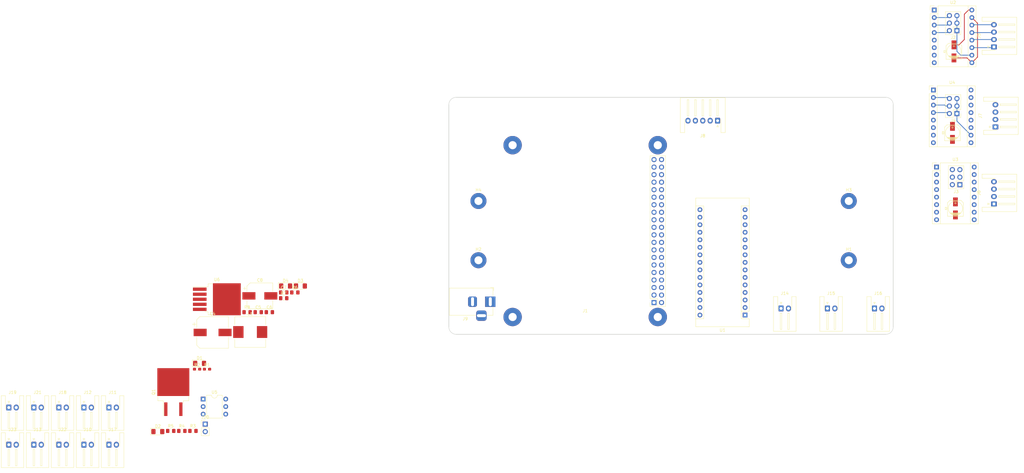
<source format=kicad_pcb>
(kicad_pcb (version 20171130) (host pcbnew 5.0.2-bee76a0~70~ubuntu18.04.1)

  (general
    (thickness 1.6)
    (drawings 8)
    (tracks 40)
    (zones 0)
    (modules 55)
    (nets 106)
  )

  (page A4)
  (layers
    (0 F.Cu signal)
    (31 B.Cu signal)
    (32 B.Adhes user)
    (33 F.Adhes user)
    (34 B.Paste user)
    (35 F.Paste user)
    (36 B.SilkS user)
    (37 F.SilkS user)
    (38 B.Mask user)
    (39 F.Mask user)
    (40 Dwgs.User user)
    (41 Cmts.User user)
    (42 Eco1.User user)
    (43 Eco2.User user)
    (44 Edge.Cuts user)
    (45 Margin user)
    (46 B.CrtYd user)
    (47 F.CrtYd user)
    (48 B.Fab user)
    (49 F.Fab user)
  )

  (setup
    (last_trace_width 0.25)
    (trace_clearance 0.2)
    (zone_clearance 0.508)
    (zone_45_only no)
    (trace_min 0.2)
    (segment_width 0.2)
    (edge_width 0.15)
    (via_size 0.8)
    (via_drill 0.4)
    (via_min_size 0.4)
    (via_min_drill 0.3)
    (uvia_size 0.3)
    (uvia_drill 0.1)
    (uvias_allowed no)
    (uvia_min_size 0.2)
    (uvia_min_drill 0.1)
    (pcb_text_width 0.3)
    (pcb_text_size 1.5 1.5)
    (mod_edge_width 0.15)
    (mod_text_size 1 1)
    (mod_text_width 0.15)
    (pad_size 5.4 5.4)
    (pad_drill 2.7)
    (pad_to_mask_clearance 0.051)
    (solder_mask_min_width 0.25)
    (aux_axis_origin 0 0)
    (visible_elements FFFFFF7F)
    (pcbplotparams
      (layerselection 0x010fc_ffffffff)
      (usegerberextensions false)
      (usegerberattributes false)
      (usegerberadvancedattributes false)
      (creategerberjobfile false)
      (excludeedgelayer true)
      (linewidth 0.100000)
      (plotframeref false)
      (viasonmask false)
      (mode 1)
      (useauxorigin false)
      (hpglpennumber 1)
      (hpglpenspeed 20)
      (hpglpendiameter 15.000000)
      (psnegative false)
      (psa4output false)
      (plotreference true)
      (plotvalue true)
      (plotinvisibletext false)
      (padsonsilk false)
      (subtractmaskfromsilk false)
      (outputformat 1)
      (mirror false)
      (drillshape 1)
      (scaleselection 1)
      (outputdirectory ""))
  )

  (net 0 "")
  (net 1 GND)
  (net 2 "Net-(J1-Pad10)")
  (net 3 Grbl_Tx)
  (net 4 Step_Enable)
  (net 5 +5V)
  (net 6 Z_Step)
  (net 7 Z_Dir)
  (net 8 Y_Dir)
  (net 9 Y_Step)
  (net 10 X_Step)
  (net 11 X_Dir)
  (net 12 "Net-(U1-Pad17)")
  (net 13 Grbl_Rx)
  (net 14 "Net-(U1-Pad18)")
  (net 15 "Net-(U1-Pad3)")
  (net 16 Grbl_Reset)
  (net 17 Hold)
  (net 18 Start)
  (net 19 Flood)
  (net 20 Mist)
  (net 21 Probe)
  (net 22 A6)
  (net 23 A7)
  (net 24 X_Limit)
  (net 25 "Net-(U1-Pad28)")
  (net 26 Y_Limit)
  (net 27 "Net-(U1-Pad29)")
  (net 28 Spindle)
  (net 29 "Net-(U1-Pad30)")
  (net 30 Z_Limit)
  (net 31 Spindle_Dir)
  (net 32 "Net-(D1-Pad2)")
  (net 33 "Net-(J1-Pad1)")
  (net 34 "Net-(J1-Pad3)")
  (net 35 "Net-(J1-Pad5)")
  (net 36 "Net-(J1-Pad7)")
  (net 37 "Net-(J1-Pad11)")
  (net 38 PWM0)
  (net 39 "Net-(J1-Pad13)")
  (net 40 "Net-(J1-Pad14)")
  (net 41 "Net-(J1-Pad15)")
  (net 42 "Net-(J1-Pad16)")
  (net 43 "Net-(J1-Pad17)")
  (net 44 "Net-(J1-Pad18)")
  (net 45 "Net-(J1-Pad19)")
  (net 46 "Net-(J1-Pad20)")
  (net 47 "Net-(J1-Pad21)")
  (net 48 "Net-(J1-Pad22)")
  (net 49 "Net-(J1-Pad23)")
  (net 50 "Net-(J1-Pad24)")
  (net 51 "Net-(J1-Pad25)")
  (net 52 "Net-(J1-Pad26)")
  (net 53 "Net-(J1-Pad27)")
  (net 54 "Net-(J1-Pad28)")
  (net 55 "Net-(J1-Pad29)")
  (net 56 "Net-(J1-Pad30)")
  (net 57 "Net-(J1-Pad31)")
  (net 58 "Net-(J1-Pad32)")
  (net 59 "Net-(J1-Pad33)")
  (net 60 "Net-(J1-Pad34)")
  (net 61 "Net-(J1-Pad35)")
  (net 62 "Net-(J1-Pad36)")
  (net 63 "Net-(J1-Pad37)")
  (net 64 "Net-(J1-Pad38)")
  (net 65 "Net-(J1-Pad39)")
  (net 66 "Net-(J1-Pad40)")
  (net 67 "Net-(J8-Pad4)")
  (net 68 "Net-(J9-Pad3)")
  (net 69 +24V)
  (net 70 +VMot)
  (net 71 "Net-(R6-Pad1)")
  (net 72 +12V)
  (net 73 "Net-(D4-Pad1)")
  (net 74 "Net-(Q1-Pad1)")
  (net 75 "Net-(R4-Pad2)")
  (net 76 "Net-(R3-Pad1)")
  (net 77 "Net-(D3-Pad1)")
  (net 78 "Net-(C6-Pad2)")
  (net 79 "Net-(D2-Pad2)")
  (net 80 "Net-(U5-Pad3)")
  (net 81 "Net-(U5-Pad6)")
  (net 82 "Net-(J3-Pad6)")
  (net 83 "Net-(J3-Pad4)")
  (net 84 "Net-(J6-Pad4)")
  (net 85 "Net-(J3-Pad2)")
  (net 86 "Net-(J6-Pad3)")
  (net 87 "Net-(U3-Pad5)")
  (net 88 "Net-(J6-Pad2)")
  (net 89 "Net-(J6-Pad1)")
  (net 90 "Net-(J5-Pad1)")
  (net 91 "Net-(U2-Pad5)")
  (net 92 "Net-(J5-Pad2)")
  (net 93 "Net-(J5-Pad3)")
  (net 94 "Net-(J2-Pad2)")
  (net 95 "Net-(J5-Pad4)")
  (net 96 "Net-(J2-Pad4)")
  (net 97 "Net-(J2-Pad6)")
  (net 98 "Net-(J4-Pad6)")
  (net 99 "Net-(J4-Pad4)")
  (net 100 "Net-(J7-Pad4)")
  (net 101 "Net-(J4-Pad2)")
  (net 102 "Net-(J7-Pad3)")
  (net 103 "Net-(U4-Pad5)")
  (net 104 "Net-(J7-Pad2)")
  (net 105 "Net-(J7-Pad1)")

  (net_class Default "This is the default net class."
    (clearance 0.2)
    (trace_width 0.25)
    (via_dia 0.8)
    (via_drill 0.4)
    (uvia_dia 0.3)
    (uvia_drill 0.1)
    (add_net +12V)
    (add_net +24V)
    (add_net +5V)
    (add_net +VMot)
    (add_net A6)
    (add_net A7)
    (add_net Flood)
    (add_net GND)
    (add_net Grbl_Reset)
    (add_net Grbl_Rx)
    (add_net Grbl_Tx)
    (add_net Hold)
    (add_net Mist)
    (add_net "Net-(C6-Pad2)")
    (add_net "Net-(D1-Pad2)")
    (add_net "Net-(D2-Pad2)")
    (add_net "Net-(D3-Pad1)")
    (add_net "Net-(D4-Pad1)")
    (add_net "Net-(J1-Pad1)")
    (add_net "Net-(J1-Pad10)")
    (add_net "Net-(J1-Pad11)")
    (add_net "Net-(J1-Pad13)")
    (add_net "Net-(J1-Pad14)")
    (add_net "Net-(J1-Pad15)")
    (add_net "Net-(J1-Pad16)")
    (add_net "Net-(J1-Pad17)")
    (add_net "Net-(J1-Pad18)")
    (add_net "Net-(J1-Pad19)")
    (add_net "Net-(J1-Pad20)")
    (add_net "Net-(J1-Pad21)")
    (add_net "Net-(J1-Pad22)")
    (add_net "Net-(J1-Pad23)")
    (add_net "Net-(J1-Pad24)")
    (add_net "Net-(J1-Pad25)")
    (add_net "Net-(J1-Pad26)")
    (add_net "Net-(J1-Pad27)")
    (add_net "Net-(J1-Pad28)")
    (add_net "Net-(J1-Pad29)")
    (add_net "Net-(J1-Pad3)")
    (add_net "Net-(J1-Pad30)")
    (add_net "Net-(J1-Pad31)")
    (add_net "Net-(J1-Pad32)")
    (add_net "Net-(J1-Pad33)")
    (add_net "Net-(J1-Pad34)")
    (add_net "Net-(J1-Pad35)")
    (add_net "Net-(J1-Pad36)")
    (add_net "Net-(J1-Pad37)")
    (add_net "Net-(J1-Pad38)")
    (add_net "Net-(J1-Pad39)")
    (add_net "Net-(J1-Pad40)")
    (add_net "Net-(J1-Pad5)")
    (add_net "Net-(J1-Pad7)")
    (add_net "Net-(J2-Pad2)")
    (add_net "Net-(J2-Pad4)")
    (add_net "Net-(J2-Pad6)")
    (add_net "Net-(J3-Pad2)")
    (add_net "Net-(J3-Pad4)")
    (add_net "Net-(J3-Pad6)")
    (add_net "Net-(J4-Pad2)")
    (add_net "Net-(J4-Pad4)")
    (add_net "Net-(J4-Pad6)")
    (add_net "Net-(J5-Pad1)")
    (add_net "Net-(J5-Pad2)")
    (add_net "Net-(J5-Pad3)")
    (add_net "Net-(J5-Pad4)")
    (add_net "Net-(J6-Pad1)")
    (add_net "Net-(J6-Pad2)")
    (add_net "Net-(J6-Pad3)")
    (add_net "Net-(J6-Pad4)")
    (add_net "Net-(J7-Pad1)")
    (add_net "Net-(J7-Pad2)")
    (add_net "Net-(J7-Pad3)")
    (add_net "Net-(J7-Pad4)")
    (add_net "Net-(J8-Pad4)")
    (add_net "Net-(J9-Pad3)")
    (add_net "Net-(Q1-Pad1)")
    (add_net "Net-(R3-Pad1)")
    (add_net "Net-(R4-Pad2)")
    (add_net "Net-(R6-Pad1)")
    (add_net "Net-(U1-Pad17)")
    (add_net "Net-(U1-Pad18)")
    (add_net "Net-(U1-Pad28)")
    (add_net "Net-(U1-Pad29)")
    (add_net "Net-(U1-Pad3)")
    (add_net "Net-(U1-Pad30)")
    (add_net "Net-(U2-Pad5)")
    (add_net "Net-(U3-Pad5)")
    (add_net "Net-(U4-Pad5)")
    (add_net "Net-(U5-Pad3)")
    (add_net "Net-(U5-Pad6)")
    (add_net PWM0)
    (add_net Probe)
    (add_net Spindle)
    (add_net Spindle_Dir)
    (add_net Start)
    (add_net Step_Enable)
    (add_net X_Dir)
    (add_net X_Limit)
    (add_net X_Step)
    (add_net Y_Dir)
    (add_net Y_Limit)
    (add_net Y_Step)
    (add_net Z_Dir)
    (add_net Z_Limit)
    (add_net Z_Step)
  )

  (module Module:Pololu_Breakout-16_15.2x20.3mm (layer F.Cu) (tedit 58AB602C) (tstamp 5C1357CE)
    (at 178.845001 -34.454999)
    (descr "Pololu Breakout 16-pin 15.2x20.3mm 0.6x0.8\\")
    (tags "Pololu Breakout")
    (path /5BFECFEE/5C025651)
    (fp_text reference U2 (at 6.35 -2.54) (layer F.SilkS)
      (effects (font (size 1 1) (thickness 0.15)))
    )
    (fp_text value A4988_MODULE (at 6.35 20.17) (layer F.Fab)
      (effects (font (size 1 1) (thickness 0.15)))
    )
    (fp_line (start 14.21 19.3) (end -1.53 19.3) (layer F.CrtYd) (width 0.05))
    (fp_line (start 14.21 19.3) (end 14.21 -1.52) (layer F.CrtYd) (width 0.05))
    (fp_line (start -1.53 -1.52) (end -1.53 19.3) (layer F.CrtYd) (width 0.05))
    (fp_line (start -1.53 -1.52) (end 14.21 -1.52) (layer F.CrtYd) (width 0.05))
    (fp_line (start -1.27 19.05) (end -1.27 0) (layer F.Fab) (width 0.1))
    (fp_line (start 13.97 19.05) (end -1.27 19.05) (layer F.Fab) (width 0.1))
    (fp_line (start 13.97 -1.27) (end 13.97 19.05) (layer F.Fab) (width 0.1))
    (fp_line (start 0 -1.27) (end 13.97 -1.27) (layer F.Fab) (width 0.1))
    (fp_line (start -1.27 0) (end 0 -1.27) (layer F.Fab) (width 0.1))
    (fp_line (start 14.1 -1.4) (end 1.27 -1.4) (layer F.SilkS) (width 0.12))
    (fp_line (start 14.1 19.18) (end 14.1 -1.4) (layer F.SilkS) (width 0.12))
    (fp_line (start -1.4 19.18) (end 14.1 19.18) (layer F.SilkS) (width 0.12))
    (fp_line (start -1.4 1.27) (end -1.4 19.18) (layer F.SilkS) (width 0.12))
    (fp_line (start 1.27 1.27) (end -1.4 1.27) (layer F.SilkS) (width 0.12))
    (fp_line (start 1.27 -1.4) (end 1.27 1.27) (layer F.SilkS) (width 0.12))
    (fp_line (start -1.4 -1.4) (end -1.4 0) (layer F.SilkS) (width 0.12))
    (fp_line (start 0 -1.4) (end -1.4 -1.4) (layer F.SilkS) (width 0.12))
    (fp_line (start 1.27 1.27) (end 1.27 19.18) (layer F.SilkS) (width 0.12))
    (fp_line (start 11.43 -1.4) (end 11.43 19.18) (layer F.SilkS) (width 0.12))
    (fp_text user %R (at 6.35 0) (layer F.Fab)
      (effects (font (size 1 1) (thickness 0.15)))
    )
    (pad 16 thru_hole oval (at 12.7 0) (size 1.6 1.6) (drill 0.8) (layers *.Cu *.Mask)
      (net 70 +VMot))
    (pad 8 thru_hole oval (at 0 17.78) (size 1.6 1.6) (drill 0.8) (layers *.Cu *.Mask)
      (net 11 X_Dir))
    (pad 15 thru_hole oval (at 12.7 2.54) (size 1.6 1.6) (drill 0.8) (layers *.Cu *.Mask)
      (net 1 GND))
    (pad 7 thru_hole oval (at 0 15.24) (size 1.6 1.6) (drill 0.8) (layers *.Cu *.Mask)
      (net 10 X_Step))
    (pad 14 thru_hole oval (at 12.7 5.08) (size 1.6 1.6) (drill 0.8) (layers *.Cu *.Mask)
      (net 95 "Net-(J5-Pad4)"))
    (pad 6 thru_hole oval (at 0 12.7) (size 1.6 1.6) (drill 0.8) (layers *.Cu *.Mask)
      (net 91 "Net-(U2-Pad5)"))
    (pad 13 thru_hole oval (at 12.7 7.62) (size 1.6 1.6) (drill 0.8) (layers *.Cu *.Mask)
      (net 93 "Net-(J5-Pad3)"))
    (pad 5 thru_hole oval (at 0 10.16) (size 1.6 1.6) (drill 0.8) (layers *.Cu *.Mask)
      (net 91 "Net-(U2-Pad5)"))
    (pad 12 thru_hole oval (at 12.7 10.16) (size 1.6 1.6) (drill 0.8) (layers *.Cu *.Mask)
      (net 92 "Net-(J5-Pad2)"))
    (pad 4 thru_hole oval (at 0 7.62) (size 1.6 1.6) (drill 0.8) (layers *.Cu *.Mask)
      (net 94 "Net-(J2-Pad2)"))
    (pad 11 thru_hole oval (at 12.7 12.7) (size 1.6 1.6) (drill 0.8) (layers *.Cu *.Mask)
      (net 90 "Net-(J5-Pad1)"))
    (pad 3 thru_hole oval (at 0 5.08) (size 1.6 1.6) (drill 0.8) (layers *.Cu *.Mask)
      (net 96 "Net-(J2-Pad4)"))
    (pad 10 thru_hole oval (at 12.7 15.24) (size 1.6 1.6) (drill 0.8) (layers *.Cu *.Mask)
      (net 5 +5V))
    (pad 2 thru_hole oval (at 0 2.54) (size 1.6 1.6) (drill 0.8) (layers *.Cu *.Mask)
      (net 97 "Net-(J2-Pad6)"))
    (pad 9 thru_hole oval (at 12.7 17.78) (size 1.6 1.6) (drill 0.8) (layers *.Cu *.Mask)
      (net 1 GND))
    (pad 1 thru_hole rect (at 0 0) (size 1.6 1.6) (drill 0.8) (layers *.Cu *.Mask)
      (net 4 Step_Enable))
    (model ${KISYS3DMOD}/Module.3dshapes/Pololu_Breakout-16_15.2x20.3mm.wrl
      (at (xyz 0 0 0))
      (scale (xyz 1 1 1))
      (rotate (xyz 0 0 0))
    )
  )

  (module Capacitor_SMD:CP_Elec_10x10.5 (layer F.Cu) (tedit 5A841F9D) (tstamp 5C135D2E)
    (at -64.739999 74.375001)
    (descr "SMT capacitor, aluminium electrolytic, 10x10, Vishay 1010 http://www.vishay.com/docs/28395/150crz.pdf")
    (tags "Capacitor Electrolytic")
    (path /5C066EFC/5C06FF69)
    (attr smd)
    (fp_text reference C4 (at 0 -6.3) (layer F.SilkS)
      (effects (font (size 1 1) (thickness 0.15)))
    )
    (fp_text value CP220uf,50V (at 0 6.3) (layer F.Fab)
      (effects (font (size 1 1) (thickness 0.15)))
    )
    (fp_circle (center 0 0) (end 5 0) (layer F.Fab) (width 0.1))
    (fp_line (start 5.25 -5.25) (end 5.25 5.25) (layer F.Fab) (width 0.1))
    (fp_line (start -4.25 -5.25) (end 5.25 -5.25) (layer F.Fab) (width 0.1))
    (fp_line (start -4.25 5.25) (end 5.25 5.25) (layer F.Fab) (width 0.1))
    (fp_line (start -5.25 -4.25) (end -5.25 4.25) (layer F.Fab) (width 0.1))
    (fp_line (start -5.25 -4.25) (end -4.25 -5.25) (layer F.Fab) (width 0.1))
    (fp_line (start -5.25 4.25) (end -4.25 5.25) (layer F.Fab) (width 0.1))
    (fp_line (start -4.558325 -1.7) (end -3.558325 -1.7) (layer F.Fab) (width 0.1))
    (fp_line (start -4.058325 -2.2) (end -4.058325 -1.2) (layer F.Fab) (width 0.1))
    (fp_line (start 5.36 5.36) (end 5.36 1.51) (layer F.SilkS) (width 0.12))
    (fp_line (start 5.36 -5.36) (end 5.36 -1.51) (layer F.SilkS) (width 0.12))
    (fp_line (start -4.295563 -5.36) (end 5.36 -5.36) (layer F.SilkS) (width 0.12))
    (fp_line (start -4.295563 5.36) (end 5.36 5.36) (layer F.SilkS) (width 0.12))
    (fp_line (start -5.36 4.295563) (end -5.36 1.51) (layer F.SilkS) (width 0.12))
    (fp_line (start -5.36 -4.295563) (end -5.36 -1.51) (layer F.SilkS) (width 0.12))
    (fp_line (start -5.36 -4.295563) (end -4.295563 -5.36) (layer F.SilkS) (width 0.12))
    (fp_line (start -5.36 4.295563) (end -4.295563 5.36) (layer F.SilkS) (width 0.12))
    (fp_line (start -6.85 -2.76) (end -5.6 -2.76) (layer F.SilkS) (width 0.12))
    (fp_line (start -6.225 -3.385) (end -6.225 -2.135) (layer F.SilkS) (width 0.12))
    (fp_line (start 5.5 -5.5) (end 5.5 -1.5) (layer F.CrtYd) (width 0.05))
    (fp_line (start 5.5 -1.5) (end 6.65 -1.5) (layer F.CrtYd) (width 0.05))
    (fp_line (start 6.65 -1.5) (end 6.65 1.5) (layer F.CrtYd) (width 0.05))
    (fp_line (start 6.65 1.5) (end 5.5 1.5) (layer F.CrtYd) (width 0.05))
    (fp_line (start 5.5 1.5) (end 5.5 5.5) (layer F.CrtYd) (width 0.05))
    (fp_line (start -4.35 5.5) (end 5.5 5.5) (layer F.CrtYd) (width 0.05))
    (fp_line (start -4.35 -5.5) (end 5.5 -5.5) (layer F.CrtYd) (width 0.05))
    (fp_line (start -5.5 4.35) (end -4.35 5.5) (layer F.CrtYd) (width 0.05))
    (fp_line (start -5.5 -4.35) (end -4.35 -5.5) (layer F.CrtYd) (width 0.05))
    (fp_line (start -5.5 -4.35) (end -5.5 -1.5) (layer F.CrtYd) (width 0.05))
    (fp_line (start -5.5 1.5) (end -5.5 4.35) (layer F.CrtYd) (width 0.05))
    (fp_line (start -5.5 -1.5) (end -6.65 -1.5) (layer F.CrtYd) (width 0.05))
    (fp_line (start -6.65 -1.5) (end -6.65 1.5) (layer F.CrtYd) (width 0.05))
    (fp_line (start -6.65 1.5) (end -5.5 1.5) (layer F.CrtYd) (width 0.05))
    (fp_text user %R (at 0 0) (layer F.Fab)
      (effects (font (size 1 1) (thickness 0.15)))
    )
    (pad 1 smd rect (at -4.2 0) (size 4.4 2.5) (layers F.Cu F.Paste F.Mask)
      (net 69 +24V))
    (pad 2 smd rect (at 4.2 0) (size 4.4 2.5) (layers F.Cu F.Paste F.Mask)
      (net 1 GND))
    (model ${KISYS3DMOD}/Capacitor_SMD.3dshapes/CP_Elec_10x10.5.wrl
      (at (xyz 0 0 0))
      (scale (xyz 1 1 1))
      (rotate (xyz 0 0 0))
    )
  )

  (module Capacitor_SMD:CP_Elec_8x10.5 (layer F.Cu) (tedit 5A841F9D) (tstamp 5C135D06)
    (at -48.784999 62.025001)
    (descr "SMT capacitor, aluminium electrolytic, 8x10.5, Vishay 0810 http://www.vishay.com/docs/28395/150crz.pdf")
    (tags "Capacitor Electrolytic")
    (path /5C066EFC/5C0715C0)
    (attr smd)
    (fp_text reference C8 (at 0 -5.3) (layer F.SilkS)
      (effects (font (size 1 1) (thickness 0.15)))
    )
    (fp_text value CP330uf,25V (at 0 5.3) (layer F.Fab)
      (effects (font (size 1 1) (thickness 0.15)))
    )
    (fp_circle (center 0 0) (end 4 0) (layer F.Fab) (width 0.1))
    (fp_line (start 4.25 -4.25) (end 4.25 4.25) (layer F.Fab) (width 0.1))
    (fp_line (start -3.25 -4.25) (end 4.25 -4.25) (layer F.Fab) (width 0.1))
    (fp_line (start -3.25 4.25) (end 4.25 4.25) (layer F.Fab) (width 0.1))
    (fp_line (start -4.25 -3.25) (end -4.25 3.25) (layer F.Fab) (width 0.1))
    (fp_line (start -4.25 -3.25) (end -3.25 -4.25) (layer F.Fab) (width 0.1))
    (fp_line (start -4.25 3.25) (end -3.25 4.25) (layer F.Fab) (width 0.1))
    (fp_line (start -3.562278 -1.5) (end -2.762278 -1.5) (layer F.Fab) (width 0.1))
    (fp_line (start -3.162278 -1.9) (end -3.162278 -1.1) (layer F.Fab) (width 0.1))
    (fp_line (start 4.36 4.36) (end 4.36 1.51) (layer F.SilkS) (width 0.12))
    (fp_line (start 4.36 -4.36) (end 4.36 -1.51) (layer F.SilkS) (width 0.12))
    (fp_line (start -3.295563 -4.36) (end 4.36 -4.36) (layer F.SilkS) (width 0.12))
    (fp_line (start -3.295563 4.36) (end 4.36 4.36) (layer F.SilkS) (width 0.12))
    (fp_line (start -4.36 3.295563) (end -4.36 1.51) (layer F.SilkS) (width 0.12))
    (fp_line (start -4.36 -3.295563) (end -4.36 -1.51) (layer F.SilkS) (width 0.12))
    (fp_line (start -4.36 -3.295563) (end -3.295563 -4.36) (layer F.SilkS) (width 0.12))
    (fp_line (start -4.36 3.295563) (end -3.295563 4.36) (layer F.SilkS) (width 0.12))
    (fp_line (start -5.6 -2.51) (end -4.6 -2.51) (layer F.SilkS) (width 0.12))
    (fp_line (start -5.1 -3.01) (end -5.1 -2.01) (layer F.SilkS) (width 0.12))
    (fp_line (start 4.5 -4.5) (end 4.5 -1.5) (layer F.CrtYd) (width 0.05))
    (fp_line (start 4.5 -1.5) (end 6.15 -1.5) (layer F.CrtYd) (width 0.05))
    (fp_line (start 6.15 -1.5) (end 6.15 1.5) (layer F.CrtYd) (width 0.05))
    (fp_line (start 6.15 1.5) (end 4.5 1.5) (layer F.CrtYd) (width 0.05))
    (fp_line (start 4.5 1.5) (end 4.5 4.5) (layer F.CrtYd) (width 0.05))
    (fp_line (start -3.35 4.5) (end 4.5 4.5) (layer F.CrtYd) (width 0.05))
    (fp_line (start -3.35 -4.5) (end 4.5 -4.5) (layer F.CrtYd) (width 0.05))
    (fp_line (start -4.5 3.35) (end -3.35 4.5) (layer F.CrtYd) (width 0.05))
    (fp_line (start -4.5 -3.35) (end -3.35 -4.5) (layer F.CrtYd) (width 0.05))
    (fp_line (start -4.5 -3.35) (end -4.5 -1.5) (layer F.CrtYd) (width 0.05))
    (fp_line (start -4.5 1.5) (end -4.5 3.35) (layer F.CrtYd) (width 0.05))
    (fp_line (start -4.5 -1.5) (end -6.15 -1.5) (layer F.CrtYd) (width 0.05))
    (fp_line (start -6.15 -1.5) (end -6.15 1.5) (layer F.CrtYd) (width 0.05))
    (fp_line (start -6.15 1.5) (end -4.5 1.5) (layer F.CrtYd) (width 0.05))
    (fp_text user %R (at 0 0) (layer F.Fab)
      (effects (font (size 1 1) (thickness 0.15)))
    )
    (pad 1 smd rect (at -3.7 0) (size 4.4 2.5) (layers F.Cu F.Paste F.Mask)
      (net 72 +12V))
    (pad 2 smd rect (at 3.7 0) (size 4.4 2.5) (layers F.Cu F.Paste F.Mask)
      (net 1 GND))
    (model ${KISYS3DMOD}/Capacitor_SMD.3dshapes/CP_Elec_8x10.5.wrl
      (at (xyz 0 0 0))
      (scale (xyz 1 1 1))
      (rotate (xyz 0 0 0))
    )
  )

  (module Capacitor_SMD:C_0805_2012Metric_Pad1.15x1.40mm_HandSolder (layer F.Cu) (tedit 5B36C52B) (tstamp 5C135CDE)
    (at -49.334999 67.525001)
    (descr "Capacitor SMD 0805 (2012 Metric), square (rectangular) end terminal, IPC_7351 nominal with elongated pad for handsoldering. (Body size source: https://docs.google.com/spreadsheets/d/1BsfQQcO9C6DZCsRaXUlFlo91Tg2WpOkGARC1WS5S8t0/edit?usp=sharing), generated with kicad-footprint-generator")
    (tags "capacitor handsolder")
    (path /5C066EFC/5C070084)
    (attr smd)
    (fp_text reference C5 (at 0 -1.65) (layer F.SilkS)
      (effects (font (size 1 1) (thickness 0.15)))
    )
    (fp_text value C105,0805 (at 0 1.65) (layer F.Fab)
      (effects (font (size 1 1) (thickness 0.15)))
    )
    (fp_line (start -1 0.6) (end -1 -0.6) (layer F.Fab) (width 0.1))
    (fp_line (start -1 -0.6) (end 1 -0.6) (layer F.Fab) (width 0.1))
    (fp_line (start 1 -0.6) (end 1 0.6) (layer F.Fab) (width 0.1))
    (fp_line (start 1 0.6) (end -1 0.6) (layer F.Fab) (width 0.1))
    (fp_line (start -0.261252 -0.71) (end 0.261252 -0.71) (layer F.SilkS) (width 0.12))
    (fp_line (start -0.261252 0.71) (end 0.261252 0.71) (layer F.SilkS) (width 0.12))
    (fp_line (start -1.85 0.95) (end -1.85 -0.95) (layer F.CrtYd) (width 0.05))
    (fp_line (start -1.85 -0.95) (end 1.85 -0.95) (layer F.CrtYd) (width 0.05))
    (fp_line (start 1.85 -0.95) (end 1.85 0.95) (layer F.CrtYd) (width 0.05))
    (fp_line (start 1.85 0.95) (end -1.85 0.95) (layer F.CrtYd) (width 0.05))
    (fp_text user %R (at 0 0) (layer F.Fab)
      (effects (font (size 0.5 0.5) (thickness 0.08)))
    )
    (pad 1 smd roundrect (at -1.025 0) (size 1.15 1.4) (layers F.Cu F.Paste F.Mask) (roundrect_rratio 0.217391)
      (net 69 +24V))
    (pad 2 smd roundrect (at 1.025 0) (size 1.15 1.4) (layers F.Cu F.Paste F.Mask) (roundrect_rratio 0.217391)
      (net 1 GND))
    (model ${KISYS3DMOD}/Capacitor_SMD.3dshapes/C_0805_2012Metric.wrl
      (at (xyz 0 0 0))
      (scale (xyz 1 1 1))
      (rotate (xyz 0 0 0))
    )
  )

  (module Capacitor_SMD:C_0805_2012Metric_Pad1.15x1.40mm_HandSolder (layer F.Cu) (tedit 5B36C52B) (tstamp 5C135CCD)
    (at -45.584999 67.525001)
    (descr "Capacitor SMD 0805 (2012 Metric), square (rectangular) end terminal, IPC_7351 nominal with elongated pad for handsoldering. (Body size source: https://docs.google.com/spreadsheets/d/1BsfQQcO9C6DZCsRaXUlFlo91Tg2WpOkGARC1WS5S8t0/edit?usp=sharing), generated with kicad-footprint-generator")
    (tags "capacitor handsolder")
    (path /5C066EFC/5C0700F4)
    (attr smd)
    (fp_text reference C6 (at 0 -1.65) (layer F.SilkS)
      (effects (font (size 1 1) (thickness 0.15)))
    )
    (fp_text value C105,0805 (at 0 1.65) (layer F.Fab)
      (effects (font (size 1 1) (thickness 0.15)))
    )
    (fp_text user %R (at 0 0) (layer F.Fab)
      (effects (font (size 0.5 0.5) (thickness 0.08)))
    )
    (fp_line (start 1.85 0.95) (end -1.85 0.95) (layer F.CrtYd) (width 0.05))
    (fp_line (start 1.85 -0.95) (end 1.85 0.95) (layer F.CrtYd) (width 0.05))
    (fp_line (start -1.85 -0.95) (end 1.85 -0.95) (layer F.CrtYd) (width 0.05))
    (fp_line (start -1.85 0.95) (end -1.85 -0.95) (layer F.CrtYd) (width 0.05))
    (fp_line (start -0.261252 0.71) (end 0.261252 0.71) (layer F.SilkS) (width 0.12))
    (fp_line (start -0.261252 -0.71) (end 0.261252 -0.71) (layer F.SilkS) (width 0.12))
    (fp_line (start 1 0.6) (end -1 0.6) (layer F.Fab) (width 0.1))
    (fp_line (start 1 -0.6) (end 1 0.6) (layer F.Fab) (width 0.1))
    (fp_line (start -1 -0.6) (end 1 -0.6) (layer F.Fab) (width 0.1))
    (fp_line (start -1 0.6) (end -1 -0.6) (layer F.Fab) (width 0.1))
    (pad 2 smd roundrect (at 1.025 0) (size 1.15 1.4) (layers F.Cu F.Paste F.Mask) (roundrect_rratio 0.217391)
      (net 78 "Net-(C6-Pad2)"))
    (pad 1 smd roundrect (at -1.025 0) (size 1.15 1.4) (layers F.Cu F.Paste F.Mask) (roundrect_rratio 0.217391)
      (net 69 +24V))
    (model ${KISYS3DMOD}/Capacitor_SMD.3dshapes/C_0805_2012Metric.wrl
      (at (xyz 0 0 0))
      (scale (xyz 1 1 1))
      (rotate (xyz 0 0 0))
    )
  )

  (module Capacitor_SMD:C_0805_2012Metric_Pad1.15x1.40mm_HandSolder (layer F.Cu) (tedit 5B36C52B) (tstamp 5C135CBC)
    (at -40.734999 60.865001)
    (descr "Capacitor SMD 0805 (2012 Metric), square (rectangular) end terminal, IPC_7351 nominal with elongated pad for handsoldering. (Body size source: https://docs.google.com/spreadsheets/d/1BsfQQcO9C6DZCsRaXUlFlo91Tg2WpOkGARC1WS5S8t0/edit?usp=sharing), generated with kicad-footprint-generator")
    (tags "capacitor handsolder")
    (path /5C066EFC/5C07141B)
    (attr smd)
    (fp_text reference C7 (at 0 -1.65) (layer F.SilkS)
      (effects (font (size 1 1) (thickness 0.15)))
    )
    (fp_text value C105,0805 (at 0 1.65) (layer F.Fab)
      (effects (font (size 1 1) (thickness 0.15)))
    )
    (fp_line (start -1 0.6) (end -1 -0.6) (layer F.Fab) (width 0.1))
    (fp_line (start -1 -0.6) (end 1 -0.6) (layer F.Fab) (width 0.1))
    (fp_line (start 1 -0.6) (end 1 0.6) (layer F.Fab) (width 0.1))
    (fp_line (start 1 0.6) (end -1 0.6) (layer F.Fab) (width 0.1))
    (fp_line (start -0.261252 -0.71) (end 0.261252 -0.71) (layer F.SilkS) (width 0.12))
    (fp_line (start -0.261252 0.71) (end 0.261252 0.71) (layer F.SilkS) (width 0.12))
    (fp_line (start -1.85 0.95) (end -1.85 -0.95) (layer F.CrtYd) (width 0.05))
    (fp_line (start -1.85 -0.95) (end 1.85 -0.95) (layer F.CrtYd) (width 0.05))
    (fp_line (start 1.85 -0.95) (end 1.85 0.95) (layer F.CrtYd) (width 0.05))
    (fp_line (start 1.85 0.95) (end -1.85 0.95) (layer F.CrtYd) (width 0.05))
    (fp_text user %R (at 0 0) (layer F.Fab)
      (effects (font (size 0.5 0.5) (thickness 0.08)))
    )
    (pad 1 smd roundrect (at -1.025 0) (size 1.15 1.4) (layers F.Cu F.Paste F.Mask) (roundrect_rratio 0.217391)
      (net 72 +12V))
    (pad 2 smd roundrect (at 1.025 0) (size 1.15 1.4) (layers F.Cu F.Paste F.Mask) (roundrect_rratio 0.217391)
      (net 1 GND))
    (model ${KISYS3DMOD}/Capacitor_SMD.3dshapes/C_0805_2012Metric.wrl
      (at (xyz 0 0 0))
      (scale (xyz 1 1 1))
      (rotate (xyz 0 0 0))
    )
  )

  (module Connector_JST:JST_XH_S02B-XH-A-1_1x02_P2.50mm_Horizontal (layer F.Cu) (tedit 5B77520A) (tstamp 5C135C67)
    (at -133.524999 99.715001)
    (descr "JST XH series connector, S02B-XH-A-1 (http://www.jst-mfg.com/product/pdf/eng/eXH.pdf), generated with kicad-footprint-generator")
    (tags "connector JST XH top entry")
    (path /5BFF1764/5C0541D8)
    (fp_text reference J19 (at 1.25 -5.1) (layer F.SilkS)
      (effects (font (size 1 1) (thickness 0.15)))
    )
    (fp_text value Z_LIMIT2 (at 1.25 8.8) (layer F.Fab)
      (effects (font (size 1 1) (thickness 0.15)))
    )
    (fp_text user %R (at 1.25 1.85) (layer F.Fab)
      (effects (font (size 1 1) (thickness 0.15)))
    )
    (fp_line (start 0 -0.4) (end 0.625 0.6) (layer F.Fab) (width 0.1))
    (fp_line (start -0.625 0.6) (end 0 -0.4) (layer F.Fab) (width 0.1))
    (fp_line (start 0.3 -2.1) (end 0 -1.5) (layer F.SilkS) (width 0.12))
    (fp_line (start -0.3 -2.1) (end 0.3 -2.1) (layer F.SilkS) (width 0.12))
    (fp_line (start 0 -1.5) (end -0.3 -2.1) (layer F.SilkS) (width 0.12))
    (fp_line (start 2.75 1.6) (end 2.25 1.6) (layer F.SilkS) (width 0.12))
    (fp_line (start 2.75 7.1) (end 2.75 1.6) (layer F.SilkS) (width 0.12))
    (fp_line (start 2.25 7.1) (end 2.75 7.1) (layer F.SilkS) (width 0.12))
    (fp_line (start 2.25 1.6) (end 2.25 7.1) (layer F.SilkS) (width 0.12))
    (fp_line (start 0.25 1.6) (end -0.25 1.6) (layer F.SilkS) (width 0.12))
    (fp_line (start 0.25 7.1) (end 0.25 1.6) (layer F.SilkS) (width 0.12))
    (fp_line (start -0.25 7.1) (end 0.25 7.1) (layer F.SilkS) (width 0.12))
    (fp_line (start -0.25 1.6) (end -0.25 7.1) (layer F.SilkS) (width 0.12))
    (fp_line (start 3.75 0.6) (end 1.25 0.6) (layer F.Fab) (width 0.1))
    (fp_line (start 3.75 -3.9) (end 3.75 0.6) (layer F.Fab) (width 0.1))
    (fp_line (start 4.95 -3.9) (end 3.75 -3.9) (layer F.Fab) (width 0.1))
    (fp_line (start 4.95 7.6) (end 4.95 -3.9) (layer F.Fab) (width 0.1))
    (fp_line (start 1.25 7.6) (end 4.95 7.6) (layer F.Fab) (width 0.1))
    (fp_line (start -1.25 0.6) (end 1.25 0.6) (layer F.Fab) (width 0.1))
    (fp_line (start -1.25 -3.9) (end -1.25 0.6) (layer F.Fab) (width 0.1))
    (fp_line (start -2.45 -3.9) (end -1.25 -3.9) (layer F.Fab) (width 0.1))
    (fp_line (start -2.45 7.6) (end -2.45 -3.9) (layer F.Fab) (width 0.1))
    (fp_line (start 1.25 7.6) (end -2.45 7.6) (layer F.Fab) (width 0.1))
    (fp_line (start 3.64 -4.01) (end 3.64 0.49) (layer F.SilkS) (width 0.12))
    (fp_line (start 5.06 -4.01) (end 3.64 -4.01) (layer F.SilkS) (width 0.12))
    (fp_line (start 5.06 7.71) (end 5.06 -4.01) (layer F.SilkS) (width 0.12))
    (fp_line (start 1.25 7.71) (end 5.06 7.71) (layer F.SilkS) (width 0.12))
    (fp_line (start -1.14 -4.01) (end -1.14 0.49) (layer F.SilkS) (width 0.12))
    (fp_line (start -2.56 -4.01) (end -1.14 -4.01) (layer F.SilkS) (width 0.12))
    (fp_line (start -2.56 7.71) (end -2.56 -4.01) (layer F.SilkS) (width 0.12))
    (fp_line (start 1.25 7.71) (end -2.56 7.71) (layer F.SilkS) (width 0.12))
    (fp_line (start 5.45 -4.4) (end -2.95 -4.4) (layer F.CrtYd) (width 0.05))
    (fp_line (start 5.45 8.1) (end 5.45 -4.4) (layer F.CrtYd) (width 0.05))
    (fp_line (start -2.95 8.1) (end 5.45 8.1) (layer F.CrtYd) (width 0.05))
    (fp_line (start -2.95 -4.4) (end -2.95 8.1) (layer F.CrtYd) (width 0.05))
    (pad 2 thru_hole oval (at 2.5 0) (size 1.7 2) (drill 1) (layers *.Cu *.Mask)
      (net 1 GND))
    (pad 1 thru_hole roundrect (at 0 0) (size 1.7 2) (drill 1) (layers *.Cu *.Mask) (roundrect_rratio 0.147059)
      (net 30 Z_Limit))
    (model ${KISYS3DMOD}/Connector_JST.3dshapes/JST_XH_S02B-XH-A-1_1x02_P2.50mm_Horizontal.wrl
      (at (xyz 0 0 0))
      (scale (xyz 1 1 1))
      (rotate (xyz 0 0 0))
    )
  )

  (module Connector_JST:JST_XH_S02B-XH-A-1_1x02_P2.50mm_Horizontal (layer F.Cu) (tedit 5B77520A) (tstamp 5C135C3D)
    (at -133.524999 112.265001)
    (descr "JST XH series connector, S02B-XH-A-1 (http://www.jst-mfg.com/product/pdf/eng/eXH.pdf), generated with kicad-footprint-generator")
    (tags "connector JST XH top entry")
    (path /5BFF1764/5C071CEA)
    (fp_text reference J23 (at 1.25 -5.1) (layer F.SilkS)
      (effects (font (size 1 1) (thickness 0.15)))
    )
    (fp_text value Mist (at 1.25 8.8) (layer F.Fab)
      (effects (font (size 1 1) (thickness 0.15)))
    )
    (fp_line (start -2.95 -4.4) (end -2.95 8.1) (layer F.CrtYd) (width 0.05))
    (fp_line (start -2.95 8.1) (end 5.45 8.1) (layer F.CrtYd) (width 0.05))
    (fp_line (start 5.45 8.1) (end 5.45 -4.4) (layer F.CrtYd) (width 0.05))
    (fp_line (start 5.45 -4.4) (end -2.95 -4.4) (layer F.CrtYd) (width 0.05))
    (fp_line (start 1.25 7.71) (end -2.56 7.71) (layer F.SilkS) (width 0.12))
    (fp_line (start -2.56 7.71) (end -2.56 -4.01) (layer F.SilkS) (width 0.12))
    (fp_line (start -2.56 -4.01) (end -1.14 -4.01) (layer F.SilkS) (width 0.12))
    (fp_line (start -1.14 -4.01) (end -1.14 0.49) (layer F.SilkS) (width 0.12))
    (fp_line (start 1.25 7.71) (end 5.06 7.71) (layer F.SilkS) (width 0.12))
    (fp_line (start 5.06 7.71) (end 5.06 -4.01) (layer F.SilkS) (width 0.12))
    (fp_line (start 5.06 -4.01) (end 3.64 -4.01) (layer F.SilkS) (width 0.12))
    (fp_line (start 3.64 -4.01) (end 3.64 0.49) (layer F.SilkS) (width 0.12))
    (fp_line (start 1.25 7.6) (end -2.45 7.6) (layer F.Fab) (width 0.1))
    (fp_line (start -2.45 7.6) (end -2.45 -3.9) (layer F.Fab) (width 0.1))
    (fp_line (start -2.45 -3.9) (end -1.25 -3.9) (layer F.Fab) (width 0.1))
    (fp_line (start -1.25 -3.9) (end -1.25 0.6) (layer F.Fab) (width 0.1))
    (fp_line (start -1.25 0.6) (end 1.25 0.6) (layer F.Fab) (width 0.1))
    (fp_line (start 1.25 7.6) (end 4.95 7.6) (layer F.Fab) (width 0.1))
    (fp_line (start 4.95 7.6) (end 4.95 -3.9) (layer F.Fab) (width 0.1))
    (fp_line (start 4.95 -3.9) (end 3.75 -3.9) (layer F.Fab) (width 0.1))
    (fp_line (start 3.75 -3.9) (end 3.75 0.6) (layer F.Fab) (width 0.1))
    (fp_line (start 3.75 0.6) (end 1.25 0.6) (layer F.Fab) (width 0.1))
    (fp_line (start -0.25 1.6) (end -0.25 7.1) (layer F.SilkS) (width 0.12))
    (fp_line (start -0.25 7.1) (end 0.25 7.1) (layer F.SilkS) (width 0.12))
    (fp_line (start 0.25 7.1) (end 0.25 1.6) (layer F.SilkS) (width 0.12))
    (fp_line (start 0.25 1.6) (end -0.25 1.6) (layer F.SilkS) (width 0.12))
    (fp_line (start 2.25 1.6) (end 2.25 7.1) (layer F.SilkS) (width 0.12))
    (fp_line (start 2.25 7.1) (end 2.75 7.1) (layer F.SilkS) (width 0.12))
    (fp_line (start 2.75 7.1) (end 2.75 1.6) (layer F.SilkS) (width 0.12))
    (fp_line (start 2.75 1.6) (end 2.25 1.6) (layer F.SilkS) (width 0.12))
    (fp_line (start 0 -1.5) (end -0.3 -2.1) (layer F.SilkS) (width 0.12))
    (fp_line (start -0.3 -2.1) (end 0.3 -2.1) (layer F.SilkS) (width 0.12))
    (fp_line (start 0.3 -2.1) (end 0 -1.5) (layer F.SilkS) (width 0.12))
    (fp_line (start -0.625 0.6) (end 0 -0.4) (layer F.Fab) (width 0.1))
    (fp_line (start 0 -0.4) (end 0.625 0.6) (layer F.Fab) (width 0.1))
    (fp_text user %R (at 1.25 1.85) (layer F.Fab)
      (effects (font (size 1 1) (thickness 0.15)))
    )
    (pad 1 thru_hole roundrect (at 0 0) (size 1.7 2) (drill 1) (layers *.Cu *.Mask) (roundrect_rratio 0.147059)
      (net 19 Flood))
    (pad 2 thru_hole oval (at 2.5 0) (size 1.7 2) (drill 1) (layers *.Cu *.Mask)
      (net 1 GND))
    (model ${KISYS3DMOD}/Connector_JST.3dshapes/JST_XH_S02B-XH-A-1_1x02_P2.50mm_Horizontal.wrl
      (at (xyz 0 0 0))
      (scale (xyz 1 1 1))
      (rotate (xyz 0 0 0))
    )
  )

  (module Connector_JST:JST_XH_S02B-XH-A-1_1x02_P2.50mm_Horizontal (layer F.Cu) (tedit 5B77520A) (tstamp 5C135C13)
    (at -125.074999 99.715001)
    (descr "JST XH series connector, S02B-XH-A-1 (http://www.jst-mfg.com/product/pdf/eng/eXH.pdf), generated with kicad-footprint-generator")
    (tags "connector JST XH top entry")
    (path /5BFF1764/5C06FF5E)
    (fp_text reference J21 (at 1.25 -5.1) (layer F.SilkS)
      (effects (font (size 1 1) (thickness 0.15)))
    )
    (fp_text value Mist (at 1.25 8.8) (layer F.Fab)
      (effects (font (size 1 1) (thickness 0.15)))
    )
    (fp_text user %R (at 1.25 1.85) (layer F.Fab)
      (effects (font (size 1 1) (thickness 0.15)))
    )
    (fp_line (start 0 -0.4) (end 0.625 0.6) (layer F.Fab) (width 0.1))
    (fp_line (start -0.625 0.6) (end 0 -0.4) (layer F.Fab) (width 0.1))
    (fp_line (start 0.3 -2.1) (end 0 -1.5) (layer F.SilkS) (width 0.12))
    (fp_line (start -0.3 -2.1) (end 0.3 -2.1) (layer F.SilkS) (width 0.12))
    (fp_line (start 0 -1.5) (end -0.3 -2.1) (layer F.SilkS) (width 0.12))
    (fp_line (start 2.75 1.6) (end 2.25 1.6) (layer F.SilkS) (width 0.12))
    (fp_line (start 2.75 7.1) (end 2.75 1.6) (layer F.SilkS) (width 0.12))
    (fp_line (start 2.25 7.1) (end 2.75 7.1) (layer F.SilkS) (width 0.12))
    (fp_line (start 2.25 1.6) (end 2.25 7.1) (layer F.SilkS) (width 0.12))
    (fp_line (start 0.25 1.6) (end -0.25 1.6) (layer F.SilkS) (width 0.12))
    (fp_line (start 0.25 7.1) (end 0.25 1.6) (layer F.SilkS) (width 0.12))
    (fp_line (start -0.25 7.1) (end 0.25 7.1) (layer F.SilkS) (width 0.12))
    (fp_line (start -0.25 1.6) (end -0.25 7.1) (layer F.SilkS) (width 0.12))
    (fp_line (start 3.75 0.6) (end 1.25 0.6) (layer F.Fab) (width 0.1))
    (fp_line (start 3.75 -3.9) (end 3.75 0.6) (layer F.Fab) (width 0.1))
    (fp_line (start 4.95 -3.9) (end 3.75 -3.9) (layer F.Fab) (width 0.1))
    (fp_line (start 4.95 7.6) (end 4.95 -3.9) (layer F.Fab) (width 0.1))
    (fp_line (start 1.25 7.6) (end 4.95 7.6) (layer F.Fab) (width 0.1))
    (fp_line (start -1.25 0.6) (end 1.25 0.6) (layer F.Fab) (width 0.1))
    (fp_line (start -1.25 -3.9) (end -1.25 0.6) (layer F.Fab) (width 0.1))
    (fp_line (start -2.45 -3.9) (end -1.25 -3.9) (layer F.Fab) (width 0.1))
    (fp_line (start -2.45 7.6) (end -2.45 -3.9) (layer F.Fab) (width 0.1))
    (fp_line (start 1.25 7.6) (end -2.45 7.6) (layer F.Fab) (width 0.1))
    (fp_line (start 3.64 -4.01) (end 3.64 0.49) (layer F.SilkS) (width 0.12))
    (fp_line (start 5.06 -4.01) (end 3.64 -4.01) (layer F.SilkS) (width 0.12))
    (fp_line (start 5.06 7.71) (end 5.06 -4.01) (layer F.SilkS) (width 0.12))
    (fp_line (start 1.25 7.71) (end 5.06 7.71) (layer F.SilkS) (width 0.12))
    (fp_line (start -1.14 -4.01) (end -1.14 0.49) (layer F.SilkS) (width 0.12))
    (fp_line (start -2.56 -4.01) (end -1.14 -4.01) (layer F.SilkS) (width 0.12))
    (fp_line (start -2.56 7.71) (end -2.56 -4.01) (layer F.SilkS) (width 0.12))
    (fp_line (start 1.25 7.71) (end -2.56 7.71) (layer F.SilkS) (width 0.12))
    (fp_line (start 5.45 -4.4) (end -2.95 -4.4) (layer F.CrtYd) (width 0.05))
    (fp_line (start 5.45 8.1) (end 5.45 -4.4) (layer F.CrtYd) (width 0.05))
    (fp_line (start -2.95 8.1) (end 5.45 8.1) (layer F.CrtYd) (width 0.05))
    (fp_line (start -2.95 -4.4) (end -2.95 8.1) (layer F.CrtYd) (width 0.05))
    (pad 2 thru_hole oval (at 2.5 0) (size 1.7 2) (drill 1) (layers *.Cu *.Mask)
      (net 1 GND))
    (pad 1 thru_hole roundrect (at 0 0) (size 1.7 2) (drill 1) (layers *.Cu *.Mask) (roundrect_rratio 0.147059)
      (net 20 Mist))
    (model ${KISYS3DMOD}/Connector_JST.3dshapes/JST_XH_S02B-XH-A-1_1x02_P2.50mm_Horizontal.wrl
      (at (xyz 0 0 0))
      (scale (xyz 1 1 1))
      (rotate (xyz 0 0 0))
    )
  )

  (module Connector_JST:JST_XH_S02B-XH-A-1_1x02_P2.50mm_Horizontal (layer F.Cu) (tedit 5B77520A) (tstamp 5C135BE9)
    (at -116.624999 99.715001)
    (descr "JST XH series connector, S02B-XH-A-1 (http://www.jst-mfg.com/product/pdf/eng/eXH.pdf), generated with kicad-footprint-generator")
    (tags "connector JST XH top entry")
    (path /5BFF1764/5C0541D2)
    (fp_text reference J18 (at 1.25 -5.1) (layer F.SilkS)
      (effects (font (size 1 1) (thickness 0.15)))
    )
    (fp_text value Y_LIMIT2 (at 1.25 8.8) (layer F.Fab)
      (effects (font (size 1 1) (thickness 0.15)))
    )
    (fp_line (start -2.95 -4.4) (end -2.95 8.1) (layer F.CrtYd) (width 0.05))
    (fp_line (start -2.95 8.1) (end 5.45 8.1) (layer F.CrtYd) (width 0.05))
    (fp_line (start 5.45 8.1) (end 5.45 -4.4) (layer F.CrtYd) (width 0.05))
    (fp_line (start 5.45 -4.4) (end -2.95 -4.4) (layer F.CrtYd) (width 0.05))
    (fp_line (start 1.25 7.71) (end -2.56 7.71) (layer F.SilkS) (width 0.12))
    (fp_line (start -2.56 7.71) (end -2.56 -4.01) (layer F.SilkS) (width 0.12))
    (fp_line (start -2.56 -4.01) (end -1.14 -4.01) (layer F.SilkS) (width 0.12))
    (fp_line (start -1.14 -4.01) (end -1.14 0.49) (layer F.SilkS) (width 0.12))
    (fp_line (start 1.25 7.71) (end 5.06 7.71) (layer F.SilkS) (width 0.12))
    (fp_line (start 5.06 7.71) (end 5.06 -4.01) (layer F.SilkS) (width 0.12))
    (fp_line (start 5.06 -4.01) (end 3.64 -4.01) (layer F.SilkS) (width 0.12))
    (fp_line (start 3.64 -4.01) (end 3.64 0.49) (layer F.SilkS) (width 0.12))
    (fp_line (start 1.25 7.6) (end -2.45 7.6) (layer F.Fab) (width 0.1))
    (fp_line (start -2.45 7.6) (end -2.45 -3.9) (layer F.Fab) (width 0.1))
    (fp_line (start -2.45 -3.9) (end -1.25 -3.9) (layer F.Fab) (width 0.1))
    (fp_line (start -1.25 -3.9) (end -1.25 0.6) (layer F.Fab) (width 0.1))
    (fp_line (start -1.25 0.6) (end 1.25 0.6) (layer F.Fab) (width 0.1))
    (fp_line (start 1.25 7.6) (end 4.95 7.6) (layer F.Fab) (width 0.1))
    (fp_line (start 4.95 7.6) (end 4.95 -3.9) (layer F.Fab) (width 0.1))
    (fp_line (start 4.95 -3.9) (end 3.75 -3.9) (layer F.Fab) (width 0.1))
    (fp_line (start 3.75 -3.9) (end 3.75 0.6) (layer F.Fab) (width 0.1))
    (fp_line (start 3.75 0.6) (end 1.25 0.6) (layer F.Fab) (width 0.1))
    (fp_line (start -0.25 1.6) (end -0.25 7.1) (layer F.SilkS) (width 0.12))
    (fp_line (start -0.25 7.1) (end 0.25 7.1) (layer F.SilkS) (width 0.12))
    (fp_line (start 0.25 7.1) (end 0.25 1.6) (layer F.SilkS) (width 0.12))
    (fp_line (start 0.25 1.6) (end -0.25 1.6) (layer F.SilkS) (width 0.12))
    (fp_line (start 2.25 1.6) (end 2.25 7.1) (layer F.SilkS) (width 0.12))
    (fp_line (start 2.25 7.1) (end 2.75 7.1) (layer F.SilkS) (width 0.12))
    (fp_line (start 2.75 7.1) (end 2.75 1.6) (layer F.SilkS) (width 0.12))
    (fp_line (start 2.75 1.6) (end 2.25 1.6) (layer F.SilkS) (width 0.12))
    (fp_line (start 0 -1.5) (end -0.3 -2.1) (layer F.SilkS) (width 0.12))
    (fp_line (start -0.3 -2.1) (end 0.3 -2.1) (layer F.SilkS) (width 0.12))
    (fp_line (start 0.3 -2.1) (end 0 -1.5) (layer F.SilkS) (width 0.12))
    (fp_line (start -0.625 0.6) (end 0 -0.4) (layer F.Fab) (width 0.1))
    (fp_line (start 0 -0.4) (end 0.625 0.6) (layer F.Fab) (width 0.1))
    (fp_text user %R (at 1.25 1.85) (layer F.Fab)
      (effects (font (size 1 1) (thickness 0.15)))
    )
    (pad 1 thru_hole roundrect (at 0 0) (size 1.7 2) (drill 1) (layers *.Cu *.Mask) (roundrect_rratio 0.147059)
      (net 26 Y_Limit))
    (pad 2 thru_hole oval (at 2.5 0) (size 1.7 2) (drill 1) (layers *.Cu *.Mask)
      (net 1 GND))
    (model ${KISYS3DMOD}/Connector_JST.3dshapes/JST_XH_S02B-XH-A-1_1x02_P2.50mm_Horizontal.wrl
      (at (xyz 0 0 0))
      (scale (xyz 1 1 1))
      (rotate (xyz 0 0 0))
    )
  )

  (module Connector_JST:JST_XH_S02B-XH-A-1_1x02_P2.50mm_Horizontal (layer F.Cu) (tedit 5B77520A) (tstamp 5C135AC9)
    (at -125.074999 112.265001)
    (descr "JST XH series connector, S02B-XH-A-1 (http://www.jst-mfg.com/product/pdf/eng/eXH.pdf), generated with kicad-footprint-generator")
    (tags "connector JST XH top entry")
    (path /5BFF1764/5C031931)
    (fp_text reference J13 (at 1.25 -5.1) (layer F.SilkS)
      (effects (font (size 1 1) (thickness 0.15)))
    )
    (fp_text value Z_LIMIT1 (at 1.25 8.8) (layer F.Fab)
      (effects (font (size 1 1) (thickness 0.15)))
    )
    (fp_text user %R (at 1.25 1.85) (layer F.Fab)
      (effects (font (size 1 1) (thickness 0.15)))
    )
    (fp_line (start 0 -0.4) (end 0.625 0.6) (layer F.Fab) (width 0.1))
    (fp_line (start -0.625 0.6) (end 0 -0.4) (layer F.Fab) (width 0.1))
    (fp_line (start 0.3 -2.1) (end 0 -1.5) (layer F.SilkS) (width 0.12))
    (fp_line (start -0.3 -2.1) (end 0.3 -2.1) (layer F.SilkS) (width 0.12))
    (fp_line (start 0 -1.5) (end -0.3 -2.1) (layer F.SilkS) (width 0.12))
    (fp_line (start 2.75 1.6) (end 2.25 1.6) (layer F.SilkS) (width 0.12))
    (fp_line (start 2.75 7.1) (end 2.75 1.6) (layer F.SilkS) (width 0.12))
    (fp_line (start 2.25 7.1) (end 2.75 7.1) (layer F.SilkS) (width 0.12))
    (fp_line (start 2.25 1.6) (end 2.25 7.1) (layer F.SilkS) (width 0.12))
    (fp_line (start 0.25 1.6) (end -0.25 1.6) (layer F.SilkS) (width 0.12))
    (fp_line (start 0.25 7.1) (end 0.25 1.6) (layer F.SilkS) (width 0.12))
    (fp_line (start -0.25 7.1) (end 0.25 7.1) (layer F.SilkS) (width 0.12))
    (fp_line (start -0.25 1.6) (end -0.25 7.1) (layer F.SilkS) (width 0.12))
    (fp_line (start 3.75 0.6) (end 1.25 0.6) (layer F.Fab) (width 0.1))
    (fp_line (start 3.75 -3.9) (end 3.75 0.6) (layer F.Fab) (width 0.1))
    (fp_line (start 4.95 -3.9) (end 3.75 -3.9) (layer F.Fab) (width 0.1))
    (fp_line (start 4.95 7.6) (end 4.95 -3.9) (layer F.Fab) (width 0.1))
    (fp_line (start 1.25 7.6) (end 4.95 7.6) (layer F.Fab) (width 0.1))
    (fp_line (start -1.25 0.6) (end 1.25 0.6) (layer F.Fab) (width 0.1))
    (fp_line (start -1.25 -3.9) (end -1.25 0.6) (layer F.Fab) (width 0.1))
    (fp_line (start -2.45 -3.9) (end -1.25 -3.9) (layer F.Fab) (width 0.1))
    (fp_line (start -2.45 7.6) (end -2.45 -3.9) (layer F.Fab) (width 0.1))
    (fp_line (start 1.25 7.6) (end -2.45 7.6) (layer F.Fab) (width 0.1))
    (fp_line (start 3.64 -4.01) (end 3.64 0.49) (layer F.SilkS) (width 0.12))
    (fp_line (start 5.06 -4.01) (end 3.64 -4.01) (layer F.SilkS) (width 0.12))
    (fp_line (start 5.06 7.71) (end 5.06 -4.01) (layer F.SilkS) (width 0.12))
    (fp_line (start 1.25 7.71) (end 5.06 7.71) (layer F.SilkS) (width 0.12))
    (fp_line (start -1.14 -4.01) (end -1.14 0.49) (layer F.SilkS) (width 0.12))
    (fp_line (start -2.56 -4.01) (end -1.14 -4.01) (layer F.SilkS) (width 0.12))
    (fp_line (start -2.56 7.71) (end -2.56 -4.01) (layer F.SilkS) (width 0.12))
    (fp_line (start 1.25 7.71) (end -2.56 7.71) (layer F.SilkS) (width 0.12))
    (fp_line (start 5.45 -4.4) (end -2.95 -4.4) (layer F.CrtYd) (width 0.05))
    (fp_line (start 5.45 8.1) (end 5.45 -4.4) (layer F.CrtYd) (width 0.05))
    (fp_line (start -2.95 8.1) (end 5.45 8.1) (layer F.CrtYd) (width 0.05))
    (fp_line (start -2.95 -4.4) (end -2.95 8.1) (layer F.CrtYd) (width 0.05))
    (pad 2 thru_hole oval (at 2.5 0) (size 1.7 2) (drill 1) (layers *.Cu *.Mask)
      (net 1 GND))
    (pad 1 thru_hole roundrect (at 0 0) (size 1.7 2) (drill 1) (layers *.Cu *.Mask) (roundrect_rratio 0.147059)
      (net 30 Z_Limit))
    (model ${KISYS3DMOD}/Connector_JST.3dshapes/JST_XH_S02B-XH-A-1_1x02_P2.50mm_Horizontal.wrl
      (at (xyz 0 0 0))
      (scale (xyz 1 1 1))
      (rotate (xyz 0 0 0))
    )
  )

  (module Connector_JST:JST_XH_S02B-XH-A-1_1x02_P2.50mm_Horizontal (layer F.Cu) (tedit 5B77520A) (tstamp 5C135A9F)
    (at -116.624999 112.265001)
    (descr "JST XH series connector, S02B-XH-A-1 (http://www.jst-mfg.com/product/pdf/eng/eXH.pdf), generated with kicad-footprint-generator")
    (tags "connector JST XH top entry")
    (path /5BFF1764/5C074870)
    (fp_text reference J22 (at 1.25 -5.1) (layer F.SilkS)
      (effects (font (size 1 1) (thickness 0.15)))
    )
    (fp_text value Mist (at 1.25 8.8) (layer F.Fab)
      (effects (font (size 1 1) (thickness 0.15)))
    )
    (fp_line (start -2.95 -4.4) (end -2.95 8.1) (layer F.CrtYd) (width 0.05))
    (fp_line (start -2.95 8.1) (end 5.45 8.1) (layer F.CrtYd) (width 0.05))
    (fp_line (start 5.45 8.1) (end 5.45 -4.4) (layer F.CrtYd) (width 0.05))
    (fp_line (start 5.45 -4.4) (end -2.95 -4.4) (layer F.CrtYd) (width 0.05))
    (fp_line (start 1.25 7.71) (end -2.56 7.71) (layer F.SilkS) (width 0.12))
    (fp_line (start -2.56 7.71) (end -2.56 -4.01) (layer F.SilkS) (width 0.12))
    (fp_line (start -2.56 -4.01) (end -1.14 -4.01) (layer F.SilkS) (width 0.12))
    (fp_line (start -1.14 -4.01) (end -1.14 0.49) (layer F.SilkS) (width 0.12))
    (fp_line (start 1.25 7.71) (end 5.06 7.71) (layer F.SilkS) (width 0.12))
    (fp_line (start 5.06 7.71) (end 5.06 -4.01) (layer F.SilkS) (width 0.12))
    (fp_line (start 5.06 -4.01) (end 3.64 -4.01) (layer F.SilkS) (width 0.12))
    (fp_line (start 3.64 -4.01) (end 3.64 0.49) (layer F.SilkS) (width 0.12))
    (fp_line (start 1.25 7.6) (end -2.45 7.6) (layer F.Fab) (width 0.1))
    (fp_line (start -2.45 7.6) (end -2.45 -3.9) (layer F.Fab) (width 0.1))
    (fp_line (start -2.45 -3.9) (end -1.25 -3.9) (layer F.Fab) (width 0.1))
    (fp_line (start -1.25 -3.9) (end -1.25 0.6) (layer F.Fab) (width 0.1))
    (fp_line (start -1.25 0.6) (end 1.25 0.6) (layer F.Fab) (width 0.1))
    (fp_line (start 1.25 7.6) (end 4.95 7.6) (layer F.Fab) (width 0.1))
    (fp_line (start 4.95 7.6) (end 4.95 -3.9) (layer F.Fab) (width 0.1))
    (fp_line (start 4.95 -3.9) (end 3.75 -3.9) (layer F.Fab) (width 0.1))
    (fp_line (start 3.75 -3.9) (end 3.75 0.6) (layer F.Fab) (width 0.1))
    (fp_line (start 3.75 0.6) (end 1.25 0.6) (layer F.Fab) (width 0.1))
    (fp_line (start -0.25 1.6) (end -0.25 7.1) (layer F.SilkS) (width 0.12))
    (fp_line (start -0.25 7.1) (end 0.25 7.1) (layer F.SilkS) (width 0.12))
    (fp_line (start 0.25 7.1) (end 0.25 1.6) (layer F.SilkS) (width 0.12))
    (fp_line (start 0.25 1.6) (end -0.25 1.6) (layer F.SilkS) (width 0.12))
    (fp_line (start 2.25 1.6) (end 2.25 7.1) (layer F.SilkS) (width 0.12))
    (fp_line (start 2.25 7.1) (end 2.75 7.1) (layer F.SilkS) (width 0.12))
    (fp_line (start 2.75 7.1) (end 2.75 1.6) (layer F.SilkS) (width 0.12))
    (fp_line (start 2.75 1.6) (end 2.25 1.6) (layer F.SilkS) (width 0.12))
    (fp_line (start 0 -1.5) (end -0.3 -2.1) (layer F.SilkS) (width 0.12))
    (fp_line (start -0.3 -2.1) (end 0.3 -2.1) (layer F.SilkS) (width 0.12))
    (fp_line (start 0.3 -2.1) (end 0 -1.5) (layer F.SilkS) (width 0.12))
    (fp_line (start -0.625 0.6) (end 0 -0.4) (layer F.Fab) (width 0.1))
    (fp_line (start 0 -0.4) (end 0.625 0.6) (layer F.Fab) (width 0.1))
    (fp_text user %R (at 1.25 1.85) (layer F.Fab)
      (effects (font (size 1 1) (thickness 0.15)))
    )
    (pad 1 thru_hole roundrect (at 0 0) (size 1.7 2) (drill 1) (layers *.Cu *.Mask) (roundrect_rratio 0.147059)
      (net 22 A6))
    (pad 2 thru_hole oval (at 2.5 0) (size 1.7 2) (drill 1) (layers *.Cu *.Mask)
      (net 1 GND))
    (model ${KISYS3DMOD}/Connector_JST.3dshapes/JST_XH_S02B-XH-A-1_1x02_P2.50mm_Horizontal.wrl
      (at (xyz 0 0 0))
      (scale (xyz 1 1 1))
      (rotate (xyz 0 0 0))
    )
  )

  (module Connector_JST:JST_XH_S02B-XH-A-1_1x02_P2.50mm_Horizontal (layer F.Cu) (tedit 5B77520A) (tstamp 5C135A75)
    (at -108.174999 99.715001)
    (descr "JST XH series connector, S02B-XH-A-1 (http://www.jst-mfg.com/product/pdf/eng/eXH.pdf), generated with kicad-footprint-generator")
    (tags "connector JST XH top entry")
    (path /5BFF1764/5C0318FB)
    (fp_text reference J12 (at 1.25 -5.1) (layer F.SilkS)
      (effects (font (size 1 1) (thickness 0.15)))
    )
    (fp_text value Y_LIMIT1 (at 1.25 8.8) (layer F.Fab)
      (effects (font (size 1 1) (thickness 0.15)))
    )
    (fp_text user %R (at 1.25 1.85) (layer F.Fab)
      (effects (font (size 1 1) (thickness 0.15)))
    )
    (fp_line (start 0 -0.4) (end 0.625 0.6) (layer F.Fab) (width 0.1))
    (fp_line (start -0.625 0.6) (end 0 -0.4) (layer F.Fab) (width 0.1))
    (fp_line (start 0.3 -2.1) (end 0 -1.5) (layer F.SilkS) (width 0.12))
    (fp_line (start -0.3 -2.1) (end 0.3 -2.1) (layer F.SilkS) (width 0.12))
    (fp_line (start 0 -1.5) (end -0.3 -2.1) (layer F.SilkS) (width 0.12))
    (fp_line (start 2.75 1.6) (end 2.25 1.6) (layer F.SilkS) (width 0.12))
    (fp_line (start 2.75 7.1) (end 2.75 1.6) (layer F.SilkS) (width 0.12))
    (fp_line (start 2.25 7.1) (end 2.75 7.1) (layer F.SilkS) (width 0.12))
    (fp_line (start 2.25 1.6) (end 2.25 7.1) (layer F.SilkS) (width 0.12))
    (fp_line (start 0.25 1.6) (end -0.25 1.6) (layer F.SilkS) (width 0.12))
    (fp_line (start 0.25 7.1) (end 0.25 1.6) (layer F.SilkS) (width 0.12))
    (fp_line (start -0.25 7.1) (end 0.25 7.1) (layer F.SilkS) (width 0.12))
    (fp_line (start -0.25 1.6) (end -0.25 7.1) (layer F.SilkS) (width 0.12))
    (fp_line (start 3.75 0.6) (end 1.25 0.6) (layer F.Fab) (width 0.1))
    (fp_line (start 3.75 -3.9) (end 3.75 0.6) (layer F.Fab) (width 0.1))
    (fp_line (start 4.95 -3.9) (end 3.75 -3.9) (layer F.Fab) (width 0.1))
    (fp_line (start 4.95 7.6) (end 4.95 -3.9) (layer F.Fab) (width 0.1))
    (fp_line (start 1.25 7.6) (end 4.95 7.6) (layer F.Fab) (width 0.1))
    (fp_line (start -1.25 0.6) (end 1.25 0.6) (layer F.Fab) (width 0.1))
    (fp_line (start -1.25 -3.9) (end -1.25 0.6) (layer F.Fab) (width 0.1))
    (fp_line (start -2.45 -3.9) (end -1.25 -3.9) (layer F.Fab) (width 0.1))
    (fp_line (start -2.45 7.6) (end -2.45 -3.9) (layer F.Fab) (width 0.1))
    (fp_line (start 1.25 7.6) (end -2.45 7.6) (layer F.Fab) (width 0.1))
    (fp_line (start 3.64 -4.01) (end 3.64 0.49) (layer F.SilkS) (width 0.12))
    (fp_line (start 5.06 -4.01) (end 3.64 -4.01) (layer F.SilkS) (width 0.12))
    (fp_line (start 5.06 7.71) (end 5.06 -4.01) (layer F.SilkS) (width 0.12))
    (fp_line (start 1.25 7.71) (end 5.06 7.71) (layer F.SilkS) (width 0.12))
    (fp_line (start -1.14 -4.01) (end -1.14 0.49) (layer F.SilkS) (width 0.12))
    (fp_line (start -2.56 -4.01) (end -1.14 -4.01) (layer F.SilkS) (width 0.12))
    (fp_line (start -2.56 7.71) (end -2.56 -4.01) (layer F.SilkS) (width 0.12))
    (fp_line (start 1.25 7.71) (end -2.56 7.71) (layer F.SilkS) (width 0.12))
    (fp_line (start 5.45 -4.4) (end -2.95 -4.4) (layer F.CrtYd) (width 0.05))
    (fp_line (start 5.45 8.1) (end 5.45 -4.4) (layer F.CrtYd) (width 0.05))
    (fp_line (start -2.95 8.1) (end 5.45 8.1) (layer F.CrtYd) (width 0.05))
    (fp_line (start -2.95 -4.4) (end -2.95 8.1) (layer F.CrtYd) (width 0.05))
    (pad 2 thru_hole oval (at 2.5 0) (size 1.7 2) (drill 1) (layers *.Cu *.Mask)
      (net 1 GND))
    (pad 1 thru_hole roundrect (at 0 0) (size 1.7 2) (drill 1) (layers *.Cu *.Mask) (roundrect_rratio 0.147059)
      (net 26 Y_Limit))
    (model ${KISYS3DMOD}/Connector_JST.3dshapes/JST_XH_S02B-XH-A-1_1x02_P2.50mm_Horizontal.wrl
      (at (xyz 0 0 0))
      (scale (xyz 1 1 1))
      (rotate (xyz 0 0 0))
    )
  )

  (module Connector_JST:JST_XH_S02B-XH-A-1_1x02_P2.50mm_Horizontal (layer F.Cu) (tedit 5B77520A) (tstamp 5C135A4B)
    (at -99.724999 99.715001)
    (descr "JST XH series connector, S02B-XH-A-1 (http://www.jst-mfg.com/product/pdf/eng/eXH.pdf), generated with kicad-footprint-generator")
    (tags "connector JST XH top entry")
    (path /5BFF1764/5C030BBA)
    (fp_text reference J11 (at 1.25 -5.1) (layer F.SilkS)
      (effects (font (size 1 1) (thickness 0.15)))
    )
    (fp_text value X_LIMIT1 (at 1.25 8.8) (layer F.Fab)
      (effects (font (size 1 1) (thickness 0.15)))
    )
    (fp_line (start -2.95 -4.4) (end -2.95 8.1) (layer F.CrtYd) (width 0.05))
    (fp_line (start -2.95 8.1) (end 5.45 8.1) (layer F.CrtYd) (width 0.05))
    (fp_line (start 5.45 8.1) (end 5.45 -4.4) (layer F.CrtYd) (width 0.05))
    (fp_line (start 5.45 -4.4) (end -2.95 -4.4) (layer F.CrtYd) (width 0.05))
    (fp_line (start 1.25 7.71) (end -2.56 7.71) (layer F.SilkS) (width 0.12))
    (fp_line (start -2.56 7.71) (end -2.56 -4.01) (layer F.SilkS) (width 0.12))
    (fp_line (start -2.56 -4.01) (end -1.14 -4.01) (layer F.SilkS) (width 0.12))
    (fp_line (start -1.14 -4.01) (end -1.14 0.49) (layer F.SilkS) (width 0.12))
    (fp_line (start 1.25 7.71) (end 5.06 7.71) (layer F.SilkS) (width 0.12))
    (fp_line (start 5.06 7.71) (end 5.06 -4.01) (layer F.SilkS) (width 0.12))
    (fp_line (start 5.06 -4.01) (end 3.64 -4.01) (layer F.SilkS) (width 0.12))
    (fp_line (start 3.64 -4.01) (end 3.64 0.49) (layer F.SilkS) (width 0.12))
    (fp_line (start 1.25 7.6) (end -2.45 7.6) (layer F.Fab) (width 0.1))
    (fp_line (start -2.45 7.6) (end -2.45 -3.9) (layer F.Fab) (width 0.1))
    (fp_line (start -2.45 -3.9) (end -1.25 -3.9) (layer F.Fab) (width 0.1))
    (fp_line (start -1.25 -3.9) (end -1.25 0.6) (layer F.Fab) (width 0.1))
    (fp_line (start -1.25 0.6) (end 1.25 0.6) (layer F.Fab) (width 0.1))
    (fp_line (start 1.25 7.6) (end 4.95 7.6) (layer F.Fab) (width 0.1))
    (fp_line (start 4.95 7.6) (end 4.95 -3.9) (layer F.Fab) (width 0.1))
    (fp_line (start 4.95 -3.9) (end 3.75 -3.9) (layer F.Fab) (width 0.1))
    (fp_line (start 3.75 -3.9) (end 3.75 0.6) (layer F.Fab) (width 0.1))
    (fp_line (start 3.75 0.6) (end 1.25 0.6) (layer F.Fab) (width 0.1))
    (fp_line (start -0.25 1.6) (end -0.25 7.1) (layer F.SilkS) (width 0.12))
    (fp_line (start -0.25 7.1) (end 0.25 7.1) (layer F.SilkS) (width 0.12))
    (fp_line (start 0.25 7.1) (end 0.25 1.6) (layer F.SilkS) (width 0.12))
    (fp_line (start 0.25 1.6) (end -0.25 1.6) (layer F.SilkS) (width 0.12))
    (fp_line (start 2.25 1.6) (end 2.25 7.1) (layer F.SilkS) (width 0.12))
    (fp_line (start 2.25 7.1) (end 2.75 7.1) (layer F.SilkS) (width 0.12))
    (fp_line (start 2.75 7.1) (end 2.75 1.6) (layer F.SilkS) (width 0.12))
    (fp_line (start 2.75 1.6) (end 2.25 1.6) (layer F.SilkS) (width 0.12))
    (fp_line (start 0 -1.5) (end -0.3 -2.1) (layer F.SilkS) (width 0.12))
    (fp_line (start -0.3 -2.1) (end 0.3 -2.1) (layer F.SilkS) (width 0.12))
    (fp_line (start 0.3 -2.1) (end 0 -1.5) (layer F.SilkS) (width 0.12))
    (fp_line (start -0.625 0.6) (end 0 -0.4) (layer F.Fab) (width 0.1))
    (fp_line (start 0 -0.4) (end 0.625 0.6) (layer F.Fab) (width 0.1))
    (fp_text user %R (at 1.25 1.85) (layer F.Fab)
      (effects (font (size 1 1) (thickness 0.15)))
    )
    (pad 1 thru_hole roundrect (at 0 0) (size 1.7 2) (drill 1) (layers *.Cu *.Mask) (roundrect_rratio 0.147059)
      (net 24 X_Limit))
    (pad 2 thru_hole oval (at 2.5 0) (size 1.7 2) (drill 1) (layers *.Cu *.Mask)
      (net 1 GND))
    (model ${KISYS3DMOD}/Connector_JST.3dshapes/JST_XH_S02B-XH-A-1_1x02_P2.50mm_Horizontal.wrl
      (at (xyz 0 0 0))
      (scale (xyz 1 1 1))
      (rotate (xyz 0 0 0))
    )
  )

  (module Connector_JST:JST_XH_S02B-XH-A-1_1x02_P2.50mm_Horizontal (layer F.Cu) (tedit 5B77520A) (tstamp 5C135A21)
    (at -108.174999 112.265001)
    (descr "JST XH series connector, S02B-XH-A-1 (http://www.jst-mfg.com/product/pdf/eng/eXH.pdf), generated with kicad-footprint-generator")
    (tags "connector JST XH top entry")
    (path /5BFF1764/5C076A4A)
    (fp_text reference J10 (at 1.25 -5.1) (layer F.SilkS)
      (effects (font (size 1 1) (thickness 0.15)))
    )
    (fp_text value Mist (at 1.25 8.8) (layer F.Fab)
      (effects (font (size 1 1) (thickness 0.15)))
    )
    (fp_text user %R (at 1.25 1.85) (layer F.Fab)
      (effects (font (size 1 1) (thickness 0.15)))
    )
    (fp_line (start 0 -0.4) (end 0.625 0.6) (layer F.Fab) (width 0.1))
    (fp_line (start -0.625 0.6) (end 0 -0.4) (layer F.Fab) (width 0.1))
    (fp_line (start 0.3 -2.1) (end 0 -1.5) (layer F.SilkS) (width 0.12))
    (fp_line (start -0.3 -2.1) (end 0.3 -2.1) (layer F.SilkS) (width 0.12))
    (fp_line (start 0 -1.5) (end -0.3 -2.1) (layer F.SilkS) (width 0.12))
    (fp_line (start 2.75 1.6) (end 2.25 1.6) (layer F.SilkS) (width 0.12))
    (fp_line (start 2.75 7.1) (end 2.75 1.6) (layer F.SilkS) (width 0.12))
    (fp_line (start 2.25 7.1) (end 2.75 7.1) (layer F.SilkS) (width 0.12))
    (fp_line (start 2.25 1.6) (end 2.25 7.1) (layer F.SilkS) (width 0.12))
    (fp_line (start 0.25 1.6) (end -0.25 1.6) (layer F.SilkS) (width 0.12))
    (fp_line (start 0.25 7.1) (end 0.25 1.6) (layer F.SilkS) (width 0.12))
    (fp_line (start -0.25 7.1) (end 0.25 7.1) (layer F.SilkS) (width 0.12))
    (fp_line (start -0.25 1.6) (end -0.25 7.1) (layer F.SilkS) (width 0.12))
    (fp_line (start 3.75 0.6) (end 1.25 0.6) (layer F.Fab) (width 0.1))
    (fp_line (start 3.75 -3.9) (end 3.75 0.6) (layer F.Fab) (width 0.1))
    (fp_line (start 4.95 -3.9) (end 3.75 -3.9) (layer F.Fab) (width 0.1))
    (fp_line (start 4.95 7.6) (end 4.95 -3.9) (layer F.Fab) (width 0.1))
    (fp_line (start 1.25 7.6) (end 4.95 7.6) (layer F.Fab) (width 0.1))
    (fp_line (start -1.25 0.6) (end 1.25 0.6) (layer F.Fab) (width 0.1))
    (fp_line (start -1.25 -3.9) (end -1.25 0.6) (layer F.Fab) (width 0.1))
    (fp_line (start -2.45 -3.9) (end -1.25 -3.9) (layer F.Fab) (width 0.1))
    (fp_line (start -2.45 7.6) (end -2.45 -3.9) (layer F.Fab) (width 0.1))
    (fp_line (start 1.25 7.6) (end -2.45 7.6) (layer F.Fab) (width 0.1))
    (fp_line (start 3.64 -4.01) (end 3.64 0.49) (layer F.SilkS) (width 0.12))
    (fp_line (start 5.06 -4.01) (end 3.64 -4.01) (layer F.SilkS) (width 0.12))
    (fp_line (start 5.06 7.71) (end 5.06 -4.01) (layer F.SilkS) (width 0.12))
    (fp_line (start 1.25 7.71) (end 5.06 7.71) (layer F.SilkS) (width 0.12))
    (fp_line (start -1.14 -4.01) (end -1.14 0.49) (layer F.SilkS) (width 0.12))
    (fp_line (start -2.56 -4.01) (end -1.14 -4.01) (layer F.SilkS) (width 0.12))
    (fp_line (start -2.56 7.71) (end -2.56 -4.01) (layer F.SilkS) (width 0.12))
    (fp_line (start 1.25 7.71) (end -2.56 7.71) (layer F.SilkS) (width 0.12))
    (fp_line (start 5.45 -4.4) (end -2.95 -4.4) (layer F.CrtYd) (width 0.05))
    (fp_line (start 5.45 8.1) (end 5.45 -4.4) (layer F.CrtYd) (width 0.05))
    (fp_line (start -2.95 8.1) (end 5.45 8.1) (layer F.CrtYd) (width 0.05))
    (fp_line (start -2.95 -4.4) (end -2.95 8.1) (layer F.CrtYd) (width 0.05))
    (pad 2 thru_hole oval (at 2.5 0) (size 1.7 2) (drill 1) (layers *.Cu *.Mask)
      (net 1 GND))
    (pad 1 thru_hole roundrect (at 0 0) (size 1.7 2) (drill 1) (layers *.Cu *.Mask) (roundrect_rratio 0.147059)
      (net 23 A7))
    (model ${KISYS3DMOD}/Connector_JST.3dshapes/JST_XH_S02B-XH-A-1_1x02_P2.50mm_Horizontal.wrl
      (at (xyz 0 0 0))
      (scale (xyz 1 1 1))
      (rotate (xyz 0 0 0))
    )
  )

  (module Connector_JST:JST_XH_S02B-XH-A-1_1x02_P2.50mm_Horizontal (layer F.Cu) (tedit 5B77520A) (tstamp 5C1359F7)
    (at -99.724999 112.265001)
    (descr "JST XH series connector, S02B-XH-A-1 (http://www.jst-mfg.com/product/pdf/eng/eXH.pdf), generated with kicad-footprint-generator")
    (tags "connector JST XH top entry")
    (path /5BFF1764/5C0541C9)
    (fp_text reference J17 (at 1.25 -5.1) (layer F.SilkS)
      (effects (font (size 1 1) (thickness 0.15)))
    )
    (fp_text value X_LIMIT2 (at 1.25 8.8) (layer F.Fab)
      (effects (font (size 1 1) (thickness 0.15)))
    )
    (fp_line (start -2.95 -4.4) (end -2.95 8.1) (layer F.CrtYd) (width 0.05))
    (fp_line (start -2.95 8.1) (end 5.45 8.1) (layer F.CrtYd) (width 0.05))
    (fp_line (start 5.45 8.1) (end 5.45 -4.4) (layer F.CrtYd) (width 0.05))
    (fp_line (start 5.45 -4.4) (end -2.95 -4.4) (layer F.CrtYd) (width 0.05))
    (fp_line (start 1.25 7.71) (end -2.56 7.71) (layer F.SilkS) (width 0.12))
    (fp_line (start -2.56 7.71) (end -2.56 -4.01) (layer F.SilkS) (width 0.12))
    (fp_line (start -2.56 -4.01) (end -1.14 -4.01) (layer F.SilkS) (width 0.12))
    (fp_line (start -1.14 -4.01) (end -1.14 0.49) (layer F.SilkS) (width 0.12))
    (fp_line (start 1.25 7.71) (end 5.06 7.71) (layer F.SilkS) (width 0.12))
    (fp_line (start 5.06 7.71) (end 5.06 -4.01) (layer F.SilkS) (width 0.12))
    (fp_line (start 5.06 -4.01) (end 3.64 -4.01) (layer F.SilkS) (width 0.12))
    (fp_line (start 3.64 -4.01) (end 3.64 0.49) (layer F.SilkS) (width 0.12))
    (fp_line (start 1.25 7.6) (end -2.45 7.6) (layer F.Fab) (width 0.1))
    (fp_line (start -2.45 7.6) (end -2.45 -3.9) (layer F.Fab) (width 0.1))
    (fp_line (start -2.45 -3.9) (end -1.25 -3.9) (layer F.Fab) (width 0.1))
    (fp_line (start -1.25 -3.9) (end -1.25 0.6) (layer F.Fab) (width 0.1))
    (fp_line (start -1.25 0.6) (end 1.25 0.6) (layer F.Fab) (width 0.1))
    (fp_line (start 1.25 7.6) (end 4.95 7.6) (layer F.Fab) (width 0.1))
    (fp_line (start 4.95 7.6) (end 4.95 -3.9) (layer F.Fab) (width 0.1))
    (fp_line (start 4.95 -3.9) (end 3.75 -3.9) (layer F.Fab) (width 0.1))
    (fp_line (start 3.75 -3.9) (end 3.75 0.6) (layer F.Fab) (width 0.1))
    (fp_line (start 3.75 0.6) (end 1.25 0.6) (layer F.Fab) (width 0.1))
    (fp_line (start -0.25 1.6) (end -0.25 7.1) (layer F.SilkS) (width 0.12))
    (fp_line (start -0.25 7.1) (end 0.25 7.1) (layer F.SilkS) (width 0.12))
    (fp_line (start 0.25 7.1) (end 0.25 1.6) (layer F.SilkS) (width 0.12))
    (fp_line (start 0.25 1.6) (end -0.25 1.6) (layer F.SilkS) (width 0.12))
    (fp_line (start 2.25 1.6) (end 2.25 7.1) (layer F.SilkS) (width 0.12))
    (fp_line (start 2.25 7.1) (end 2.75 7.1) (layer F.SilkS) (width 0.12))
    (fp_line (start 2.75 7.1) (end 2.75 1.6) (layer F.SilkS) (width 0.12))
    (fp_line (start 2.75 1.6) (end 2.25 1.6) (layer F.SilkS) (width 0.12))
    (fp_line (start 0 -1.5) (end -0.3 -2.1) (layer F.SilkS) (width 0.12))
    (fp_line (start -0.3 -2.1) (end 0.3 -2.1) (layer F.SilkS) (width 0.12))
    (fp_line (start 0.3 -2.1) (end 0 -1.5) (layer F.SilkS) (width 0.12))
    (fp_line (start -0.625 0.6) (end 0 -0.4) (layer F.Fab) (width 0.1))
    (fp_line (start 0 -0.4) (end 0.625 0.6) (layer F.Fab) (width 0.1))
    (fp_text user %R (at 1.25 1.85) (layer F.Fab)
      (effects (font (size 1 1) (thickness 0.15)))
    )
    (pad 1 thru_hole roundrect (at 0 0) (size 1.7 2) (drill 1) (layers *.Cu *.Mask) (roundrect_rratio 0.147059)
      (net 24 X_Limit))
    (pad 2 thru_hole oval (at 2.5 0) (size 1.7 2) (drill 1) (layers *.Cu *.Mask)
      (net 1 GND))
    (model ${KISYS3DMOD}/Connector_JST.3dshapes/JST_XH_S02B-XH-A-1_1x02_P2.50mm_Horizontal.wrl
      (at (xyz 0 0 0))
      (scale (xyz 1 1 1))
      (rotate (xyz 0 0 0))
    )
  )

  (module Connector_JST:JST_XH_S04B-XH-A-1_1x04_P2.50mm_Horizontal (layer F.Cu) (tedit 5B77520A) (tstamp 5C1359CD)
    (at 199.5 5 90)
    (descr "JST XH series connector, S04B-XH-A-1 (http://www.jst-mfg.com/product/pdf/eng/eXH.pdf), generated with kicad-footprint-generator")
    (tags "connector JST XH top entry")
    (path /5BFECFEE/5C004096)
    (fp_text reference J7 (at 3.75 -5.1 90) (layer F.SilkS)
      (effects (font (size 1 1) (thickness 0.15)))
    )
    (fp_text value Conn_01x04 (at 3.75 8.8 90) (layer F.Fab)
      (effects (font (size 1 1) (thickness 0.15)))
    )
    (fp_line (start -2.95 -4.4) (end -2.95 8.1) (layer F.CrtYd) (width 0.05))
    (fp_line (start -2.95 8.1) (end 10.45 8.1) (layer F.CrtYd) (width 0.05))
    (fp_line (start 10.45 8.1) (end 10.45 -4.4) (layer F.CrtYd) (width 0.05))
    (fp_line (start 10.45 -4.4) (end -2.95 -4.4) (layer F.CrtYd) (width 0.05))
    (fp_line (start 3.75 7.71) (end -2.56 7.71) (layer F.SilkS) (width 0.12))
    (fp_line (start -2.56 7.71) (end -2.56 -4.01) (layer F.SilkS) (width 0.12))
    (fp_line (start -2.56 -4.01) (end -1.14 -4.01) (layer F.SilkS) (width 0.12))
    (fp_line (start -1.14 -4.01) (end -1.14 0.49) (layer F.SilkS) (width 0.12))
    (fp_line (start 3.75 7.71) (end 10.06 7.71) (layer F.SilkS) (width 0.12))
    (fp_line (start 10.06 7.71) (end 10.06 -4.01) (layer F.SilkS) (width 0.12))
    (fp_line (start 10.06 -4.01) (end 8.64 -4.01) (layer F.SilkS) (width 0.12))
    (fp_line (start 8.64 -4.01) (end 8.64 0.49) (layer F.SilkS) (width 0.12))
    (fp_line (start 3.75 7.6) (end -2.45 7.6) (layer F.Fab) (width 0.1))
    (fp_line (start -2.45 7.6) (end -2.45 -3.9) (layer F.Fab) (width 0.1))
    (fp_line (start -2.45 -3.9) (end -1.25 -3.9) (layer F.Fab) (width 0.1))
    (fp_line (start -1.25 -3.9) (end -1.25 0.6) (layer F.Fab) (width 0.1))
    (fp_line (start -1.25 0.6) (end 3.75 0.6) (layer F.Fab) (width 0.1))
    (fp_line (start 3.75 7.6) (end 9.95 7.6) (layer F.Fab) (width 0.1))
    (fp_line (start 9.95 7.6) (end 9.95 -3.9) (layer F.Fab) (width 0.1))
    (fp_line (start 9.95 -3.9) (end 8.75 -3.9) (layer F.Fab) (width 0.1))
    (fp_line (start 8.75 -3.9) (end 8.75 0.6) (layer F.Fab) (width 0.1))
    (fp_line (start 8.75 0.6) (end 3.75 0.6) (layer F.Fab) (width 0.1))
    (fp_line (start -0.25 1.6) (end -0.25 7.1) (layer F.SilkS) (width 0.12))
    (fp_line (start -0.25 7.1) (end 0.25 7.1) (layer F.SilkS) (width 0.12))
    (fp_line (start 0.25 7.1) (end 0.25 1.6) (layer F.SilkS) (width 0.12))
    (fp_line (start 0.25 1.6) (end -0.25 1.6) (layer F.SilkS) (width 0.12))
    (fp_line (start 2.25 1.6) (end 2.25 7.1) (layer F.SilkS) (width 0.12))
    (fp_line (start 2.25 7.1) (end 2.75 7.1) (layer F.SilkS) (width 0.12))
    (fp_line (start 2.75 7.1) (end 2.75 1.6) (layer F.SilkS) (width 0.12))
    (fp_line (start 2.75 1.6) (end 2.25 1.6) (layer F.SilkS) (width 0.12))
    (fp_line (start 4.75 1.6) (end 4.75 7.1) (layer F.SilkS) (width 0.12))
    (fp_line (start 4.75 7.1) (end 5.25 7.1) (layer F.SilkS) (width 0.12))
    (fp_line (start 5.25 7.1) (end 5.25 1.6) (layer F.SilkS) (width 0.12))
    (fp_line (start 5.25 1.6) (end 4.75 1.6) (layer F.SilkS) (width 0.12))
    (fp_line (start 7.25 1.6) (end 7.25 7.1) (layer F.SilkS) (width 0.12))
    (fp_line (start 7.25 7.1) (end 7.75 7.1) (layer F.SilkS) (width 0.12))
    (fp_line (start 7.75 7.1) (end 7.75 1.6) (layer F.SilkS) (width 0.12))
    (fp_line (start 7.75 1.6) (end 7.25 1.6) (layer F.SilkS) (width 0.12))
    (fp_line (start 0 -1.5) (end -0.3 -2.1) (layer F.SilkS) (width 0.12))
    (fp_line (start -0.3 -2.1) (end 0.3 -2.1) (layer F.SilkS) (width 0.12))
    (fp_line (start 0.3 -2.1) (end 0 -1.5) (layer F.SilkS) (width 0.12))
    (fp_line (start -0.625 0.6) (end 0 -0.4) (layer F.Fab) (width 0.1))
    (fp_line (start 0 -0.4) (end 0.625 0.6) (layer F.Fab) (width 0.1))
    (fp_text user %R (at 3.75 1.85 90) (layer F.Fab)
      (effects (font (size 1 1) (thickness 0.15)))
    )
    (pad 1 thru_hole roundrect (at 0 0 90) (size 1.7 1.95) (drill 0.95) (layers *.Cu *.Mask) (roundrect_rratio 0.147059)
      (net 105 "Net-(J7-Pad1)"))
    (pad 2 thru_hole oval (at 2.5 0 90) (size 1.7 1.95) (drill 0.95) (layers *.Cu *.Mask)
      (net 104 "Net-(J7-Pad2)"))
    (pad 3 thru_hole oval (at 5 0 90) (size 1.7 1.95) (drill 0.95) (layers *.Cu *.Mask)
      (net 102 "Net-(J7-Pad3)"))
    (pad 4 thru_hole oval (at 7.5 0 90) (size 1.7 1.95) (drill 0.95) (layers *.Cu *.Mask)
      (net 100 "Net-(J7-Pad4)"))
    (model ${KISYS3DMOD}/Connector_JST.3dshapes/JST_XH_S04B-XH-A-1_1x04_P2.50mm_Horizontal.wrl
      (at (xyz 0 0 0))
      (scale (xyz 1 1 1))
      (rotate (xyz 0 0 0))
    )
  )

  (module Connector_JST:JST_XH_S04B-XH-A-1_1x04_P2.50mm_Horizontal (layer F.Cu) (tedit 5B77520A) (tstamp 5C135999)
    (at 199 -22 90)
    (descr "JST XH series connector, S04B-XH-A-1 (http://www.jst-mfg.com/product/pdf/eng/eXH.pdf), generated with kicad-footprint-generator")
    (tags "connector JST XH top entry")
    (path /5BFECFEE/5C0008F6)
    (fp_text reference J5 (at 3.75 -5.1 90) (layer F.SilkS)
      (effects (font (size 1 1) (thickness 0.15)))
    )
    (fp_text value Conn_01x04 (at 3.75 8.8 90) (layer F.Fab)
      (effects (font (size 1 1) (thickness 0.15)))
    )
    (fp_text user %R (at 3.75 1.85 90) (layer F.Fab)
      (effects (font (size 1 1) (thickness 0.15)))
    )
    (fp_line (start 0 -0.4) (end 0.625 0.6) (layer F.Fab) (width 0.1))
    (fp_line (start -0.625 0.6) (end 0 -0.4) (layer F.Fab) (width 0.1))
    (fp_line (start 0.3 -2.1) (end 0 -1.5) (layer F.SilkS) (width 0.12))
    (fp_line (start -0.3 -2.1) (end 0.3 -2.1) (layer F.SilkS) (width 0.12))
    (fp_line (start 0 -1.5) (end -0.3 -2.1) (layer F.SilkS) (width 0.12))
    (fp_line (start 7.75 1.6) (end 7.25 1.6) (layer F.SilkS) (width 0.12))
    (fp_line (start 7.75 7.1) (end 7.75 1.6) (layer F.SilkS) (width 0.12))
    (fp_line (start 7.25 7.1) (end 7.75 7.1) (layer F.SilkS) (width 0.12))
    (fp_line (start 7.25 1.6) (end 7.25 7.1) (layer F.SilkS) (width 0.12))
    (fp_line (start 5.25 1.6) (end 4.75 1.6) (layer F.SilkS) (width 0.12))
    (fp_line (start 5.25 7.1) (end 5.25 1.6) (layer F.SilkS) (width 0.12))
    (fp_line (start 4.75 7.1) (end 5.25 7.1) (layer F.SilkS) (width 0.12))
    (fp_line (start 4.75 1.6) (end 4.75 7.1) (layer F.SilkS) (width 0.12))
    (fp_line (start 2.75 1.6) (end 2.25 1.6) (layer F.SilkS) (width 0.12))
    (fp_line (start 2.75 7.1) (end 2.75 1.6) (layer F.SilkS) (width 0.12))
    (fp_line (start 2.25 7.1) (end 2.75 7.1) (layer F.SilkS) (width 0.12))
    (fp_line (start 2.25 1.6) (end 2.25 7.1) (layer F.SilkS) (width 0.12))
    (fp_line (start 0.25 1.6) (end -0.25 1.6) (layer F.SilkS) (width 0.12))
    (fp_line (start 0.25 7.1) (end 0.25 1.6) (layer F.SilkS) (width 0.12))
    (fp_line (start -0.25 7.1) (end 0.25 7.1) (layer F.SilkS) (width 0.12))
    (fp_line (start -0.25 1.6) (end -0.25 7.1) (layer F.SilkS) (width 0.12))
    (fp_line (start 8.75 0.6) (end 3.75 0.6) (layer F.Fab) (width 0.1))
    (fp_line (start 8.75 -3.9) (end 8.75 0.6) (layer F.Fab) (width 0.1))
    (fp_line (start 9.95 -3.9) (end 8.75 -3.9) (layer F.Fab) (width 0.1))
    (fp_line (start 9.95 7.6) (end 9.95 -3.9) (layer F.Fab) (width 0.1))
    (fp_line (start 3.75 7.6) (end 9.95 7.6) (layer F.Fab) (width 0.1))
    (fp_line (start -1.25 0.6) (end 3.75 0.6) (layer F.Fab) (width 0.1))
    (fp_line (start -1.25 -3.9) (end -1.25 0.6) (layer F.Fab) (width 0.1))
    (fp_line (start -2.45 -3.9) (end -1.25 -3.9) (layer F.Fab) (width 0.1))
    (fp_line (start -2.45 7.6) (end -2.45 -3.9) (layer F.Fab) (width 0.1))
    (fp_line (start 3.75 7.6) (end -2.45 7.6) (layer F.Fab) (width 0.1))
    (fp_line (start 8.64 -4.01) (end 8.64 0.49) (layer F.SilkS) (width 0.12))
    (fp_line (start 10.06 -4.01) (end 8.64 -4.01) (layer F.SilkS) (width 0.12))
    (fp_line (start 10.06 7.71) (end 10.06 -4.01) (layer F.SilkS) (width 0.12))
    (fp_line (start 3.75 7.71) (end 10.06 7.71) (layer F.SilkS) (width 0.12))
    (fp_line (start -1.14 -4.01) (end -1.14 0.49) (layer F.SilkS) (width 0.12))
    (fp_line (start -2.56 -4.01) (end -1.14 -4.01) (layer F.SilkS) (width 0.12))
    (fp_line (start -2.56 7.71) (end -2.56 -4.01) (layer F.SilkS) (width 0.12))
    (fp_line (start 3.75 7.71) (end -2.56 7.71) (layer F.SilkS) (width 0.12))
    (fp_line (start 10.45 -4.4) (end -2.95 -4.4) (layer F.CrtYd) (width 0.05))
    (fp_line (start 10.45 8.1) (end 10.45 -4.4) (layer F.CrtYd) (width 0.05))
    (fp_line (start -2.95 8.1) (end 10.45 8.1) (layer F.CrtYd) (width 0.05))
    (fp_line (start -2.95 -4.4) (end -2.95 8.1) (layer F.CrtYd) (width 0.05))
    (pad 4 thru_hole oval (at 7.5 0 90) (size 1.7 1.95) (drill 0.95) (layers *.Cu *.Mask)
      (net 95 "Net-(J5-Pad4)"))
    (pad 3 thru_hole oval (at 5 0 90) (size 1.7 1.95) (drill 0.95) (layers *.Cu *.Mask)
      (net 93 "Net-(J5-Pad3)"))
    (pad 2 thru_hole oval (at 2.5 0 90) (size 1.7 1.95) (drill 0.95) (layers *.Cu *.Mask)
      (net 92 "Net-(J5-Pad2)"))
    (pad 1 thru_hole roundrect (at 0 0 90) (size 1.7 1.95) (drill 0.95) (layers *.Cu *.Mask) (roundrect_rratio 0.147059)
      (net 90 "Net-(J5-Pad1)"))
    (model ${KISYS3DMOD}/Connector_JST.3dshapes/JST_XH_S04B-XH-A-1_1x04_P2.50mm_Horizontal.wrl
      (at (xyz 0 0 0))
      (scale (xyz 1 1 1))
      (rotate (xyz 0 0 0))
    )
  )

  (module Connector_JST:JST_XH_S04B-XH-A-1_1x04_P2.50mm_Horizontal (layer F.Cu) (tedit 5B77520A) (tstamp 5C135965)
    (at 199 31 90)
    (descr "JST XH series connector, S04B-XH-A-1 (http://www.jst-mfg.com/product/pdf/eng/eXH.pdf), generated with kicad-footprint-generator")
    (tags "connector JST XH top entry")
    (path /5BFECFEE/5C002156)
    (fp_text reference J6 (at 3.75 -5.1 90) (layer F.SilkS)
      (effects (font (size 1 1) (thickness 0.15)))
    )
    (fp_text value Conn_01x04 (at 3.75 8.8 90) (layer F.Fab)
      (effects (font (size 1 1) (thickness 0.15)))
    )
    (fp_line (start -2.95 -4.4) (end -2.95 8.1) (layer F.CrtYd) (width 0.05))
    (fp_line (start -2.95 8.1) (end 10.45 8.1) (layer F.CrtYd) (width 0.05))
    (fp_line (start 10.45 8.1) (end 10.45 -4.4) (layer F.CrtYd) (width 0.05))
    (fp_line (start 10.45 -4.4) (end -2.95 -4.4) (layer F.CrtYd) (width 0.05))
    (fp_line (start 3.75 7.71) (end -2.56 7.71) (layer F.SilkS) (width 0.12))
    (fp_line (start -2.56 7.71) (end -2.56 -4.01) (layer F.SilkS) (width 0.12))
    (fp_line (start -2.56 -4.01) (end -1.14 -4.01) (layer F.SilkS) (width 0.12))
    (fp_line (start -1.14 -4.01) (end -1.14 0.49) (layer F.SilkS) (width 0.12))
    (fp_line (start 3.75 7.71) (end 10.06 7.71) (layer F.SilkS) (width 0.12))
    (fp_line (start 10.06 7.71) (end 10.06 -4.01) (layer F.SilkS) (width 0.12))
    (fp_line (start 10.06 -4.01) (end 8.64 -4.01) (layer F.SilkS) (width 0.12))
    (fp_line (start 8.64 -4.01) (end 8.64 0.49) (layer F.SilkS) (width 0.12))
    (fp_line (start 3.75 7.6) (end -2.45 7.6) (layer F.Fab) (width 0.1))
    (fp_line (start -2.45 7.6) (end -2.45 -3.9) (layer F.Fab) (width 0.1))
    (fp_line (start -2.45 -3.9) (end -1.25 -3.9) (layer F.Fab) (width 0.1))
    (fp_line (start -1.25 -3.9) (end -1.25 0.6) (layer F.Fab) (width 0.1))
    (fp_line (start -1.25 0.6) (end 3.75 0.6) (layer F.Fab) (width 0.1))
    (fp_line (start 3.75 7.6) (end 9.95 7.6) (layer F.Fab) (width 0.1))
    (fp_line (start 9.95 7.6) (end 9.95 -3.9) (layer F.Fab) (width 0.1))
    (fp_line (start 9.95 -3.9) (end 8.75 -3.9) (layer F.Fab) (width 0.1))
    (fp_line (start 8.75 -3.9) (end 8.75 0.6) (layer F.Fab) (width 0.1))
    (fp_line (start 8.75 0.6) (end 3.75 0.6) (layer F.Fab) (width 0.1))
    (fp_line (start -0.25 1.6) (end -0.25 7.1) (layer F.SilkS) (width 0.12))
    (fp_line (start -0.25 7.1) (end 0.25 7.1) (layer F.SilkS) (width 0.12))
    (fp_line (start 0.25 7.1) (end 0.25 1.6) (layer F.SilkS) (width 0.12))
    (fp_line (start 0.25 1.6) (end -0.25 1.6) (layer F.SilkS) (width 0.12))
    (fp_line (start 2.25 1.6) (end 2.25 7.1) (layer F.SilkS) (width 0.12))
    (fp_line (start 2.25 7.1) (end 2.75 7.1) (layer F.SilkS) (width 0.12))
    (fp_line (start 2.75 7.1) (end 2.75 1.6) (layer F.SilkS) (width 0.12))
    (fp_line (start 2.75 1.6) (end 2.25 1.6) (layer F.SilkS) (width 0.12))
    (fp_line (start 4.75 1.6) (end 4.75 7.1) (layer F.SilkS) (width 0.12))
    (fp_line (start 4.75 7.1) (end 5.25 7.1) (layer F.SilkS) (width 0.12))
    (fp_line (start 5.25 7.1) (end 5.25 1.6) (layer F.SilkS) (width 0.12))
    (fp_line (start 5.25 1.6) (end 4.75 1.6) (layer F.SilkS) (width 0.12))
    (fp_line (start 7.25 1.6) (end 7.25 7.1) (layer F.SilkS) (width 0.12))
    (fp_line (start 7.25 7.1) (end 7.75 7.1) (layer F.SilkS) (width 0.12))
    (fp_line (start 7.75 7.1) (end 7.75 1.6) (layer F.SilkS) (width 0.12))
    (fp_line (start 7.75 1.6) (end 7.25 1.6) (layer F.SilkS) (width 0.12))
    (fp_line (start 0 -1.5) (end -0.3 -2.1) (layer F.SilkS) (width 0.12))
    (fp_line (start -0.3 -2.1) (end 0.3 -2.1) (layer F.SilkS) (width 0.12))
    (fp_line (start 0.3 -2.1) (end 0 -1.5) (layer F.SilkS) (width 0.12))
    (fp_line (start -0.625 0.6) (end 0 -0.4) (layer F.Fab) (width 0.1))
    (fp_line (start 0 -0.4) (end 0.625 0.6) (layer F.Fab) (width 0.1))
    (fp_text user %R (at 3.75 1.85 90) (layer F.Fab)
      (effects (font (size 1 1) (thickness 0.15)))
    )
    (pad 1 thru_hole roundrect (at 0 0 90) (size 1.7 1.95) (drill 0.95) (layers *.Cu *.Mask) (roundrect_rratio 0.147059)
      (net 89 "Net-(J6-Pad1)"))
    (pad 2 thru_hole oval (at 2.5 0 90) (size 1.7 1.95) (drill 0.95) (layers *.Cu *.Mask)
      (net 88 "Net-(J6-Pad2)"))
    (pad 3 thru_hole oval (at 5 0 90) (size 1.7 1.95) (drill 0.95) (layers *.Cu *.Mask)
      (net 86 "Net-(J6-Pad3)"))
    (pad 4 thru_hole oval (at 7.5 0 90) (size 1.7 1.95) (drill 0.95) (layers *.Cu *.Mask)
      (net 84 "Net-(J6-Pad4)"))
    (model ${KISYS3DMOD}/Connector_JST.3dshapes/JST_XH_S04B-XH-A-1_1x04_P2.50mm_Horizontal.wrl
      (at (xyz 0 0 0))
      (scale (xyz 1 1 1))
      (rotate (xyz 0 0 0))
    )
  )

  (module Connector_PinHeader_2.54mm:PinHeader_1x02_P2.54mm_Vertical (layer F.Cu) (tedit 59FED5CC) (tstamp 5C1358C1)
    (at -67.224999 105.315001)
    (descr "Through hole straight pin header, 1x02, 2.54mm pitch, single row")
    (tags "Through hole pin header THT 1x02 2.54mm single row")
    (path /5C064586/5C067E14)
    (fp_text reference J20 (at 0 -2.33) (layer F.SilkS)
      (effects (font (size 1 1) (thickness 0.15)))
    )
    (fp_text value PWM_TO_MOTOR (at 0 4.87) (layer F.Fab)
      (effects (font (size 1 1) (thickness 0.15)))
    )
    (fp_line (start -0.635 -1.27) (end 1.27 -1.27) (layer F.Fab) (width 0.1))
    (fp_line (start 1.27 -1.27) (end 1.27 3.81) (layer F.Fab) (width 0.1))
    (fp_line (start 1.27 3.81) (end -1.27 3.81) (layer F.Fab) (width 0.1))
    (fp_line (start -1.27 3.81) (end -1.27 -0.635) (layer F.Fab) (width 0.1))
    (fp_line (start -1.27 -0.635) (end -0.635 -1.27) (layer F.Fab) (width 0.1))
    (fp_line (start -1.33 3.87) (end 1.33 3.87) (layer F.SilkS) (width 0.12))
    (fp_line (start -1.33 1.27) (end -1.33 3.87) (layer F.SilkS) (width 0.12))
    (fp_line (start 1.33 1.27) (end 1.33 3.87) (layer F.SilkS) (width 0.12))
    (fp_line (start -1.33 1.27) (end 1.33 1.27) (layer F.SilkS) (width 0.12))
    (fp_line (start -1.33 0) (end -1.33 -1.33) (layer F.SilkS) (width 0.12))
    (fp_line (start -1.33 -1.33) (end 0 -1.33) (layer F.SilkS) (width 0.12))
    (fp_line (start -1.8 -1.8) (end -1.8 4.35) (layer F.CrtYd) (width 0.05))
    (fp_line (start -1.8 4.35) (end 1.8 4.35) (layer F.CrtYd) (width 0.05))
    (fp_line (start 1.8 4.35) (end 1.8 -1.8) (layer F.CrtYd) (width 0.05))
    (fp_line (start 1.8 -1.8) (end -1.8 -1.8) (layer F.CrtYd) (width 0.05))
    (fp_text user %R (at 0 1.27 90) (layer F.Fab)
      (effects (font (size 1 1) (thickness 0.15)))
    )
    (pad 1 thru_hole rect (at 0 0) (size 1.7 1.7) (drill 1) (layers *.Cu *.Mask)
      (net 72 +12V))
    (pad 2 thru_hole oval (at 0 2.54) (size 1.7 1.7) (drill 1) (layers *.Cu *.Mask)
      (net 79 "Net-(D2-Pad2)"))
    (model ${KISYS3DMOD}/Connector_PinHeader_2.54mm.3dshapes/PinHeader_1x02_P2.54mm_Vertical.wrl
      (at (xyz 0 0 0))
      (scale (xyz 1 1 1))
      (rotate (xyz 0 0 0))
    )
  )

  (module Connector_PinHeader_2.54mm:PinHeader_2x03_P2.54mm_Vertical (layer F.Cu) (tedit 59FED5CC) (tstamp 5C1358AB)
    (at 186.5 -27.5 180)
    (descr "Through hole straight pin header, 2x03, 2.54mm pitch, double rows")
    (tags "Through hole pin header THT 2x03 2.54mm double row")
    (path /5BFECFEE/5BFFFF4D)
    (fp_text reference J2 (at 1.27 -2.33 180) (layer F.SilkS)
      (effects (font (size 1 1) (thickness 0.15)))
    )
    (fp_text value Conn_02x03_Odd_Even (at 1.27 7.41 180) (layer F.Fab)
      (effects (font (size 1 1) (thickness 0.15)))
    )
    (fp_line (start 0 -1.27) (end 3.81 -1.27) (layer F.Fab) (width 0.1))
    (fp_line (start 3.81 -1.27) (end 3.81 6.35) (layer F.Fab) (width 0.1))
    (fp_line (start 3.81 6.35) (end -1.27 6.35) (layer F.Fab) (width 0.1))
    (fp_line (start -1.27 6.35) (end -1.27 0) (layer F.Fab) (width 0.1))
    (fp_line (start -1.27 0) (end 0 -1.27) (layer F.Fab) (width 0.1))
    (fp_line (start -1.33 6.41) (end 3.87 6.41) (layer F.SilkS) (width 0.12))
    (fp_line (start -1.33 1.27) (end -1.33 6.41) (layer F.SilkS) (width 0.12))
    (fp_line (start 3.87 -1.33) (end 3.87 6.41) (layer F.SilkS) (width 0.12))
    (fp_line (start -1.33 1.27) (end 1.27 1.27) (layer F.SilkS) (width 0.12))
    (fp_line (start 1.27 1.27) (end 1.27 -1.33) (layer F.SilkS) (width 0.12))
    (fp_line (start 1.27 -1.33) (end 3.87 -1.33) (layer F.SilkS) (width 0.12))
    (fp_line (start -1.33 0) (end -1.33 -1.33) (layer F.SilkS) (width 0.12))
    (fp_line (start -1.33 -1.33) (end 0 -1.33) (layer F.SilkS) (width 0.12))
    (fp_line (start -1.8 -1.8) (end -1.8 6.85) (layer F.CrtYd) (width 0.05))
    (fp_line (start -1.8 6.85) (end 4.35 6.85) (layer F.CrtYd) (width 0.05))
    (fp_line (start 4.35 6.85) (end 4.35 -1.8) (layer F.CrtYd) (width 0.05))
    (fp_line (start 4.35 -1.8) (end -1.8 -1.8) (layer F.CrtYd) (width 0.05))
    (fp_text user %R (at 1.27 2.54 270) (layer F.Fab)
      (effects (font (size 1 1) (thickness 0.15)))
    )
    (pad 1 thru_hole rect (at 0 0 180) (size 1.7 1.7) (drill 1) (layers *.Cu *.Mask)
      (net 5 +5V))
    (pad 2 thru_hole oval (at 2.54 0 180) (size 1.7 1.7) (drill 1) (layers *.Cu *.Mask)
      (net 94 "Net-(J2-Pad2)"))
    (pad 3 thru_hole oval (at 0 2.54 180) (size 1.7 1.7) (drill 1) (layers *.Cu *.Mask)
      (net 5 +5V))
    (pad 4 thru_hole oval (at 2.54 2.54 180) (size 1.7 1.7) (drill 1) (layers *.Cu *.Mask)
      (net 96 "Net-(J2-Pad4)"))
    (pad 5 thru_hole oval (at 0 5.08 180) (size 1.7 1.7) (drill 1) (layers *.Cu *.Mask)
      (net 5 +5V))
    (pad 6 thru_hole oval (at 2.54 5.08 180) (size 1.7 1.7) (drill 1) (layers *.Cu *.Mask)
      (net 97 "Net-(J2-Pad6)"))
    (model ${KISYS3DMOD}/Connector_PinHeader_2.54mm.3dshapes/PinHeader_2x03_P2.54mm_Vertical.wrl
      (at (xyz 0 0 0))
      (scale (xyz 1 1 1))
      (rotate (xyz 0 0 0))
    )
  )

  (module Connector_PinHeader_2.54mm:PinHeader_2x03_P2.54mm_Vertical (layer F.Cu) (tedit 59FED5CC) (tstamp 5C13588F)
    (at 187.5 24.5 180)
    (descr "Through hole straight pin header, 2x03, 2.54mm pitch, double rows")
    (tags "Through hole pin header THT 2x03 2.54mm double row")
    (path /5BFECFEE/5C00212A)
    (fp_text reference J3 (at 1.27 -2.33 180) (layer F.SilkS)
      (effects (font (size 1 1) (thickness 0.15)))
    )
    (fp_text value Conn_02x03_Odd_Even (at 1.27 7.41 180) (layer F.Fab)
      (effects (font (size 1 1) (thickness 0.15)))
    )
    (fp_text user %R (at 1.27 2.54 270) (layer F.Fab)
      (effects (font (size 1 1) (thickness 0.15)))
    )
    (fp_line (start 4.35 -1.8) (end -1.8 -1.8) (layer F.CrtYd) (width 0.05))
    (fp_line (start 4.35 6.85) (end 4.35 -1.8) (layer F.CrtYd) (width 0.05))
    (fp_line (start -1.8 6.85) (end 4.35 6.85) (layer F.CrtYd) (width 0.05))
    (fp_line (start -1.8 -1.8) (end -1.8 6.85) (layer F.CrtYd) (width 0.05))
    (fp_line (start -1.33 -1.33) (end 0 -1.33) (layer F.SilkS) (width 0.12))
    (fp_line (start -1.33 0) (end -1.33 -1.33) (layer F.SilkS) (width 0.12))
    (fp_line (start 1.27 -1.33) (end 3.87 -1.33) (layer F.SilkS) (width 0.12))
    (fp_line (start 1.27 1.27) (end 1.27 -1.33) (layer F.SilkS) (width 0.12))
    (fp_line (start -1.33 1.27) (end 1.27 1.27) (layer F.SilkS) (width 0.12))
    (fp_line (start 3.87 -1.33) (end 3.87 6.41) (layer F.SilkS) (width 0.12))
    (fp_line (start -1.33 1.27) (end -1.33 6.41) (layer F.SilkS) (width 0.12))
    (fp_line (start -1.33 6.41) (end 3.87 6.41) (layer F.SilkS) (width 0.12))
    (fp_line (start -1.27 0) (end 0 -1.27) (layer F.Fab) (width 0.1))
    (fp_line (start -1.27 6.35) (end -1.27 0) (layer F.Fab) (width 0.1))
    (fp_line (start 3.81 6.35) (end -1.27 6.35) (layer F.Fab) (width 0.1))
    (fp_line (start 3.81 -1.27) (end 3.81 6.35) (layer F.Fab) (width 0.1))
    (fp_line (start 0 -1.27) (end 3.81 -1.27) (layer F.Fab) (width 0.1))
    (pad 6 thru_hole oval (at 2.54 5.08 180) (size 1.7 1.7) (drill 1) (layers *.Cu *.Mask)
      (net 82 "Net-(J3-Pad6)"))
    (pad 5 thru_hole oval (at 0 5.08 180) (size 1.7 1.7) (drill 1) (layers *.Cu *.Mask)
      (net 5 +5V))
    (pad 4 thru_hole oval (at 2.54 2.54 180) (size 1.7 1.7) (drill 1) (layers *.Cu *.Mask)
      (net 83 "Net-(J3-Pad4)"))
    (pad 3 thru_hole oval (at 0 2.54 180) (size 1.7 1.7) (drill 1) (layers *.Cu *.Mask)
      (net 5 +5V))
    (pad 2 thru_hole oval (at 2.54 0 180) (size 1.7 1.7) (drill 1) (layers *.Cu *.Mask)
      (net 85 "Net-(J3-Pad2)"))
    (pad 1 thru_hole rect (at 0 0 180) (size 1.7 1.7) (drill 1) (layers *.Cu *.Mask)
      (net 5 +5V))
    (model ${KISYS3DMOD}/Connector_PinHeader_2.54mm.3dshapes/PinHeader_2x03_P2.54mm_Vertical.wrl
      (at (xyz 0 0 0))
      (scale (xyz 1 1 1))
      (rotate (xyz 0 0 0))
    )
  )

  (module Connector_PinHeader_2.54mm:PinHeader_2x03_P2.54mm_Vertical (layer F.Cu) (tedit 59FED5CC) (tstamp 5C1365E8)
    (at 186.5 0.5 180)
    (descr "Through hole straight pin header, 2x03, 2.54mm pitch, double rows")
    (tags "Through hole pin header THT 2x03 2.54mm double row")
    (path /5BFECFEE/5C00406A)
    (fp_text reference J4 (at 1.27 -2.33 180) (layer F.SilkS)
      (effects (font (size 1 1) (thickness 0.15)))
    )
    (fp_text value Conn_02x03_Odd_Even (at 1.27 7.41 180) (layer F.Fab)
      (effects (font (size 1 1) (thickness 0.15)))
    )
    (fp_line (start 0 -1.27) (end 3.81 -1.27) (layer F.Fab) (width 0.1))
    (fp_line (start 3.81 -1.27) (end 3.81 6.35) (layer F.Fab) (width 0.1))
    (fp_line (start 3.81 6.35) (end -1.27 6.35) (layer F.Fab) (width 0.1))
    (fp_line (start -1.27 6.35) (end -1.27 0) (layer F.Fab) (width 0.1))
    (fp_line (start -1.27 0) (end 0 -1.27) (layer F.Fab) (width 0.1))
    (fp_line (start -1.33 6.41) (end 3.87 6.41) (layer F.SilkS) (width 0.12))
    (fp_line (start -1.33 1.27) (end -1.33 6.41) (layer F.SilkS) (width 0.12))
    (fp_line (start 3.87 -1.33) (end 3.87 6.41) (layer F.SilkS) (width 0.12))
    (fp_line (start -1.33 1.27) (end 1.27 1.27) (layer F.SilkS) (width 0.12))
    (fp_line (start 1.27 1.27) (end 1.27 -1.33) (layer F.SilkS) (width 0.12))
    (fp_line (start 1.27 -1.33) (end 3.87 -1.33) (layer F.SilkS) (width 0.12))
    (fp_line (start -1.33 0) (end -1.33 -1.33) (layer F.SilkS) (width 0.12))
    (fp_line (start -1.33 -1.33) (end 0 -1.33) (layer F.SilkS) (width 0.12))
    (fp_line (start -1.8 -1.8) (end -1.8 6.85) (layer F.CrtYd) (width 0.05))
    (fp_line (start -1.8 6.85) (end 4.35 6.85) (layer F.CrtYd) (width 0.05))
    (fp_line (start 4.35 6.85) (end 4.35 -1.8) (layer F.CrtYd) (width 0.05))
    (fp_line (start 4.35 -1.8) (end -1.8 -1.8) (layer F.CrtYd) (width 0.05))
    (fp_text user %R (at 1.27 2.54 270) (layer F.Fab)
      (effects (font (size 1 1) (thickness 0.15)))
    )
    (pad 1 thru_hole rect (at 0 0 180) (size 1.7 1.7) (drill 1) (layers *.Cu *.Mask)
      (net 5 +5V))
    (pad 2 thru_hole oval (at 2.54 0 180) (size 1.7 1.7) (drill 1) (layers *.Cu *.Mask)
      (net 101 "Net-(J4-Pad2)"))
    (pad 3 thru_hole oval (at 0 2.54 180) (size 1.7 1.7) (drill 1) (layers *.Cu *.Mask)
      (net 5 +5V))
    (pad 4 thru_hole oval (at 2.54 2.54 180) (size 1.7 1.7) (drill 1) (layers *.Cu *.Mask)
      (net 99 "Net-(J4-Pad4)"))
    (pad 5 thru_hole oval (at 0 5.08 180) (size 1.7 1.7) (drill 1) (layers *.Cu *.Mask)
      (net 5 +5V))
    (pad 6 thru_hole oval (at 2.54 5.08 180) (size 1.7 1.7) (drill 1) (layers *.Cu *.Mask)
      (net 98 "Net-(J4-Pad6)"))
    (model ${KISYS3DMOD}/Connector_PinHeader_2.54mm.3dshapes/PinHeader_2x03_P2.54mm_Vertical.wrl
      (at (xyz 0 0 0))
      (scale (xyz 1 1 1))
      (rotate (xyz 0 0 0))
    )
  )

  (module Diode_SMD:D_1206_3216Metric_Pad1.42x1.75mm_HandSolder (layer F.Cu) (tedit 5B4B45C8) (tstamp 5C135857)
    (at -83.219999 107.835001)
    (descr "Diode SMD 1206 (3216 Metric), square (rectangular) end terminal, IPC_7351 nominal, (Body size source: http://www.tortai-tech.com/upload/download/2011102023233369053.pdf), generated with kicad-footprint-generator")
    (tags "diode handsolder")
    (path /5C064586/5C07034B)
    (attr smd)
    (fp_text reference D2 (at 0 -1.82) (layer F.SilkS)
      (effects (font (size 1 1) (thickness 0.15)))
    )
    (fp_text value SD_SS510 (at 0 1.82) (layer F.Fab)
      (effects (font (size 1 1) (thickness 0.15)))
    )
    (fp_text user %R (at 0 0) (layer F.Fab)
      (effects (font (size 0.8 0.8) (thickness 0.12)))
    )
    (fp_line (start 2.45 1.12) (end -2.45 1.12) (layer F.CrtYd) (width 0.05))
    (fp_line (start 2.45 -1.12) (end 2.45 1.12) (layer F.CrtYd) (width 0.05))
    (fp_line (start -2.45 -1.12) (end 2.45 -1.12) (layer F.CrtYd) (width 0.05))
    (fp_line (start -2.45 1.12) (end -2.45 -1.12) (layer F.CrtYd) (width 0.05))
    (fp_line (start -2.46 1.135) (end 1.6 1.135) (layer F.SilkS) (width 0.12))
    (fp_line (start -2.46 -1.135) (end -2.46 1.135) (layer F.SilkS) (width 0.12))
    (fp_line (start 1.6 -1.135) (end -2.46 -1.135) (layer F.SilkS) (width 0.12))
    (fp_line (start 1.6 0.8) (end 1.6 -0.8) (layer F.Fab) (width 0.1))
    (fp_line (start -1.6 0.8) (end 1.6 0.8) (layer F.Fab) (width 0.1))
    (fp_line (start -1.6 -0.4) (end -1.6 0.8) (layer F.Fab) (width 0.1))
    (fp_line (start -1.2 -0.8) (end -1.6 -0.4) (layer F.Fab) (width 0.1))
    (fp_line (start 1.6 -0.8) (end -1.2 -0.8) (layer F.Fab) (width 0.1))
    (pad 2 smd roundrect (at 1.4875 0) (size 1.425 1.75) (layers F.Cu F.Paste F.Mask) (roundrect_rratio 0.175439)
      (net 79 "Net-(D2-Pad2)"))
    (pad 1 smd roundrect (at -1.4875 0) (size 1.425 1.75) (layers F.Cu F.Paste F.Mask) (roundrect_rratio 0.175439)
      (net 72 +12V))
    (model ${KISYS3DMOD}/Diode_SMD.3dshapes/D_1206_3216Metric.wrl
      (at (xyz 0 0 0))
      (scale (xyz 1 1 1))
      (rotate (xyz 0 0 0))
    )
  )

  (module Diode_SMD:D_1206_3216Metric_Pad1.42x1.75mm_HandSolder (layer F.Cu) (tedit 5B4B45C8) (tstamp 5C135844)
    (at -69.129999 84.815001)
    (descr "Diode SMD 1206 (3216 Metric), square (rectangular) end terminal, IPC_7351 nominal, (Body size source: http://www.tortai-tech.com/upload/download/2011102023233369053.pdf), generated with kicad-footprint-generator")
    (tags "diode handsolder")
    (path /5BFEA9D7/5BFF0494)
    (attr smd)
    (fp_text reference D1 (at 0 -1.82) (layer F.SilkS)
      (effects (font (size 1 1) (thickness 0.15)))
    )
    (fp_text value SD_1N5819_SS14 (at 0 1.82) (layer F.Fab)
      (effects (font (size 1 1) (thickness 0.15)))
    )
    (fp_line (start 1.6 -0.8) (end -1.2 -0.8) (layer F.Fab) (width 0.1))
    (fp_line (start -1.2 -0.8) (end -1.6 -0.4) (layer F.Fab) (width 0.1))
    (fp_line (start -1.6 -0.4) (end -1.6 0.8) (layer F.Fab) (width 0.1))
    (fp_line (start -1.6 0.8) (end 1.6 0.8) (layer F.Fab) (width 0.1))
    (fp_line (start 1.6 0.8) (end 1.6 -0.8) (layer F.Fab) (width 0.1))
    (fp_line (start 1.6 -1.135) (end -2.46 -1.135) (layer F.SilkS) (width 0.12))
    (fp_line (start -2.46 -1.135) (end -2.46 1.135) (layer F.SilkS) (width 0.12))
    (fp_line (start -2.46 1.135) (end 1.6 1.135) (layer F.SilkS) (width 0.12))
    (fp_line (start -2.45 1.12) (end -2.45 -1.12) (layer F.CrtYd) (width 0.05))
    (fp_line (start -2.45 -1.12) (end 2.45 -1.12) (layer F.CrtYd) (width 0.05))
    (fp_line (start 2.45 -1.12) (end 2.45 1.12) (layer F.CrtYd) (width 0.05))
    (fp_line (start 2.45 1.12) (end -2.45 1.12) (layer F.CrtYd) (width 0.05))
    (fp_text user %R (at 0 0) (layer F.Fab)
      (effects (font (size 0.8 0.8) (thickness 0.12)))
    )
    (pad 1 smd roundrect (at -1.4875 0) (size 1.425 1.75) (layers F.Cu F.Paste F.Mask) (roundrect_rratio 0.175439)
      (net 5 +5V))
    (pad 2 smd roundrect (at 1.4875 0) (size 1.425 1.75) (layers F.Cu F.Paste F.Mask) (roundrect_rratio 0.175439)
      (net 32 "Net-(D1-Pad2)"))
    (model ${KISYS3DMOD}/Diode_SMD.3dshapes/D_1206_3216Metric.wrl
      (at (xyz 0 0 0))
      (scale (xyz 1 1 1))
      (rotate (xyz 0 0 0))
    )
  )

  (module Diode_SMD:D_1206_3216Metric_Pad1.42x1.75mm_HandSolder (layer F.Cu) (tedit 5B4B45C8) (tstamp 5C135831)
    (at -35.099999 58.695001)
    (descr "Diode SMD 1206 (3216 Metric), square (rectangular) end terminal, IPC_7351 nominal, (Body size source: http://www.tortai-tech.com/upload/download/2011102023233369053.pdf), generated with kicad-footprint-generator")
    (tags "diode handsolder")
    (path /5C066EFC/5C070475)
    (attr smd)
    (fp_text reference D3 (at 0 -1.82) (layer F.SilkS)
      (effects (font (size 1 1) (thickness 0.15)))
    )
    (fp_text value SD_SS510 (at 0 1.82) (layer F.Fab)
      (effects (font (size 1 1) (thickness 0.15)))
    )
    (fp_text user %R (at 0 0) (layer F.Fab)
      (effects (font (size 0.8 0.8) (thickness 0.12)))
    )
    (fp_line (start 2.45 1.12) (end -2.45 1.12) (layer F.CrtYd) (width 0.05))
    (fp_line (start 2.45 -1.12) (end 2.45 1.12) (layer F.CrtYd) (width 0.05))
    (fp_line (start -2.45 -1.12) (end 2.45 -1.12) (layer F.CrtYd) (width 0.05))
    (fp_line (start -2.45 1.12) (end -2.45 -1.12) (layer F.CrtYd) (width 0.05))
    (fp_line (start -2.46 1.135) (end 1.6 1.135) (layer F.SilkS) (width 0.12))
    (fp_line (start -2.46 -1.135) (end -2.46 1.135) (layer F.SilkS) (width 0.12))
    (fp_line (start 1.6 -1.135) (end -2.46 -1.135) (layer F.SilkS) (width 0.12))
    (fp_line (start 1.6 0.8) (end 1.6 -0.8) (layer F.Fab) (width 0.1))
    (fp_line (start -1.6 0.8) (end 1.6 0.8) (layer F.Fab) (width 0.1))
    (fp_line (start -1.6 -0.4) (end -1.6 0.8) (layer F.Fab) (width 0.1))
    (fp_line (start -1.2 -0.8) (end -1.6 -0.4) (layer F.Fab) (width 0.1))
    (fp_line (start 1.6 -0.8) (end -1.2 -0.8) (layer F.Fab) (width 0.1))
    (pad 2 smd roundrect (at 1.4875 0) (size 1.425 1.75) (layers F.Cu F.Paste F.Mask) (roundrect_rratio 0.175439)
      (net 1 GND))
    (pad 1 smd roundrect (at -1.4875 0) (size 1.425 1.75) (layers F.Cu F.Paste F.Mask) (roundrect_rratio 0.175439)
      (net 77 "Net-(D3-Pad1)"))
    (model ${KISYS3DMOD}/Diode_SMD.3dshapes/D_1206_3216Metric.wrl
      (at (xyz 0 0 0))
      (scale (xyz 1 1 1))
      (rotate (xyz 0 0 0))
    )
  )

  (module Diode_SMD:D_1206_3216Metric_Pad1.42x1.75mm_HandSolder (layer F.Cu) (tedit 5B4B45C8) (tstamp 5C13581E)
    (at -40.089999 58.695001)
    (descr "Diode SMD 1206 (3216 Metric), square (rectangular) end terminal, IPC_7351 nominal, (Body size source: http://www.tortai-tech.com/upload/download/2011102023233369053.pdf), generated with kicad-footprint-generator")
    (tags "diode handsolder")
    (path /5C066EFC/5C070F09)
    (attr smd)
    (fp_text reference D4 (at 0 -1.82) (layer F.SilkS)
      (effects (font (size 1 1) (thickness 0.15)))
    )
    (fp_text value SD_1N5817_SS12 (at 0 1.82) (layer F.Fab)
      (effects (font (size 1 1) (thickness 0.15)))
    )
    (fp_line (start 1.6 -0.8) (end -1.2 -0.8) (layer F.Fab) (width 0.1))
    (fp_line (start -1.2 -0.8) (end -1.6 -0.4) (layer F.Fab) (width 0.1))
    (fp_line (start -1.6 -0.4) (end -1.6 0.8) (layer F.Fab) (width 0.1))
    (fp_line (start -1.6 0.8) (end 1.6 0.8) (layer F.Fab) (width 0.1))
    (fp_line (start 1.6 0.8) (end 1.6 -0.8) (layer F.Fab) (width 0.1))
    (fp_line (start 1.6 -1.135) (end -2.46 -1.135) (layer F.SilkS) (width 0.12))
    (fp_line (start -2.46 -1.135) (end -2.46 1.135) (layer F.SilkS) (width 0.12))
    (fp_line (start -2.46 1.135) (end 1.6 1.135) (layer F.SilkS) (width 0.12))
    (fp_line (start -2.45 1.12) (end -2.45 -1.12) (layer F.CrtYd) (width 0.05))
    (fp_line (start -2.45 -1.12) (end 2.45 -1.12) (layer F.CrtYd) (width 0.05))
    (fp_line (start 2.45 -1.12) (end 2.45 1.12) (layer F.CrtYd) (width 0.05))
    (fp_line (start 2.45 1.12) (end -2.45 1.12) (layer F.CrtYd) (width 0.05))
    (fp_text user %R (at 0 0) (layer F.Fab)
      (effects (font (size 0.8 0.8) (thickness 0.12)))
    )
    (pad 1 smd roundrect (at -1.4875 0) (size 1.425 1.75) (layers F.Cu F.Paste F.Mask) (roundrect_rratio 0.175439)
      (net 73 "Net-(D4-Pad1)"))
    (pad 2 smd roundrect (at 1.4875 0) (size 1.425 1.75) (layers F.Cu F.Paste F.Mask) (roundrect_rratio 0.175439)
      (net 1 GND))
    (model ${KISYS3DMOD}/Diode_SMD.3dshapes/D_1206_3216Metric.wrl
      (at (xyz 0 0 0))
      (scale (xyz 1 1 1))
      (rotate (xyz 0 0 0))
    )
  )

  (module Inductor_SMD:L_Wuerth_HCI-1040 (layer F.Cu) (tedit 5990349D) (tstamp 5C13580B)
    (at -52.044999 74.225001)
    (descr "Inductor, Wuerth Elektronik, Wuerth_HCI-1040, 10.2mmx10.2mm")
    (tags "inductor Wuerth hci smd")
    (path /5C066EFC/5C070A72)
    (attr smd)
    (fp_text reference L1 (at 0 -6.1) (layer F.SilkS)
      (effects (font (size 1 1) (thickness 0.15)))
    )
    (fp_text value L_47UH,5A,1040 (at 0 6.6) (layer F.Fab)
      (effects (font (size 1 1) (thickness 0.15)))
    )
    (fp_text user %R (at 0 0) (layer F.Fab)
      (effects (font (size 1 1) (thickness 0.15)))
    )
    (fp_line (start -5.1 -5.1) (end -5.1 5.1) (layer F.Fab) (width 0.1))
    (fp_line (start -5.1 5.1) (end 5.1 5.1) (layer F.Fab) (width 0.1))
    (fp_line (start 5.1 5.1) (end 5.1 -5.1) (layer F.Fab) (width 0.1))
    (fp_line (start 5.1 -5.1) (end -5.1 -5.1) (layer F.Fab) (width 0.1))
    (fp_line (start -6 -5.35) (end -6 5.35) (layer F.CrtYd) (width 0.05))
    (fp_line (start -6 5.35) (end 6 5.35) (layer F.CrtYd) (width 0.05))
    (fp_line (start 6 5.35) (end 6 -5.35) (layer F.CrtYd) (width 0.05))
    (fp_line (start 6 -5.35) (end -6 -5.35) (layer F.CrtYd) (width 0.05))
    (fp_line (start -5.2 2.4) (end -5.2 5.2) (layer F.SilkS) (width 0.12))
    (fp_line (start -5.2 5.2) (end 5.2 5.2) (layer F.SilkS) (width 0.12))
    (fp_line (start 5.2 5.2) (end 5.2 2.4) (layer F.SilkS) (width 0.12))
    (fp_line (start -5.2 -2.4) (end -5.2 -5.2) (layer F.SilkS) (width 0.12))
    (fp_line (start -5.2 -5.2) (end 5.2 -5.2) (layer F.SilkS) (width 0.12))
    (fp_line (start 5.2 -5.2) (end 5.2 -2.4) (layer F.SilkS) (width 0.12))
    (pad 1 smd rect (at -4 0) (size 3.5 4) (layers F.Cu F.Paste F.Mask)
      (net 77 "Net-(D3-Pad1)"))
    (pad 2 smd rect (at 4 0) (size 3.5 4) (layers F.Cu F.Paste F.Mask)
      (net 72 +12V))
    (model ${KISYS3DMOD}/Inductor_SMD.3dshapes/L_Wuerth_HCI-1040.wrl
      (at (xyz 0 0 0))
      (scale (xyz 1 1 1))
      (rotate (xyz 0 0 0))
    )
  )

  (module Module:Pololu_Breakout-16_15.2x20.3mm (layer F.Cu) (tedit 58AB602C) (tstamp 5C1357F6)
    (at 178.555001 -7.454999)
    (descr "Pololu Breakout 16-pin 15.2x20.3mm 0.6x0.8\\")
    (tags "Pololu Breakout")
    (path /5BFECFEE/5C02577A)
    (fp_text reference U4 (at 6.35 -2.54) (layer F.SilkS)
      (effects (font (size 1 1) (thickness 0.15)))
    )
    (fp_text value A4988_MODULE (at 6.35 20.17) (layer F.Fab)
      (effects (font (size 1 1) (thickness 0.15)))
    )
    (fp_text user %R (at 6.35 0) (layer F.Fab)
      (effects (font (size 1 1) (thickness 0.15)))
    )
    (fp_line (start 11.43 -1.4) (end 11.43 19.18) (layer F.SilkS) (width 0.12))
    (fp_line (start 1.27 1.27) (end 1.27 19.18) (layer F.SilkS) (width 0.12))
    (fp_line (start 0 -1.4) (end -1.4 -1.4) (layer F.SilkS) (width 0.12))
    (fp_line (start -1.4 -1.4) (end -1.4 0) (layer F.SilkS) (width 0.12))
    (fp_line (start 1.27 -1.4) (end 1.27 1.27) (layer F.SilkS) (width 0.12))
    (fp_line (start 1.27 1.27) (end -1.4 1.27) (layer F.SilkS) (width 0.12))
    (fp_line (start -1.4 1.27) (end -1.4 19.18) (layer F.SilkS) (width 0.12))
    (fp_line (start -1.4 19.18) (end 14.1 19.18) (layer F.SilkS) (width 0.12))
    (fp_line (start 14.1 19.18) (end 14.1 -1.4) (layer F.SilkS) (width 0.12))
    (fp_line (start 14.1 -1.4) (end 1.27 -1.4) (layer F.SilkS) (width 0.12))
    (fp_line (start -1.27 0) (end 0 -1.27) (layer F.Fab) (width 0.1))
    (fp_line (start 0 -1.27) (end 13.97 -1.27) (layer F.Fab) (width 0.1))
    (fp_line (start 13.97 -1.27) (end 13.97 19.05) (layer F.Fab) (width 0.1))
    (fp_line (start 13.97 19.05) (end -1.27 19.05) (layer F.Fab) (width 0.1))
    (fp_line (start -1.27 19.05) (end -1.27 0) (layer F.Fab) (width 0.1))
    (fp_line (start -1.53 -1.52) (end 14.21 -1.52) (layer F.CrtYd) (width 0.05))
    (fp_line (start -1.53 -1.52) (end -1.53 19.3) (layer F.CrtYd) (width 0.05))
    (fp_line (start 14.21 19.3) (end 14.21 -1.52) (layer F.CrtYd) (width 0.05))
    (fp_line (start 14.21 19.3) (end -1.53 19.3) (layer F.CrtYd) (width 0.05))
    (pad 1 thru_hole rect (at 0 0) (size 1.6 1.6) (drill 0.8) (layers *.Cu *.Mask)
      (net 4 Step_Enable))
    (pad 9 thru_hole oval (at 12.7 17.78) (size 1.6 1.6) (drill 0.8) (layers *.Cu *.Mask)
      (net 1 GND))
    (pad 2 thru_hole oval (at 0 2.54) (size 1.6 1.6) (drill 0.8) (layers *.Cu *.Mask)
      (net 98 "Net-(J4-Pad6)"))
    (pad 10 thru_hole oval (at 12.7 15.24) (size 1.6 1.6) (drill 0.8) (layers *.Cu *.Mask)
      (net 5 +5V))
    (pad 3 thru_hole oval (at 0 5.08) (size 1.6 1.6) (drill 0.8) (layers *.Cu *.Mask)
      (net 99 "Net-(J4-Pad4)"))
    (pad 11 thru_hole oval (at 12.7 12.7) (size 1.6 1.6) (drill 0.8) (layers *.Cu *.Mask)
      (net 105 "Net-(J7-Pad1)"))
    (pad 4 thru_hole oval (at 0 7.62) (size 1.6 1.6) (drill 0.8) (layers *.Cu *.Mask)
      (net 101 "Net-(J4-Pad2)"))
    (pad 12 thru_hole oval (at 12.7 10.16) (size 1.6 1.6) (drill 0.8) (layers *.Cu *.Mask)
      (net 104 "Net-(J7-Pad2)"))
    (pad 5 thru_hole oval (at 0 10.16) (size 1.6 1.6) (drill 0.8) (layers *.Cu *.Mask)
      (net 103 "Net-(U4-Pad5)"))
    (pad 13 thru_hole oval (at 12.7 7.62) (size 1.6 1.6) (drill 0.8) (layers *.Cu *.Mask)
      (net 102 "Net-(J7-Pad3)"))
    (pad 6 thru_hole oval (at 0 12.7) (size 1.6 1.6) (drill 0.8) (layers *.Cu *.Mask)
      (net 103 "Net-(U4-Pad5)"))
    (pad 14 thru_hole oval (at 12.7 5.08) (size 1.6 1.6) (drill 0.8) (layers *.Cu *.Mask)
      (net 100 "Net-(J7-Pad4)"))
    (pad 7 thru_hole oval (at 0 15.24) (size 1.6 1.6) (drill 0.8) (layers *.Cu *.Mask)
      (net 6 Z_Step))
    (pad 15 thru_hole oval (at 12.7 2.54) (size 1.6 1.6) (drill 0.8) (layers *.Cu *.Mask)
      (net 1 GND))
    (pad 8 thru_hole oval (at 0 17.78) (size 1.6 1.6) (drill 0.8) (layers *.Cu *.Mask)
      (net 7 Z_Dir))
    (pad 16 thru_hole oval (at 12.7 0) (size 1.6 1.6) (drill 0.8) (layers *.Cu *.Mask)
      (net 70 +VMot))
    (model ${KISYS3DMOD}/Module.3dshapes/Pololu_Breakout-16_15.2x20.3mm.wrl
      (at (xyz 0 0 0))
      (scale (xyz 1 1 1))
      (rotate (xyz 0 0 0))
    )
  )

  (module Module:Pololu_Breakout-16_15.2x20.3mm (layer F.Cu) (tedit 58AB602C) (tstamp 5C1357A6)
    (at 179.635001 18.545001)
    (descr "Pololu Breakout 16-pin 15.2x20.3mm 0.6x0.8\\")
    (tags "Pololu Breakout")
    (path /5BFECFEE/5C02571C)
    (fp_text reference U3 (at 6.35 -2.54) (layer F.SilkS)
      (effects (font (size 1 1) (thickness 0.15)))
    )
    (fp_text value A4988_MODULE (at 6.35 20.17) (layer F.Fab)
      (effects (font (size 1 1) (thickness 0.15)))
    )
    (fp_text user %R (at 6.35 0) (layer F.Fab)
      (effects (font (size 1 1) (thickness 0.15)))
    )
    (fp_line (start 11.43 -1.4) (end 11.43 19.18) (layer F.SilkS) (width 0.12))
    (fp_line (start 1.27 1.27) (end 1.27 19.18) (layer F.SilkS) (width 0.12))
    (fp_line (start 0 -1.4) (end -1.4 -1.4) (layer F.SilkS) (width 0.12))
    (fp_line (start -1.4 -1.4) (end -1.4 0) (layer F.SilkS) (width 0.12))
    (fp_line (start 1.27 -1.4) (end 1.27 1.27) (layer F.SilkS) (width 0.12))
    (fp_line (start 1.27 1.27) (end -1.4 1.27) (layer F.SilkS) (width 0.12))
    (fp_line (start -1.4 1.27) (end -1.4 19.18) (layer F.SilkS) (width 0.12))
    (fp_line (start -1.4 19.18) (end 14.1 19.18) (layer F.SilkS) (width 0.12))
    (fp_line (start 14.1 19.18) (end 14.1 -1.4) (layer F.SilkS) (width 0.12))
    (fp_line (start 14.1 -1.4) (end 1.27 -1.4) (layer F.SilkS) (width 0.12))
    (fp_line (start -1.27 0) (end 0 -1.27) (layer F.Fab) (width 0.1))
    (fp_line (start 0 -1.27) (end 13.97 -1.27) (layer F.Fab) (width 0.1))
    (fp_line (start 13.97 -1.27) (end 13.97 19.05) (layer F.Fab) (width 0.1))
    (fp_line (start 13.97 19.05) (end -1.27 19.05) (layer F.Fab) (width 0.1))
    (fp_line (start -1.27 19.05) (end -1.27 0) (layer F.Fab) (width 0.1))
    (fp_line (start -1.53 -1.52) (end 14.21 -1.52) (layer F.CrtYd) (width 0.05))
    (fp_line (start -1.53 -1.52) (end -1.53 19.3) (layer F.CrtYd) (width 0.05))
    (fp_line (start 14.21 19.3) (end 14.21 -1.52) (layer F.CrtYd) (width 0.05))
    (fp_line (start 14.21 19.3) (end -1.53 19.3) (layer F.CrtYd) (width 0.05))
    (pad 1 thru_hole rect (at 0 0) (size 1.6 1.6) (drill 0.8) (layers *.Cu *.Mask)
      (net 4 Step_Enable))
    (pad 9 thru_hole oval (at 12.7 17.78) (size 1.6 1.6) (drill 0.8) (layers *.Cu *.Mask)
      (net 1 GND))
    (pad 2 thru_hole oval (at 0 2.54) (size 1.6 1.6) (drill 0.8) (layers *.Cu *.Mask)
      (net 82 "Net-(J3-Pad6)"))
    (pad 10 thru_hole oval (at 12.7 15.24) (size 1.6 1.6) (drill 0.8) (layers *.Cu *.Mask)
      (net 5 +5V))
    (pad 3 thru_hole oval (at 0 5.08) (size 1.6 1.6) (drill 0.8) (layers *.Cu *.Mask)
      (net 83 "Net-(J3-Pad4)"))
    (pad 11 thru_hole oval (at 12.7 12.7) (size 1.6 1.6) (drill 0.8) (layers *.Cu *.Mask)
      (net 89 "Net-(J6-Pad1)"))
    (pad 4 thru_hole oval (at 0 7.62) (size 1.6 1.6) (drill 0.8) (layers *.Cu *.Mask)
      (net 85 "Net-(J3-Pad2)"))
    (pad 12 thru_hole oval (at 12.7 10.16) (size 1.6 1.6) (drill 0.8) (layers *.Cu *.Mask)
      (net 88 "Net-(J6-Pad2)"))
    (pad 5 thru_hole oval (at 0 10.16) (size 1.6 1.6) (drill 0.8) (layers *.Cu *.Mask)
      (net 87 "Net-(U3-Pad5)"))
    (pad 13 thru_hole oval (at 12.7 7.62) (size 1.6 1.6) (drill 0.8) (layers *.Cu *.Mask)
      (net 86 "Net-(J6-Pad3)"))
    (pad 6 thru_hole oval (at 0 12.7) (size 1.6 1.6) (drill 0.8) (layers *.Cu *.Mask)
      (net 87 "Net-(U3-Pad5)"))
    (pad 14 thru_hole oval (at 12.7 5.08) (size 1.6 1.6) (drill 0.8) (layers *.Cu *.Mask)
      (net 84 "Net-(J6-Pad4)"))
    (pad 7 thru_hole oval (at 0 15.24) (size 1.6 1.6) (drill 0.8) (layers *.Cu *.Mask)
      (net 9 Y_Step))
    (pad 15 thru_hole oval (at 12.7 2.54) (size 1.6 1.6) (drill 0.8) (layers *.Cu *.Mask)
      (net 1 GND))
    (pad 8 thru_hole oval (at 0 17.78) (size 1.6 1.6) (drill 0.8) (layers *.Cu *.Mask)
      (net 8 Y_Dir))
    (pad 16 thru_hole oval (at 12.7 0) (size 1.6 1.6) (drill 0.8) (layers *.Cu *.Mask)
      (net 70 +VMot))
    (model ${KISYS3DMOD}/Module.3dshapes/Pololu_Breakout-16_15.2x20.3mm.wrl
      (at (xyz 0 0 0))
      (scale (xyz 1 1 1))
      (rotate (xyz 0 0 0))
    )
  )

  (module Package_DIP:DIP-6_W7.62mm (layer F.Cu) (tedit 5A02E8C5) (tstamp 5C135746)
    (at -67.924999 96.865001)
    (descr "6-lead though-hole mounted DIP package, row spacing 7.62 mm (300 mils)")
    (tags "THT DIP DIL PDIP 2.54mm 7.62mm 300mil")
    (path /5C064586/5C06902C)
    (fp_text reference U5 (at 3.81 -2.33) (layer F.SilkS)
      (effects (font (size 1 1) (thickness 0.15)))
    )
    (fp_text value 4N35 (at 3.81 7.41) (layer F.Fab)
      (effects (font (size 1 1) (thickness 0.15)))
    )
    (fp_arc (start 3.81 -1.33) (end 2.81 -1.33) (angle -180) (layer F.SilkS) (width 0.12))
    (fp_line (start 1.635 -1.27) (end 6.985 -1.27) (layer F.Fab) (width 0.1))
    (fp_line (start 6.985 -1.27) (end 6.985 6.35) (layer F.Fab) (width 0.1))
    (fp_line (start 6.985 6.35) (end 0.635 6.35) (layer F.Fab) (width 0.1))
    (fp_line (start 0.635 6.35) (end 0.635 -0.27) (layer F.Fab) (width 0.1))
    (fp_line (start 0.635 -0.27) (end 1.635 -1.27) (layer F.Fab) (width 0.1))
    (fp_line (start 2.81 -1.33) (end 1.16 -1.33) (layer F.SilkS) (width 0.12))
    (fp_line (start 1.16 -1.33) (end 1.16 6.41) (layer F.SilkS) (width 0.12))
    (fp_line (start 1.16 6.41) (end 6.46 6.41) (layer F.SilkS) (width 0.12))
    (fp_line (start 6.46 6.41) (end 6.46 -1.33) (layer F.SilkS) (width 0.12))
    (fp_line (start 6.46 -1.33) (end 4.81 -1.33) (layer F.SilkS) (width 0.12))
    (fp_line (start -1.1 -1.55) (end -1.1 6.6) (layer F.CrtYd) (width 0.05))
    (fp_line (start -1.1 6.6) (end 8.7 6.6) (layer F.CrtYd) (width 0.05))
    (fp_line (start 8.7 6.6) (end 8.7 -1.55) (layer F.CrtYd) (width 0.05))
    (fp_line (start 8.7 -1.55) (end -1.1 -1.55) (layer F.CrtYd) (width 0.05))
    (fp_text user %R (at 3.81 2.54) (layer F.Fab)
      (effects (font (size 1 1) (thickness 0.15)))
    )
    (pad 1 thru_hole rect (at 0 0) (size 1.6 1.6) (drill 0.8) (layers *.Cu *.Mask)
      (net 76 "Net-(R3-Pad1)"))
    (pad 4 thru_hole oval (at 7.62 5.08) (size 1.6 1.6) (drill 0.8) (layers *.Cu *.Mask)
      (net 74 "Net-(Q1-Pad1)"))
    (pad 2 thru_hole oval (at 0 2.54) (size 1.6 1.6) (drill 0.8) (layers *.Cu *.Mask)
      (net 1 GND))
    (pad 5 thru_hole oval (at 7.62 2.54) (size 1.6 1.6) (drill 0.8) (layers *.Cu *.Mask)
      (net 75 "Net-(R4-Pad2)"))
    (pad 3 thru_hole oval (at 0 5.08) (size 1.6 1.6) (drill 0.8) (layers *.Cu *.Mask)
      (net 80 "Net-(U5-Pad3)"))
    (pad 6 thru_hole oval (at 7.62 0) (size 1.6 1.6) (drill 0.8) (layers *.Cu *.Mask)
      (net 81 "Net-(U5-Pad6)"))
    (model ${KISYS3DMOD}/Package_DIP.3dshapes/DIP-6_W7.62mm.wrl
      (at (xyz 0 0 0))
      (scale (xyz 1 1 1))
      (rotate (xyz 0 0 0))
    )
  )

  (module Package_TO_SOT_SMD:TO-263-2 (layer F.Cu) (tedit 5A70FB7B) (tstamp 5C13572C)
    (at -78 94.5 90)
    (descr "TO-263 / D2PAK / DDPAK SMD package, http://www.infineon.com/cms/en/product/packages/PG-TO263/PG-TO263-3-1/")
    (tags "D2PAK DDPAK TO-263 D2PAK-3 TO-263-3 SOT-404")
    (path /5C064586/5C066F82)
    (attr smd)
    (fp_text reference Q1 (at 0 -6.65 90) (layer F.SilkS)
      (effects (font (size 1 1) (thickness 0.15)))
    )
    (fp_text value IRF540N (at 0 6.65 90) (layer F.Fab)
      (effects (font (size 1 1) (thickness 0.15)))
    )
    (fp_line (start 6.5 -5) (end 7.5 -5) (layer F.Fab) (width 0.1))
    (fp_line (start 7.5 -5) (end 7.5 5) (layer F.Fab) (width 0.1))
    (fp_line (start 7.5 5) (end 6.5 5) (layer F.Fab) (width 0.1))
    (fp_line (start 6.5 -5) (end 6.5 5) (layer F.Fab) (width 0.1))
    (fp_line (start 6.5 5) (end -2.75 5) (layer F.Fab) (width 0.1))
    (fp_line (start -2.75 5) (end -2.75 -4) (layer F.Fab) (width 0.1))
    (fp_line (start -2.75 -4) (end -1.75 -5) (layer F.Fab) (width 0.1))
    (fp_line (start -1.75 -5) (end 6.5 -5) (layer F.Fab) (width 0.1))
    (fp_line (start -2.75 -3.04) (end -7.45 -3.04) (layer F.Fab) (width 0.1))
    (fp_line (start -7.45 -3.04) (end -7.45 -2.04) (layer F.Fab) (width 0.1))
    (fp_line (start -7.45 -2.04) (end -2.75 -2.04) (layer F.Fab) (width 0.1))
    (fp_line (start -2.75 2.04) (end -7.45 2.04) (layer F.Fab) (width 0.1))
    (fp_line (start -7.45 2.04) (end -7.45 3.04) (layer F.Fab) (width 0.1))
    (fp_line (start -7.45 3.04) (end -2.75 3.04) (layer F.Fab) (width 0.1))
    (fp_line (start -1.45 -5.2) (end -2.95 -5.2) (layer F.SilkS) (width 0.12))
    (fp_line (start -2.95 -5.2) (end -2.95 -3.39) (layer F.SilkS) (width 0.12))
    (fp_line (start -2.95 -3.39) (end -8.075 -3.39) (layer F.SilkS) (width 0.12))
    (fp_line (start -1.45 5.2) (end -2.95 5.2) (layer F.SilkS) (width 0.12))
    (fp_line (start -2.95 5.2) (end -2.95 3.39) (layer F.SilkS) (width 0.12))
    (fp_line (start -2.95 3.39) (end -4.05 3.39) (layer F.SilkS) (width 0.12))
    (fp_line (start -8.32 -5.65) (end -8.32 5.65) (layer F.CrtYd) (width 0.05))
    (fp_line (start -8.32 5.65) (end 8.32 5.65) (layer F.CrtYd) (width 0.05))
    (fp_line (start 8.32 5.65) (end 8.32 -5.65) (layer F.CrtYd) (width 0.05))
    (fp_line (start 8.32 -5.65) (end -8.32 -5.65) (layer F.CrtYd) (width 0.05))
    (fp_text user %R (at 0 0 90) (layer F.Fab)
      (effects (font (size 1 1) (thickness 0.15)))
    )
    (pad 1 smd rect (at -5.775 -2.54 90) (size 4.6 1.1) (layers F.Cu F.Paste F.Mask)
      (net 74 "Net-(Q1-Pad1)"))
    (pad 3 smd rect (at -5.775 2.54 90) (size 4.6 1.1) (layers F.Cu F.Paste F.Mask)
      (net 1 GND))
    (pad 2 smd rect (at 3.375 0 90) (size 9.4 10.8) (layers F.Cu F.Mask)
      (net 79 "Net-(D2-Pad2)"))
    (pad "" smd rect (at 5.8 2.775 90) (size 4.55 5.25) (layers F.Paste))
    (pad "" smd rect (at 0.95 -2.775 90) (size 4.55 5.25) (layers F.Paste))
    (pad "" smd rect (at 5.8 -2.775 90) (size 4.55 5.25) (layers F.Paste))
    (pad "" smd rect (at 0.95 2.775 90) (size 4.55 5.25) (layers F.Paste))
    (model ${KISYS3DMOD}/Package_TO_SOT_SMD.3dshapes/TO-263-2.wrl
      (at (xyz 0 0 0))
      (scale (xyz 1 1 1))
      (rotate (xyz 0 0 0))
    )
  )

  (module Package_TO_SOT_SMD:TO-263-5_TabPin3 (layer F.Cu) (tedit 5A70FBB6) (tstamp 5C135708)
    (at -63.304999 63.175001)
    (descr "TO-263 / D2PAK / DDPAK SMD package, http://www.infineon.com/cms/en/product/packages/PG-TO263/PG-TO263-5-1/")
    (tags "D2PAK DDPAK TO-263 D2PAK-5 TO-263-5 SOT-426")
    (path /5C066EFC/5C07A2B2)
    (attr smd)
    (fp_text reference U6 (at 0 -6.65) (layer F.SilkS)
      (effects (font (size 1 1) (thickness 0.15)))
    )
    (fp_text value XL4015 (at 0 6.65) (layer F.Fab)
      (effects (font (size 1 1) (thickness 0.15)))
    )
    (fp_line (start 6.5 -5) (end 7.5 -5) (layer F.Fab) (width 0.1))
    (fp_line (start 7.5 -5) (end 7.5 5) (layer F.Fab) (width 0.1))
    (fp_line (start 7.5 5) (end 6.5 5) (layer F.Fab) (width 0.1))
    (fp_line (start 6.5 -5) (end 6.5 5) (layer F.Fab) (width 0.1))
    (fp_line (start 6.5 5) (end -2.75 5) (layer F.Fab) (width 0.1))
    (fp_line (start -2.75 5) (end -2.75 -4) (layer F.Fab) (width 0.1))
    (fp_line (start -2.75 -4) (end -1.75 -5) (layer F.Fab) (width 0.1))
    (fp_line (start -1.75 -5) (end 6.5 -5) (layer F.Fab) (width 0.1))
    (fp_line (start -2.75 -3.8) (end -7.45 -3.8) (layer F.Fab) (width 0.1))
    (fp_line (start -7.45 -3.8) (end -7.45 -3) (layer F.Fab) (width 0.1))
    (fp_line (start -7.45 -3) (end -2.75 -3) (layer F.Fab) (width 0.1))
    (fp_line (start -2.75 -2.1) (end -7.45 -2.1) (layer F.Fab) (width 0.1))
    (fp_line (start -7.45 -2.1) (end -7.45 -1.3) (layer F.Fab) (width 0.1))
    (fp_line (start -7.45 -1.3) (end -2.75 -1.3) (layer F.Fab) (width 0.1))
    (fp_line (start -2.75 -0.4) (end -7.45 -0.4) (layer F.Fab) (width 0.1))
    (fp_line (start -7.45 -0.4) (end -7.45 0.4) (layer F.Fab) (width 0.1))
    (fp_line (start -7.45 0.4) (end -2.75 0.4) (layer F.Fab) (width 0.1))
    (fp_line (start -2.75 1.3) (end -7.45 1.3) (layer F.Fab) (width 0.1))
    (fp_line (start -7.45 1.3) (end -7.45 2.1) (layer F.Fab) (width 0.1))
    (fp_line (start -7.45 2.1) (end -2.75 2.1) (layer F.Fab) (width 0.1))
    (fp_line (start -2.75 3) (end -7.45 3) (layer F.Fab) (width 0.1))
    (fp_line (start -7.45 3) (end -7.45 3.8) (layer F.Fab) (width 0.1))
    (fp_line (start -7.45 3.8) (end -2.75 3.8) (layer F.Fab) (width 0.1))
    (fp_line (start -1.45 -5.2) (end -2.95 -5.2) (layer F.SilkS) (width 0.12))
    (fp_line (start -2.95 -5.2) (end -2.95 -4.25) (layer F.SilkS) (width 0.12))
    (fp_line (start -2.95 -4.25) (end -8.075 -4.25) (layer F.SilkS) (width 0.12))
    (fp_line (start -1.45 5.2) (end -2.95 5.2) (layer F.SilkS) (width 0.12))
    (fp_line (start -2.95 5.2) (end -2.95 4.25) (layer F.SilkS) (width 0.12))
    (fp_line (start -2.95 4.25) (end -4.05 4.25) (layer F.SilkS) (width 0.12))
    (fp_line (start -8.32 -5.65) (end -8.32 5.65) (layer F.CrtYd) (width 0.05))
    (fp_line (start -8.32 5.65) (end 8.32 5.65) (layer F.CrtYd) (width 0.05))
    (fp_line (start 8.32 5.65) (end 8.32 -5.65) (layer F.CrtYd) (width 0.05))
    (fp_line (start 8.32 -5.65) (end -8.32 -5.65) (layer F.CrtYd) (width 0.05))
    (fp_text user %R (at 0 0) (layer F.Fab)
      (effects (font (size 1 1) (thickness 0.15)))
    )
    (pad 1 smd rect (at -5.775 -3.4) (size 4.6 1.1) (layers F.Cu F.Paste F.Mask)
      (net 1 GND))
    (pad 2 smd rect (at -5.775 -1.7) (size 4.6 1.1) (layers F.Cu F.Paste F.Mask)
      (net 73 "Net-(D4-Pad1)"))
    (pad 3 smd rect (at -5.775 0) (size 4.6 1.1) (layers F.Cu F.Paste F.Mask)
      (net 77 "Net-(D3-Pad1)"))
    (pad 4 smd rect (at -5.775 1.7) (size 4.6 1.1) (layers F.Cu F.Paste F.Mask)
      (net 78 "Net-(C6-Pad2)"))
    (pad 5 smd rect (at -5.775 3.4) (size 4.6 1.1) (layers F.Cu F.Paste F.Mask)
      (net 69 +24V))
    (pad 3 smd rect (at 3.375 0) (size 9.4 10.8) (layers F.Cu F.Mask)
      (net 77 "Net-(D3-Pad1)"))
    (pad "" smd rect (at 5.8 2.775) (size 4.55 5.25) (layers F.Paste))
    (pad "" smd rect (at 0.95 -2.775) (size 4.55 5.25) (layers F.Paste))
    (pad "" smd rect (at 5.8 -2.775) (size 4.55 5.25) (layers F.Paste))
    (pad "" smd rect (at 0.95 2.775) (size 4.55 5.25) (layers F.Paste))
    (model ${KISYS3DMOD}/Package_TO_SOT_SMD.3dshapes/TO-263-5_TabPin3.wrl
      (at (xyz 0 0 0))
      (scale (xyz 1 1 1))
      (rotate (xyz 0 0 0))
    )
  )

  (module Resistor_SMD:R_0603_1608Metric_Pad1.05x0.95mm_HandSolder (layer F.Cu) (tedit 5B301BBD) (tstamp 5C1356D8)
    (at -66.624999 86.765001)
    (descr "Resistor SMD 0603 (1608 Metric), square (rectangular) end terminal, IPC_7351 nominal with elongated pad for handsoldering. (Body size source: http://www.tortai-tech.com/upload/download/2011102023233369053.pdf), generated with kicad-footprint-generator")
    (tags "resistor handsolder")
    (path /5BFEA9D7/5C0117DA)
    (attr smd)
    (fp_text reference R1 (at 0 -1.43) (layer F.SilkS)
      (effects (font (size 1 1) (thickness 0.15)))
    )
    (fp_text value R102,0603 (at 0 1.43) (layer F.Fab)
      (effects (font (size 1 1) (thickness 0.15)))
    )
    (fp_text user %R (at 0 0) (layer F.Fab)
      (effects (font (size 0.4 0.4) (thickness 0.06)))
    )
    (fp_line (start 1.65 0.73) (end -1.65 0.73) (layer F.CrtYd) (width 0.05))
    (fp_line (start 1.65 -0.73) (end 1.65 0.73) (layer F.CrtYd) (width 0.05))
    (fp_line (start -1.65 -0.73) (end 1.65 -0.73) (layer F.CrtYd) (width 0.05))
    (fp_line (start -1.65 0.73) (end -1.65 -0.73) (layer F.CrtYd) (width 0.05))
    (fp_line (start -0.171267 0.51) (end 0.171267 0.51) (layer F.SilkS) (width 0.12))
    (fp_line (start -0.171267 -0.51) (end 0.171267 -0.51) (layer F.SilkS) (width 0.12))
    (fp_line (start 0.8 0.4) (end -0.8 0.4) (layer F.Fab) (width 0.1))
    (fp_line (start 0.8 -0.4) (end 0.8 0.4) (layer F.Fab) (width 0.1))
    (fp_line (start -0.8 -0.4) (end 0.8 -0.4) (layer F.Fab) (width 0.1))
    (fp_line (start -0.8 0.4) (end -0.8 -0.4) (layer F.Fab) (width 0.1))
    (pad 2 smd roundrect (at 0.875 0) (size 1.05 0.95) (layers F.Cu F.Paste F.Mask) (roundrect_rratio 0.25)
      (net 2 "Net-(J1-Pad10)"))
    (pad 1 smd roundrect (at -0.875 0) (size 1.05 0.95) (layers F.Cu F.Paste F.Mask) (roundrect_rratio 0.25)
      (net 3 Grbl_Tx))
    (model ${KISYS3DMOD}/Resistor_SMD.3dshapes/R_0603_1608Metric.wrl
      (at (xyz 0 0 0))
      (scale (xyz 1 1 1))
      (rotate (xyz 0 0 0))
    )
  )

  (module Resistor_SMD:R_0603_1608Metric_Pad1.05x0.95mm_HandSolder (layer F.Cu) (tedit 5B301BBD) (tstamp 5C1356C7)
    (at -69.974999 86.765001)
    (descr "Resistor SMD 0603 (1608 Metric), square (rectangular) end terminal, IPC_7351 nominal with elongated pad for handsoldering. (Body size source: http://www.tortai-tech.com/upload/download/2011102023233369053.pdf), generated with kicad-footprint-generator")
    (tags "resistor handsolder")
    (path /5BFEA9D7/5BFF0B07)
    (attr smd)
    (fp_text reference R2 (at 0 -1.43) (layer F.SilkS)
      (effects (font (size 1 1) (thickness 0.15)))
    )
    (fp_text value R202,0603 (at 0 1.43) (layer F.Fab)
      (effects (font (size 1 1) (thickness 0.15)))
    )
    (fp_line (start -0.8 0.4) (end -0.8 -0.4) (layer F.Fab) (width 0.1))
    (fp_line (start -0.8 -0.4) (end 0.8 -0.4) (layer F.Fab) (width 0.1))
    (fp_line (start 0.8 -0.4) (end 0.8 0.4) (layer F.Fab) (width 0.1))
    (fp_line (start 0.8 0.4) (end -0.8 0.4) (layer F.Fab) (width 0.1))
    (fp_line (start -0.171267 -0.51) (end 0.171267 -0.51) (layer F.SilkS) (width 0.12))
    (fp_line (start -0.171267 0.51) (end 0.171267 0.51) (layer F.SilkS) (width 0.12))
    (fp_line (start -1.65 0.73) (end -1.65 -0.73) (layer F.CrtYd) (width 0.05))
    (fp_line (start -1.65 -0.73) (end 1.65 -0.73) (layer F.CrtYd) (width 0.05))
    (fp_line (start 1.65 -0.73) (end 1.65 0.73) (layer F.CrtYd) (width 0.05))
    (fp_line (start 1.65 0.73) (end -1.65 0.73) (layer F.CrtYd) (width 0.05))
    (fp_text user %R (at 0 0) (layer F.Fab)
      (effects (font (size 0.4 0.4) (thickness 0.06)))
    )
    (pad 1 smd roundrect (at -0.875 0) (size 1.05 0.95) (layers F.Cu F.Paste F.Mask) (roundrect_rratio 0.25)
      (net 2 "Net-(J1-Pad10)"))
    (pad 2 smd roundrect (at 0.875 0) (size 1.05 0.95) (layers F.Cu F.Paste F.Mask) (roundrect_rratio 0.25)
      (net 1 GND))
    (model ${KISYS3DMOD}/Resistor_SMD.3dshapes/R_0603_1608Metric.wrl
      (at (xyz 0 0 0))
      (scale (xyz 1 1 1))
      (rotate (xyz 0 0 0))
    )
  )

  (module Resistor_SMD:R_0805_2012Metric_Pad1.15x1.40mm_HandSolder (layer F.Cu) (tedit 5B36C52B) (tstamp 5C1356B6)
    (at -71.374999 107.615001)
    (descr "Resistor SMD 0805 (2012 Metric), square (rectangular) end terminal, IPC_7351 nominal with elongated pad for handsoldering. (Body size source: https://docs.google.com/spreadsheets/d/1BsfQQcO9C6DZCsRaXUlFlo91Tg2WpOkGARC1WS5S8t0/edit?usp=sharing), generated with kicad-footprint-generator")
    (tags "resistor handsolder")
    (path /5C064586/5C06942B)
    (attr smd)
    (fp_text reference R3 (at 0 -1.65) (layer F.SilkS)
      (effects (font (size 1 1) (thickness 0.15)))
    )
    (fp_text value R330,0805 (at 0 1.65) (layer F.Fab)
      (effects (font (size 1 1) (thickness 0.15)))
    )
    (fp_text user %R (at 0 0) (layer F.Fab)
      (effects (font (size 0.5 0.5) (thickness 0.08)))
    )
    (fp_line (start 1.85 0.95) (end -1.85 0.95) (layer F.CrtYd) (width 0.05))
    (fp_line (start 1.85 -0.95) (end 1.85 0.95) (layer F.CrtYd) (width 0.05))
    (fp_line (start -1.85 -0.95) (end 1.85 -0.95) (layer F.CrtYd) (width 0.05))
    (fp_line (start -1.85 0.95) (end -1.85 -0.95) (layer F.CrtYd) (width 0.05))
    (fp_line (start -0.261252 0.71) (end 0.261252 0.71) (layer F.SilkS) (width 0.12))
    (fp_line (start -0.261252 -0.71) (end 0.261252 -0.71) (layer F.SilkS) (width 0.12))
    (fp_line (start 1 0.6) (end -1 0.6) (layer F.Fab) (width 0.1))
    (fp_line (start 1 -0.6) (end 1 0.6) (layer F.Fab) (width 0.1))
    (fp_line (start -1 -0.6) (end 1 -0.6) (layer F.Fab) (width 0.1))
    (fp_line (start -1 0.6) (end -1 -0.6) (layer F.Fab) (width 0.1))
    (pad 2 smd roundrect (at 1.025 0) (size 1.15 1.4) (layers F.Cu F.Paste F.Mask) (roundrect_rratio 0.217391)
      (net 28 Spindle))
    (pad 1 smd roundrect (at -1.025 0) (size 1.15 1.4) (layers F.Cu F.Paste F.Mask) (roundrect_rratio 0.217391)
      (net 76 "Net-(R3-Pad1)"))
    (model ${KISYS3DMOD}/Resistor_SMD.3dshapes/R_0805_2012Metric.wrl
      (at (xyz 0 0 0))
      (scale (xyz 1 1 1))
      (rotate (xyz 0 0 0))
    )
  )

  (module Resistor_SMD:R_0805_2012Metric_Pad1.15x1.40mm_HandSolder (layer F.Cu) (tedit 5B36C52B) (tstamp 5C1356A5)
    (at -75.124999 107.615001)
    (descr "Resistor SMD 0805 (2012 Metric), square (rectangular) end terminal, IPC_7351 nominal with elongated pad for handsoldering. (Body size source: https://docs.google.com/spreadsheets/d/1BsfQQcO9C6DZCsRaXUlFlo91Tg2WpOkGARC1WS5S8t0/edit?usp=sharing), generated with kicad-footprint-generator")
    (tags "resistor handsolder")
    (path /5C064586/5C06C6B5)
    (attr smd)
    (fp_text reference R4 (at 0 -1.65) (layer F.SilkS)
      (effects (font (size 1 1) (thickness 0.15)))
    )
    (fp_text value R102,0805 (at 0 1.65) (layer F.Fab)
      (effects (font (size 1 1) (thickness 0.15)))
    )
    (fp_line (start -1 0.6) (end -1 -0.6) (layer F.Fab) (width 0.1))
    (fp_line (start -1 -0.6) (end 1 -0.6) (layer F.Fab) (width 0.1))
    (fp_line (start 1 -0.6) (end 1 0.6) (layer F.Fab) (width 0.1))
    (fp_line (start 1 0.6) (end -1 0.6) (layer F.Fab) (width 0.1))
    (fp_line (start -0.261252 -0.71) (end 0.261252 -0.71) (layer F.SilkS) (width 0.12))
    (fp_line (start -0.261252 0.71) (end 0.261252 0.71) (layer F.SilkS) (width 0.12))
    (fp_line (start -1.85 0.95) (end -1.85 -0.95) (layer F.CrtYd) (width 0.05))
    (fp_line (start -1.85 -0.95) (end 1.85 -0.95) (layer F.CrtYd) (width 0.05))
    (fp_line (start 1.85 -0.95) (end 1.85 0.95) (layer F.CrtYd) (width 0.05))
    (fp_line (start 1.85 0.95) (end -1.85 0.95) (layer F.CrtYd) (width 0.05))
    (fp_text user %R (at 0 0) (layer F.Fab)
      (effects (font (size 0.5 0.5) (thickness 0.08)))
    )
    (pad 1 smd roundrect (at -1.025 0) (size 1.15 1.4) (layers F.Cu F.Paste F.Mask) (roundrect_rratio 0.217391)
      (net 72 +12V))
    (pad 2 smd roundrect (at 1.025 0) (size 1.15 1.4) (layers F.Cu F.Paste F.Mask) (roundrect_rratio 0.217391)
      (net 75 "Net-(R4-Pad2)"))
    (model ${KISYS3DMOD}/Resistor_SMD.3dshapes/R_0805_2012Metric.wrl
      (at (xyz 0 0 0))
      (scale (xyz 1 1 1))
      (rotate (xyz 0 0 0))
    )
  )

  (module Resistor_SMD:R_0805_2012Metric_Pad1.15x1.40mm_HandSolder (layer F.Cu) (tedit 5B36C52B) (tstamp 5C135694)
    (at -78.874999 107.615001)
    (descr "Resistor SMD 0805 (2012 Metric), square (rectangular) end terminal, IPC_7351 nominal with elongated pad for handsoldering. (Body size source: https://docs.google.com/spreadsheets/d/1BsfQQcO9C6DZCsRaXUlFlo91Tg2WpOkGARC1WS5S8t0/edit?usp=sharing), generated with kicad-footprint-generator")
    (tags "resistor handsolder")
    (path /5C064586/5C0675E7)
    (attr smd)
    (fp_text reference R5 (at 0 -1.65) (layer F.SilkS)
      (effects (font (size 1 1) (thickness 0.15)))
    )
    (fp_text value R103,0805 (at 0 1.65) (layer F.Fab)
      (effects (font (size 1 1) (thickness 0.15)))
    )
    (fp_text user %R (at 0 0) (layer F.Fab)
      (effects (font (size 0.5 0.5) (thickness 0.08)))
    )
    (fp_line (start 1.85 0.95) (end -1.85 0.95) (layer F.CrtYd) (width 0.05))
    (fp_line (start 1.85 -0.95) (end 1.85 0.95) (layer F.CrtYd) (width 0.05))
    (fp_line (start -1.85 -0.95) (end 1.85 -0.95) (layer F.CrtYd) (width 0.05))
    (fp_line (start -1.85 0.95) (end -1.85 -0.95) (layer F.CrtYd) (width 0.05))
    (fp_line (start -0.261252 0.71) (end 0.261252 0.71) (layer F.SilkS) (width 0.12))
    (fp_line (start -0.261252 -0.71) (end 0.261252 -0.71) (layer F.SilkS) (width 0.12))
    (fp_line (start 1 0.6) (end -1 0.6) (layer F.Fab) (width 0.1))
    (fp_line (start 1 -0.6) (end 1 0.6) (layer F.Fab) (width 0.1))
    (fp_line (start -1 -0.6) (end 1 -0.6) (layer F.Fab) (width 0.1))
    (fp_line (start -1 0.6) (end -1 -0.6) (layer F.Fab) (width 0.1))
    (pad 2 smd roundrect (at 1.025 0) (size 1.15 1.4) (layers F.Cu F.Paste F.Mask) (roundrect_rratio 0.217391)
      (net 1 GND))
    (pad 1 smd roundrect (at -1.025 0) (size 1.15 1.4) (layers F.Cu F.Paste F.Mask) (roundrect_rratio 0.217391)
      (net 74 "Net-(Q1-Pad1)"))
    (model ${KISYS3DMOD}/Resistor_SMD.3dshapes/R_0805_2012Metric.wrl
      (at (xyz 0 0 0))
      (scale (xyz 1 1 1))
      (rotate (xyz 0 0 0))
    )
  )

  (module Resistor_SMD:R_0805_2012Metric_Pad1.15x1.40mm_HandSolder (layer F.Cu) (tedit 5B36C52B) (tstamp 5C135683)
    (at -36.984999 60.865001)
    (descr "Resistor SMD 0805 (2012 Metric), square (rectangular) end terminal, IPC_7351 nominal with elongated pad for handsoldering. (Body size source: https://docs.google.com/spreadsheets/d/1BsfQQcO9C6DZCsRaXUlFlo91Tg2WpOkGARC1WS5S8t0/edit?usp=sharing), generated with kicad-footprint-generator")
    (tags "resistor handsolder")
    (path /5C066EFC/5C070D4D)
    (attr smd)
    (fp_text reference R6 (at 0 -1.65) (layer F.SilkS)
      (effects (font (size 1 1) (thickness 0.15)))
    )
    (fp_text value R103,0805 (at 0 1.65) (layer F.Fab)
      (effects (font (size 1 1) (thickness 0.15)))
    )
    (fp_line (start -1 0.6) (end -1 -0.6) (layer F.Fab) (width 0.1))
    (fp_line (start -1 -0.6) (end 1 -0.6) (layer F.Fab) (width 0.1))
    (fp_line (start 1 -0.6) (end 1 0.6) (layer F.Fab) (width 0.1))
    (fp_line (start 1 0.6) (end -1 0.6) (layer F.Fab) (width 0.1))
    (fp_line (start -0.261252 -0.71) (end 0.261252 -0.71) (layer F.SilkS) (width 0.12))
    (fp_line (start -0.261252 0.71) (end 0.261252 0.71) (layer F.SilkS) (width 0.12))
    (fp_line (start -1.85 0.95) (end -1.85 -0.95) (layer F.CrtYd) (width 0.05))
    (fp_line (start -1.85 -0.95) (end 1.85 -0.95) (layer F.CrtYd) (width 0.05))
    (fp_line (start 1.85 -0.95) (end 1.85 0.95) (layer F.CrtYd) (width 0.05))
    (fp_line (start 1.85 0.95) (end -1.85 0.95) (layer F.CrtYd) (width 0.05))
    (fp_text user %R (at 0 0) (layer F.Fab)
      (effects (font (size 0.5 0.5) (thickness 0.08)))
    )
    (pad 1 smd roundrect (at -1.025 0) (size 1.15 1.4) (layers F.Cu F.Paste F.Mask) (roundrect_rratio 0.217391)
      (net 71 "Net-(R6-Pad1)"))
    (pad 2 smd roundrect (at 1.025 0) (size 1.15 1.4) (layers F.Cu F.Paste F.Mask) (roundrect_rratio 0.217391)
      (net 73 "Net-(D4-Pad1)"))
    (model ${KISYS3DMOD}/Resistor_SMD.3dshapes/R_0805_2012Metric.wrl
      (at (xyz 0 0 0))
      (scale (xyz 1 1 1))
      (rotate (xyz 0 0 0))
    )
  )

  (module Resistor_SMD:R_0805_2012Metric_Pad1.15x1.40mm_HandSolder (layer F.Cu) (tedit 5B36C52B) (tstamp 5C135672)
    (at -40.734999 62.815001)
    (descr "Resistor SMD 0805 (2012 Metric), square (rectangular) end terminal, IPC_7351 nominal with elongated pad for handsoldering. (Body size source: https://docs.google.com/spreadsheets/d/1BsfQQcO9C6DZCsRaXUlFlo91Tg2WpOkGARC1WS5S8t0/edit?usp=sharing), generated with kicad-footprint-generator")
    (tags "resistor handsolder")
    (path /5C066EFC/5C07179A)
    (attr smd)
    (fp_text reference R7 (at 0 -1.65) (layer F.SilkS)
      (effects (font (size 1 1) (thickness 0.15)))
    )
    (fp_text value R333,0805 (at 0 1.65) (layer F.Fab)
      (effects (font (size 1 1) (thickness 0.15)))
    )
    (fp_text user %R (at 0 0) (layer F.Fab)
      (effects (font (size 0.5 0.5) (thickness 0.08)))
    )
    (fp_line (start 1.85 0.95) (end -1.85 0.95) (layer F.CrtYd) (width 0.05))
    (fp_line (start 1.85 -0.95) (end 1.85 0.95) (layer F.CrtYd) (width 0.05))
    (fp_line (start -1.85 -0.95) (end 1.85 -0.95) (layer F.CrtYd) (width 0.05))
    (fp_line (start -1.85 0.95) (end -1.85 -0.95) (layer F.CrtYd) (width 0.05))
    (fp_line (start -0.261252 0.71) (end 0.261252 0.71) (layer F.SilkS) (width 0.12))
    (fp_line (start -0.261252 -0.71) (end 0.261252 -0.71) (layer F.SilkS) (width 0.12))
    (fp_line (start 1 0.6) (end -1 0.6) (layer F.Fab) (width 0.1))
    (fp_line (start 1 -0.6) (end 1 0.6) (layer F.Fab) (width 0.1))
    (fp_line (start -1 -0.6) (end 1 -0.6) (layer F.Fab) (width 0.1))
    (fp_line (start -1 0.6) (end -1 -0.6) (layer F.Fab) (width 0.1))
    (pad 2 smd roundrect (at 1.025 0) (size 1.15 1.4) (layers F.Cu F.Paste F.Mask) (roundrect_rratio 0.217391)
      (net 71 "Net-(R6-Pad1)"))
    (pad 1 smd roundrect (at -1.025 0) (size 1.15 1.4) (layers F.Cu F.Paste F.Mask) (roundrect_rratio 0.217391)
      (net 72 +12V))
    (model ${KISYS3DMOD}/Resistor_SMD.3dshapes/R_0805_2012Metric.wrl
      (at (xyz 0 0 0))
      (scale (xyz 1 1 1))
      (rotate (xyz 0 0 0))
    )
  )

  (module Resistor_SMD:R_0805_2012Metric_Pad1.15x1.40mm_HandSolder (layer F.Cu) (tedit 5B36C52B) (tstamp 5C135661)
    (at -53.084999 67.525001)
    (descr "Resistor SMD 0805 (2012 Metric), square (rectangular) end terminal, IPC_7351 nominal with elongated pad for handsoldering. (Body size source: https://docs.google.com/spreadsheets/d/1BsfQQcO9C6DZCsRaXUlFlo91Tg2WpOkGARC1WS5S8t0/edit?usp=sharing), generated with kicad-footprint-generator")
    (tags "resistor handsolder")
    (path /5C066EFC/5C0719D1)
    (attr smd)
    (fp_text reference R8 (at 0 -1.65) (layer F.SilkS)
      (effects (font (size 1 1) (thickness 0.15)))
    )
    (fp_text value R332,0805 (at 0 1.65) (layer F.Fab)
      (effects (font (size 1 1) (thickness 0.15)))
    )
    (fp_line (start -1 0.6) (end -1 -0.6) (layer F.Fab) (width 0.1))
    (fp_line (start -1 -0.6) (end 1 -0.6) (layer F.Fab) (width 0.1))
    (fp_line (start 1 -0.6) (end 1 0.6) (layer F.Fab) (width 0.1))
    (fp_line (start 1 0.6) (end -1 0.6) (layer F.Fab) (width 0.1))
    (fp_line (start -0.261252 -0.71) (end 0.261252 -0.71) (layer F.SilkS) (width 0.12))
    (fp_line (start -0.261252 0.71) (end 0.261252 0.71) (layer F.SilkS) (width 0.12))
    (fp_line (start -1.85 0.95) (end -1.85 -0.95) (layer F.CrtYd) (width 0.05))
    (fp_line (start -1.85 -0.95) (end 1.85 -0.95) (layer F.CrtYd) (width 0.05))
    (fp_line (start 1.85 -0.95) (end 1.85 0.95) (layer F.CrtYd) (width 0.05))
    (fp_line (start 1.85 0.95) (end -1.85 0.95) (layer F.CrtYd) (width 0.05))
    (fp_text user %R (at 0 0) (layer F.Fab)
      (effects (font (size 0.5 0.5) (thickness 0.08)))
    )
    (pad 1 smd roundrect (at -1.025 0) (size 1.15 1.4) (layers F.Cu F.Paste F.Mask) (roundrect_rratio 0.217391)
      (net 71 "Net-(R6-Pad1)"))
    (pad 2 smd roundrect (at 1.025 0) (size 1.15 1.4) (layers F.Cu F.Paste F.Mask) (roundrect_rratio 0.217391)
      (net 1 GND))
    (model ${KISYS3DMOD}/Resistor_SMD.3dshapes/R_0805_2012Metric.wrl
      (at (xyz 0 0 0))
      (scale (xyz 1 1 1))
      (rotate (xyz 0 0 0))
    )
  )

  (module w_smd_cap:c_elec_5x5.3 (layer F.Cu) (tedit 0) (tstamp 5C135540)
    (at 186 32.5 90)
    (descr "SMT capacitor, aluminium electrolytic, 5x5.3")
    (path /5BFECFEE/5C00216B)
    (fp_text reference C2 (at 0 -3.175 90) (layer F.SilkS)
      (effects (font (size 0.50038 0.50038) (thickness 0.11938)))
    )
    (fp_text value CP47uf,35V (at 0 3.175 90) (layer F.SilkS) hide
      (effects (font (size 0.50038 0.50038) (thickness 0.11938)))
    )
    (fp_line (start -2.286 -0.635) (end -2.286 0.762) (layer F.SilkS) (width 0.127))
    (fp_line (start -2.159 -0.889) (end -2.159 0.889) (layer F.SilkS) (width 0.127))
    (fp_line (start -2.032 -1.27) (end -2.032 1.27) (layer F.SilkS) (width 0.127))
    (fp_line (start -1.905 1.397) (end -1.905 -1.397) (layer F.SilkS) (width 0.127))
    (fp_line (start -1.778 -1.524) (end -1.778 1.524) (layer F.SilkS) (width 0.127))
    (fp_line (start -1.651 1.651) (end -1.651 -1.651) (layer F.SilkS) (width 0.127))
    (fp_line (start -1.524 -1.778) (end -1.524 1.778) (layer F.SilkS) (width 0.127))
    (fp_circle (center 0 0) (end -2.413 0) (layer F.SilkS) (width 0.127))
    (fp_line (start -2.667 -2.667) (end 1.905 -2.667) (layer F.SilkS) (width 0.127))
    (fp_line (start 1.905 -2.667) (end 2.667 -1.905) (layer F.SilkS) (width 0.127))
    (fp_line (start 2.667 -1.905) (end 2.667 1.905) (layer F.SilkS) (width 0.127))
    (fp_line (start 2.667 1.905) (end 1.905 2.667) (layer F.SilkS) (width 0.127))
    (fp_line (start 1.905 2.667) (end -2.667 2.667) (layer F.SilkS) (width 0.127))
    (fp_line (start -2.667 2.667) (end -2.667 -2.667) (layer F.SilkS) (width 0.127))
    (fp_line (start 2.159 0) (end 1.397 0) (layer F.SilkS) (width 0.127))
    (fp_line (start 1.778 -0.381) (end 1.778 0.381) (layer F.SilkS) (width 0.127))
    (pad 1 smd rect (at 2.19964 0 90) (size 2.99974 1.6002) (layers F.Cu F.Paste F.Mask)
      (net 70 +VMot))
    (pad 2 smd rect (at -2.19964 0 90) (size 2.99974 1.6002) (layers F.Cu F.Paste F.Mask)
      (net 1 GND))
    (model ${HOME}/_workspace/kicad/kicad_library/smisioto-footprints/modules/packages3d/walter/smd_cap/c_elec_5x5_3.wrl
      (at (xyz 0 0 0))
      (scale (xyz 1 1 1))
      (rotate (xyz 0 0 0))
    )
  )

  (module w_smd_cap:c_elec_5x5.3 (layer F.Cu) (tedit 0) (tstamp 5C13552A)
    (at 185.5 -20.5 90)
    (descr "SMT capacitor, aluminium electrolytic, 5x5.3")
    (path /5BFECFEE/5C001867)
    (fp_text reference C1 (at 0 -3.175 90) (layer F.SilkS)
      (effects (font (size 0.50038 0.50038) (thickness 0.11938)))
    )
    (fp_text value CP47uf,35V (at 0 3.175 90) (layer F.SilkS) hide
      (effects (font (size 0.50038 0.50038) (thickness 0.11938)))
    )
    (fp_line (start 1.778 -0.381) (end 1.778 0.381) (layer F.SilkS) (width 0.127))
    (fp_line (start 2.159 0) (end 1.397 0) (layer F.SilkS) (width 0.127))
    (fp_line (start -2.667 2.667) (end -2.667 -2.667) (layer F.SilkS) (width 0.127))
    (fp_line (start 1.905 2.667) (end -2.667 2.667) (layer F.SilkS) (width 0.127))
    (fp_line (start 2.667 1.905) (end 1.905 2.667) (layer F.SilkS) (width 0.127))
    (fp_line (start 2.667 -1.905) (end 2.667 1.905) (layer F.SilkS) (width 0.127))
    (fp_line (start 1.905 -2.667) (end 2.667 -1.905) (layer F.SilkS) (width 0.127))
    (fp_line (start -2.667 -2.667) (end 1.905 -2.667) (layer F.SilkS) (width 0.127))
    (fp_circle (center 0 0) (end -2.413 0) (layer F.SilkS) (width 0.127))
    (fp_line (start -1.524 -1.778) (end -1.524 1.778) (layer F.SilkS) (width 0.127))
    (fp_line (start -1.651 1.651) (end -1.651 -1.651) (layer F.SilkS) (width 0.127))
    (fp_line (start -1.778 -1.524) (end -1.778 1.524) (layer F.SilkS) (width 0.127))
    (fp_line (start -1.905 1.397) (end -1.905 -1.397) (layer F.SilkS) (width 0.127))
    (fp_line (start -2.032 -1.27) (end -2.032 1.27) (layer F.SilkS) (width 0.127))
    (fp_line (start -2.159 -0.889) (end -2.159 0.889) (layer F.SilkS) (width 0.127))
    (fp_line (start -2.286 -0.635) (end -2.286 0.762) (layer F.SilkS) (width 0.127))
    (pad 2 smd rect (at -2.19964 0 90) (size 2.99974 1.6002) (layers F.Cu F.Paste F.Mask)
      (net 1 GND))
    (pad 1 smd rect (at 2.19964 0 90) (size 2.99974 1.6002) (layers F.Cu F.Paste F.Mask)
      (net 70 +VMot))
    (model ${HOME}/_workspace/kicad/kicad_library/smisioto-footprints/modules/packages3d/walter/smd_cap/c_elec_5x5_3.wrl
      (at (xyz 0 0 0))
      (scale (xyz 1 1 1))
      (rotate (xyz 0 0 0))
    )
  )

  (module w_smd_cap:c_elec_5x5.3 (layer F.Cu) (tedit 0) (tstamp 5C136633)
    (at 185 7 90)
    (descr "SMT capacitor, aluminium electrolytic, 5x5.3")
    (path /5BFECFEE/5C0040AB)
    (fp_text reference C3 (at 0 -3.175 90) (layer F.SilkS)
      (effects (font (size 0.50038 0.50038) (thickness 0.11938)))
    )
    (fp_text value CP47uf,35V (at 0 3.175 90) (layer F.SilkS) hide
      (effects (font (size 0.50038 0.50038) (thickness 0.11938)))
    )
    (fp_line (start -2.286 -0.635) (end -2.286 0.762) (layer F.SilkS) (width 0.127))
    (fp_line (start -2.159 -0.889) (end -2.159 0.889) (layer F.SilkS) (width 0.127))
    (fp_line (start -2.032 -1.27) (end -2.032 1.27) (layer F.SilkS) (width 0.127))
    (fp_line (start -1.905 1.397) (end -1.905 -1.397) (layer F.SilkS) (width 0.127))
    (fp_line (start -1.778 -1.524) (end -1.778 1.524) (layer F.SilkS) (width 0.127))
    (fp_line (start -1.651 1.651) (end -1.651 -1.651) (layer F.SilkS) (width 0.127))
    (fp_line (start -1.524 -1.778) (end -1.524 1.778) (layer F.SilkS) (width 0.127))
    (fp_circle (center 0 0) (end -2.413 0) (layer F.SilkS) (width 0.127))
    (fp_line (start -2.667 -2.667) (end 1.905 -2.667) (layer F.SilkS) (width 0.127))
    (fp_line (start 1.905 -2.667) (end 2.667 -1.905) (layer F.SilkS) (width 0.127))
    (fp_line (start 2.667 -1.905) (end 2.667 1.905) (layer F.SilkS) (width 0.127))
    (fp_line (start 2.667 1.905) (end 1.905 2.667) (layer F.SilkS) (width 0.127))
    (fp_line (start 1.905 2.667) (end -2.667 2.667) (layer F.SilkS) (width 0.127))
    (fp_line (start -2.667 2.667) (end -2.667 -2.667) (layer F.SilkS) (width 0.127))
    (fp_line (start 2.159 0) (end 1.397 0) (layer F.SilkS) (width 0.127))
    (fp_line (start 1.778 -0.381) (end 1.778 0.381) (layer F.SilkS) (width 0.127))
    (pad 1 smd rect (at 2.19964 0 90) (size 2.99974 1.6002) (layers F.Cu F.Paste F.Mask)
      (net 70 +VMot))
    (pad 2 smd rect (at -2.19964 0 90) (size 2.99974 1.6002) (layers F.Cu F.Paste F.Mask)
      (net 1 GND))
    (model ${HOME}/_workspace/kicad/kicad_library/smisioto-footprints/modules/packages3d/walter/smd_cap/c_elec_5x5_3.wrl
      (at (xyz 0 0 0))
      (scale (xyz 1 1 1))
      (rotate (xyz 0 0 0))
    )
  )

  (module footprint-lib:Arduino_Nano (layer F.Cu) (tedit 5C06C0D3) (tstamp 5C5C926F)
    (at 115 68.5 180)
    (descr "Arduino Nano, http://www.mouser.com/pdfdocs/Gravitech_Arduino_Nano3_0.pdf")
    (tags "Arduino Nano")
    (path /5BFEAB84/5C020F9B)
    (fp_text reference U1 (at 7.62 -5.08 180) (layer F.SilkS)
      (effects (font (size 1 1) (thickness 0.15)))
    )
    (fp_text value arduino_nano_v3 (at 8.89 19.05 270) (layer F.Fab)
      (effects (font (size 1 1) (thickness 0.15)))
    )
    (fp_line (start 16.75 42.16) (end -1.53 42.16) (layer F.CrtYd) (width 0.05))
    (fp_line (start 16.75 42.16) (end 16.75 -4.06) (layer F.CrtYd) (width 0.05))
    (fp_line (start -1.53 -4.06) (end -1.53 42.16) (layer F.CrtYd) (width 0.05))
    (fp_line (start -1.53 -4.06) (end 16.75 -4.06) (layer F.CrtYd) (width 0.05))
    (fp_line (start 16.51 -3.81) (end 16.51 39.37) (layer F.Fab) (width 0.1))
    (fp_line (start 0 -3.81) (end 16.51 -3.81) (layer F.Fab) (width 0.1))
    (fp_line (start -1.27 -2.54) (end 0 -3.81) (layer F.Fab) (width 0.1))
    (fp_line (start -1.27 39.37) (end -1.27 -2.54) (layer F.Fab) (width 0.1))
    (fp_line (start 16.51 39.37) (end -1.27 39.37) (layer F.Fab) (width 0.1))
    (fp_line (start 16.64 -3.94) (end -1.4 -3.94) (layer F.SilkS) (width 0.12))
    (fp_line (start 16.64 39.5) (end 16.64 -3.94) (layer F.SilkS) (width 0.12))
    (fp_line (start -1.4 39.5) (end 16.64 39.5) (layer F.SilkS) (width 0.12))
    (fp_line (start 3.81 41.91) (end 3.81 31.75) (layer F.Fab) (width 0.1))
    (fp_line (start 11.43 41.91) (end 3.81 41.91) (layer F.Fab) (width 0.1))
    (fp_line (start 11.43 31.75) (end 11.43 41.91) (layer F.Fab) (width 0.1))
    (fp_line (start 3.81 31.75) (end 11.43 31.75) (layer F.Fab) (width 0.1))
    (fp_line (start 1.27 36.83) (end -1.4 36.83) (layer F.SilkS) (width 0.12))
    (fp_line (start 1.27 1.27) (end 1.27 36.83) (layer F.SilkS) (width 0.12))
    (fp_line (start 1.27 1.27) (end -1.4 1.27) (layer F.SilkS) (width 0.12))
    (fp_line (start 13.97 36.83) (end 16.64 36.83) (layer F.SilkS) (width 0.12))
    (fp_line (start 13.97 -1.27) (end 13.97 36.83) (layer F.SilkS) (width 0.12))
    (fp_line (start 13.97 -1.27) (end 16.64 -1.27) (layer F.SilkS) (width 0.12))
    (fp_line (start -1.4 -3.94) (end -1.4 -1.27) (layer F.SilkS) (width 0.12))
    (fp_line (start -1.4 1.27) (end -1.4 39.5) (layer F.SilkS) (width 0.12))
    (fp_line (start 1.27 -1.27) (end -1.4 -1.27) (layer F.SilkS) (width 0.12))
    (fp_line (start 1.27 1.27) (end 1.27 -1.27) (layer F.SilkS) (width 0.12))
    (fp_text user %R (at 6.35 19.05 270) (layer F.Fab)
      (effects (font (size 1 1) (thickness 0.15)))
    )
    (pad 16 thru_hole oval (at 15.24 35.56 180) (size 1.6 1.6) (drill 0.8) (layers *.Cu *.Mask)
      (net 31 Spindle_Dir))
    (pad 15 thru_hole oval (at 0 35.56 180) (size 1.6 1.6) (drill 0.8) (layers *.Cu *.Mask)
      (net 30 Z_Limit))
    (pad 30 thru_hole oval (at 15.24 0 180) (size 1.6 1.6) (drill 0.8) (layers *.Cu *.Mask)
      (net 29 "Net-(U1-Pad30)"))
    (pad 14 thru_hole oval (at 0 33.02 180) (size 1.6 1.6) (drill 0.8) (layers *.Cu *.Mask)
      (net 28 Spindle))
    (pad 29 thru_hole oval (at 15.24 2.54 180) (size 1.6 1.6) (drill 0.8) (layers *.Cu *.Mask)
      (net 27 "Net-(U1-Pad29)"))
    (pad 13 thru_hole oval (at 0 30.48 180) (size 1.6 1.6) (drill 0.8) (layers *.Cu *.Mask)
      (net 26 Y_Limit))
    (pad 28 thru_hole oval (at 15.24 5.08 180) (size 1.6 1.6) (drill 0.8) (layers *.Cu *.Mask)
      (net 25 "Net-(U1-Pad28)"))
    (pad 12 thru_hole oval (at 0 27.94 180) (size 1.6 1.6) (drill 0.8) (layers *.Cu *.Mask)
      (net 24 X_Limit))
    (pad 27 thru_hole oval (at 15.24 7.62 180) (size 1.6 1.6) (drill 0.8) (layers *.Cu *.Mask)
      (net 5 +5V))
    (pad 11 thru_hole oval (at 0 25.4 180) (size 1.6 1.6) (drill 0.8) (layers *.Cu *.Mask)
      (net 4 Step_Enable))
    (pad 26 thru_hole oval (at 15.24 10.16 180) (size 1.6 1.6) (drill 0.8) (layers *.Cu *.Mask)
      (net 23 A7))
    (pad 10 thru_hole oval (at 0 22.86 180) (size 1.6 1.6) (drill 0.8) (layers *.Cu *.Mask)
      (net 7 Z_Dir))
    (pad 25 thru_hole oval (at 15.24 12.7 180) (size 1.6 1.6) (drill 0.8) (layers *.Cu *.Mask)
      (net 22 A6))
    (pad 9 thru_hole oval (at 0 20.32 180) (size 1.6 1.6) (drill 0.8) (layers *.Cu *.Mask)
      (net 8 Y_Dir))
    (pad 24 thru_hole oval (at 15.24 15.24 180) (size 1.6 1.6) (drill 0.8) (layers *.Cu *.Mask)
      (net 21 Probe))
    (pad 8 thru_hole oval (at 0 17.78 180) (size 1.6 1.6) (drill 0.8) (layers *.Cu *.Mask)
      (net 11 X_Dir))
    (pad 23 thru_hole oval (at 15.24 17.78 180) (size 1.6 1.6) (drill 0.8) (layers *.Cu *.Mask)
      (net 20 Mist))
    (pad 7 thru_hole oval (at 0 15.24 180) (size 1.6 1.6) (drill 0.8) (layers *.Cu *.Mask)
      (net 6 Z_Step))
    (pad 22 thru_hole oval (at 15.24 20.32 180) (size 1.6 1.6) (drill 0.8) (layers *.Cu *.Mask)
      (net 19 Flood))
    (pad 6 thru_hole oval (at 0 12.7 180) (size 1.6 1.6) (drill 0.8) (layers *.Cu *.Mask)
      (net 9 Y_Step))
    (pad 21 thru_hole oval (at 15.24 22.86 180) (size 1.6 1.6) (drill 0.8) (layers *.Cu *.Mask)
      (net 18 Start))
    (pad 5 thru_hole oval (at 0 10.16 180) (size 1.6 1.6) (drill 0.8) (layers *.Cu *.Mask)
      (net 10 X_Step))
    (pad 20 thru_hole oval (at 15.24 25.4 180) (size 1.6 1.6) (drill 0.8) (layers *.Cu *.Mask)
      (net 17 Hold))
    (pad 4 thru_hole oval (at 0 7.62 180) (size 1.6 1.6) (drill 0.8) (layers *.Cu *.Mask)
      (net 1 GND))
    (pad 19 thru_hole oval (at 15.24 27.94 180) (size 1.6 1.6) (drill 0.8) (layers *.Cu *.Mask)
      (net 16 Grbl_Reset))
    (pad 3 thru_hole oval (at 0 5.08 180) (size 1.6 1.6) (drill 0.8) (layers *.Cu *.Mask)
      (net 15 "Net-(U1-Pad3)"))
    (pad 18 thru_hole oval (at 15.24 30.48 180) (size 1.6 1.6) (drill 0.8) (layers *.Cu *.Mask)
      (net 14 "Net-(U1-Pad18)"))
    (pad 2 thru_hole oval (at 0 2.54 180) (size 1.6 1.6) (drill 0.8) (layers *.Cu *.Mask)
      (net 13 Grbl_Rx))
    (pad 17 thru_hole oval (at 15.24 33.02 180) (size 1.6 1.6) (drill 0.8) (layers *.Cu *.Mask)
      (net 12 "Net-(U1-Pad17)"))
    (pad 1 thru_hole rect (at 0 0 180) (size 1.6 1.6) (drill 0.8) (layers *.Cu *.Mask)
      (net 3 Grbl_Tx))
    (model ${KISYS3DMOD}/Module.3dshapes/Arduino_Nano_WithMountingHoles.wrl
      (at (xyz 0 0 0))
      (scale (xyz 1 1 1))
      (rotate (xyz 0 0 0))
    )
    (model "/home/logic/_workspace/kicad/kicad_library/kicad-packages3d/NanoV3 v4.step"
      (offset (xyz -1 4 10.5))
      (scale (xyz 1 1 1))
      (rotate (xyz 90 0 90))
    )
  )

  (module footprint-lib:Conn_RPi_02_20 (layer F.Cu) (tedit 5C06BF6C) (tstamp 5C133A53)
    (at 61.03 40.16 180)
    (descr "Through hole straight socket strip, 2x20, 2.54mm pitch, double cols (from Kicad 4.0.7), script generated")
    (tags "Through hole socket strip THT 2x20 2.54mm double row")
    (path /5BFEA9D7/5C0226DB)
    (fp_text reference J1 (at 0 -26.9 180) (layer F.SilkS)
      (effects (font (size 1 1) (thickness 0.15)))
    )
    (fp_text value Conn_RPi_02_20 (at 0 26.9 180) (layer F.Fab)
      (effects (font (size 1 1) (thickness 0.15)))
    )
    (fp_arc (start 24.5 29) (end 28.5 29) (angle 90) (layer F.CrtYd) (width 0.15))
    (fp_arc (start 24.5 -29) (end 24.5 -33) (angle 90) (layer F.CrtYd) (width 0.15))
    (fp_arc (start -24.5 -29) (end -28.5 -29) (angle 90) (layer F.CrtYd) (width 0.15))
    (fp_arc (start -24.5 29) (end -24.5 33) (angle 90) (layer F.CrtYd) (width 0.15))
    (fp_line (start 28.5 48) (end 28.5 -29) (layer F.CrtYd) (width 0.15))
    (fp_line (start -24.5 33) (end 24.5 33) (layer F.CrtYd) (width 0.15))
    (fp_line (start -28.5 -29) (end -28.5 48) (layer F.CrtYd) (width 0.15))
    (fp_line (start -24.5 -33) (end 24.5 -33) (layer F.CrtYd) (width 0.15))
    (fp_text user %R (at -24.5 0 -90) (layer F.Fab)
      (effects (font (size 1 1) (thickness 0.15)))
    )
    (fp_line (start -27.57 25.87) (end -27.57 -25.93) (layer F.CrtYd) (width 0.05))
    (fp_line (start -21.47 25.87) (end -27.57 25.87) (layer F.CrtYd) (width 0.05))
    (fp_line (start -21.47 -25.93) (end -21.47 25.87) (layer F.CrtYd) (width 0.05))
    (fp_line (start -27.57 -25.93) (end -21.47 -25.93) (layer F.CrtYd) (width 0.05))
    (fp_line (start -23.23 -25.46) (end -21.9 -25.46) (layer F.SilkS) (width 0.12))
    (fp_line (start -21.9 -25.46) (end -21.9 -24.13) (layer F.SilkS) (width 0.12))
    (fp_line (start -24.5 -25.46) (end -24.5 -22.86) (layer F.SilkS) (width 0.12))
    (fp_line (start -24.5 -22.86) (end -21.9 -22.86) (layer F.SilkS) (width 0.12))
    (fp_line (start -21.9 -22.86) (end -21.9 25.46) (layer F.SilkS) (width 0.12))
    (fp_line (start -27.1 25.46) (end -21.9 25.46) (layer F.SilkS) (width 0.12))
    (fp_line (start -27.1 -25.46) (end -27.1 25.46) (layer F.SilkS) (width 0.12))
    (fp_line (start -27.1 -25.46) (end -24.5 -25.46) (layer F.SilkS) (width 0.12))
    (fp_line (start -27.04 25.4) (end -27.04 -25.4) (layer F.Fab) (width 0.1))
    (fp_line (start -21.96 25.4) (end -27.04 25.4) (layer F.Fab) (width 0.1))
    (fp_line (start -21.96 -24.4) (end -21.96 25.4) (layer F.Fab) (width 0.1))
    (fp_line (start -22.96 -25.4) (end -21.96 -24.4) (layer F.Fab) (width 0.1))
    (fp_line (start -27.04 -25.4) (end -22.96 -25.4) (layer F.Fab) (width 0.1))
    (fp_line (start -24.5 52) (end 24.5 52) (layer F.CrtYd) (width 0.15))
    (fp_arc (start 24.5 48) (end 28.5 48) (angle 90) (layer F.CrtYd) (width 0.15))
    (fp_arc (start -24.5 48) (end -24.5 52) (angle 90) (layer F.CrtYd) (width 0.15))
    (pad "" np_thru_hole circle (at 24.5 29 180) (size 6.2 6.2) (drill 2.75) (layers *.Cu *.Mask))
    (pad "" np_thru_hole circle (at 24.5 -29 180) (size 6.2 6.2) (drill 2.75) (layers *.Cu *.Mask))
    (pad "" np_thru_hole circle (at -24.5 29 180) (size 6.2 6.2) (drill 2.75) (layers *.Cu *.Mask))
    (pad "" np_thru_hole circle (at -24.5 -29 180) (size 6.2 6.2) (drill 2.75) (layers *.Cu *.Mask))
    (pad 40 thru_hole oval (at -25.77 24.13 180) (size 1.7 1.7) (drill 1) (layers *.Cu *.Mask)
      (net 66 "Net-(J1-Pad40)"))
    (pad 39 thru_hole oval (at -23.23 24.13 180) (size 1.7 1.7) (drill 1) (layers *.Cu *.Mask)
      (net 65 "Net-(J1-Pad39)"))
    (pad 38 thru_hole oval (at -25.77 21.59 180) (size 1.7 1.7) (drill 1) (layers *.Cu *.Mask)
      (net 64 "Net-(J1-Pad38)"))
    (pad 37 thru_hole oval (at -23.23 21.59 180) (size 1.7 1.7) (drill 1) (layers *.Cu *.Mask)
      (net 63 "Net-(J1-Pad37)"))
    (pad 36 thru_hole oval (at -25.77 19.05 180) (size 1.7 1.7) (drill 1) (layers *.Cu *.Mask)
      (net 62 "Net-(J1-Pad36)"))
    (pad 35 thru_hole oval (at -23.23 19.05 180) (size 1.7 1.7) (drill 1) (layers *.Cu *.Mask)
      (net 61 "Net-(J1-Pad35)"))
    (pad 34 thru_hole oval (at -25.77 16.51 180) (size 1.7 1.7) (drill 1) (layers *.Cu *.Mask)
      (net 60 "Net-(J1-Pad34)"))
    (pad 33 thru_hole oval (at -23.23 16.51 180) (size 1.7 1.7) (drill 1) (layers *.Cu *.Mask)
      (net 59 "Net-(J1-Pad33)"))
    (pad 32 thru_hole oval (at -25.77 13.97 180) (size 1.7 1.7) (drill 1) (layers *.Cu *.Mask)
      (net 58 "Net-(J1-Pad32)"))
    (pad 31 thru_hole oval (at -23.23 13.97 180) (size 1.7 1.7) (drill 1) (layers *.Cu *.Mask)
      (net 57 "Net-(J1-Pad31)"))
    (pad 30 thru_hole oval (at -25.77 11.43 180) (size 1.7 1.7) (drill 1) (layers *.Cu *.Mask)
      (net 56 "Net-(J1-Pad30)"))
    (pad 29 thru_hole oval (at -23.23 11.43 180) (size 1.7 1.7) (drill 1) (layers *.Cu *.Mask)
      (net 55 "Net-(J1-Pad29)"))
    (pad 28 thru_hole oval (at -25.77 8.89 180) (size 1.7 1.7) (drill 1) (layers *.Cu *.Mask)
      (net 54 "Net-(J1-Pad28)"))
    (pad 27 thru_hole oval (at -23.23 8.89 180) (size 1.7 1.7) (drill 1) (layers *.Cu *.Mask)
      (net 53 "Net-(J1-Pad27)"))
    (pad 26 thru_hole oval (at -25.77 6.35 180) (size 1.7 1.7) (drill 1) (layers *.Cu *.Mask)
      (net 52 "Net-(J1-Pad26)"))
    (pad 25 thru_hole oval (at -23.23 6.35 180) (size 1.7 1.7) (drill 1) (layers *.Cu *.Mask)
      (net 51 "Net-(J1-Pad25)"))
    (pad 24 thru_hole oval (at -25.77 3.81 180) (size 1.7 1.7) (drill 1) (layers *.Cu *.Mask)
      (net 50 "Net-(J1-Pad24)"))
    (pad 23 thru_hole oval (at -23.23 3.81 180) (size 1.7 1.7) (drill 1) (layers *.Cu *.Mask)
      (net 49 "Net-(J1-Pad23)"))
    (pad 22 thru_hole oval (at -25.77 1.27 180) (size 1.7 1.7) (drill 1) (layers *.Cu *.Mask)
      (net 48 "Net-(J1-Pad22)"))
    (pad 21 thru_hole oval (at -23.23 1.27 180) (size 1.7 1.7) (drill 1) (layers *.Cu *.Mask)
      (net 47 "Net-(J1-Pad21)"))
    (pad 20 thru_hole oval (at -25.77 -1.27 180) (size 1.7 1.7) (drill 1) (layers *.Cu *.Mask)
      (net 46 "Net-(J1-Pad20)"))
    (pad 19 thru_hole oval (at -23.23 -1.27 180) (size 1.7 1.7) (drill 1) (layers *.Cu *.Mask)
      (net 45 "Net-(J1-Pad19)"))
    (pad 18 thru_hole oval (at -25.77 -3.81 180) (size 1.7 1.7) (drill 1) (layers *.Cu *.Mask)
      (net 44 "Net-(J1-Pad18)"))
    (pad 17 thru_hole oval (at -23.23 -3.81 180) (size 1.7 1.7) (drill 1) (layers *.Cu *.Mask)
      (net 43 "Net-(J1-Pad17)"))
    (pad 16 thru_hole oval (at -25.77 -6.35 180) (size 1.7 1.7) (drill 1) (layers *.Cu *.Mask)
      (net 42 "Net-(J1-Pad16)"))
    (pad 15 thru_hole oval (at -23.23 -6.35 180) (size 1.7 1.7) (drill 1) (layers *.Cu *.Mask)
      (net 41 "Net-(J1-Pad15)"))
    (pad 14 thru_hole oval (at -25.77 -8.89 180) (size 1.7 1.7) (drill 1) (layers *.Cu *.Mask)
      (net 40 "Net-(J1-Pad14)"))
    (pad 13 thru_hole oval (at -23.23 -8.89 180) (size 1.7 1.7) (drill 1) (layers *.Cu *.Mask)
      (net 39 "Net-(J1-Pad13)"))
    (pad 12 thru_hole oval (at -25.77 -11.43 180) (size 1.7 1.7) (drill 1) (layers *.Cu *.Mask)
      (net 38 PWM0))
    (pad 11 thru_hole oval (at -23.23 -11.43 180) (size 1.7 1.7) (drill 1) (layers *.Cu *.Mask)
      (net 37 "Net-(J1-Pad11)"))
    (pad 10 thru_hole oval (at -25.77 -13.97 180) (size 1.7 1.7) (drill 1) (layers *.Cu *.Mask)
      (net 2 "Net-(J1-Pad10)"))
    (pad 9 thru_hole oval (at -23.23 -13.97 180) (size 1.7 1.7) (drill 1) (layers *.Cu *.Mask)
      (net 1 GND))
    (pad 8 thru_hole oval (at -25.77 -16.51 180) (size 1.7 1.7) (drill 1) (layers *.Cu *.Mask)
      (net 13 Grbl_Rx))
    (pad 7 thru_hole oval (at -23.23 -16.51 180) (size 1.7 1.7) (drill 1) (layers *.Cu *.Mask)
      (net 36 "Net-(J1-Pad7)"))
    (pad 6 thru_hole oval (at -25.77 -19.05 180) (size 1.7 1.7) (drill 1) (layers *.Cu *.Mask)
      (net 1 GND))
    (pad 5 thru_hole oval (at -23.23 -19.05 180) (size 1.7 1.7) (drill 1) (layers *.Cu *.Mask)
      (net 35 "Net-(J1-Pad5)"))
    (pad 4 thru_hole oval (at -25.77 -21.59 180) (size 1.7 1.7) (drill 1) (layers *.Cu *.Mask)
      (net 32 "Net-(D1-Pad2)"))
    (pad 3 thru_hole oval (at -23.23 -21.59 180) (size 1.7 1.7) (drill 1) (layers *.Cu *.Mask)
      (net 34 "Net-(J1-Pad3)"))
    (pad 2 thru_hole oval (at -25.77 -24.13 180) (size 1.7 1.7) (drill 1) (layers *.Cu *.Mask)
      (net 32 "Net-(D1-Pad2)"))
    (pad 1 thru_hole rect (at -23.23 -24.13 180) (size 1.7 1.7) (drill 1) (layers *.Cu *.Mask)
      (net 33 "Net-(J1-Pad1)"))
    (model ${KISYS3DMOD}/Connector_PinSocket_2.54mm.3dshapes/PinSocket_2x20_P2.54mm_Vertical.wrl
      (offset (xyz -23 24 0))
      (scale (xyz 1 1 1))
      (rotate (xyz 0 0 0))
    )
    (model /home/logic/_workspace/kicad/kicad_library/kicad-packages3d/dummy_raspberry_pi_3.STEP
      (offset (xyz 0 -10.5 10))
      (scale (xyz 1 1 1))
      (rotate (xyz 90 0 90))
    )
  )

  (module Connector_JST:JST_XH_S02B-XH-A-1_1x02_P2.50mm_Horizontal (layer F.Cu) (tedit 5B77520A) (tstamp 5C5CB1CF)
    (at 158.68 66.27)
    (descr "JST XH series connector, S02B-XH-A-1 (http://www.jst-mfg.com/product/pdf/eng/eXH.pdf), generated with kicad-footprint-generator")
    (tags "connector JST XH top entry")
    (path /5BFF1764/5C03E431)
    (fp_text reference J16 (at 1.25 -5.1) (layer F.SilkS)
      (effects (font (size 1 1) (thickness 0.15)))
    )
    (fp_text value HOLD (at 1.25 8.8) (layer F.Fab)
      (effects (font (size 1 1) (thickness 0.15)))
    )
    (fp_text user %R (at 1.25 1.85) (layer F.Fab)
      (effects (font (size 1 1) (thickness 0.15)))
    )
    (fp_line (start 0 -0.4) (end 0.625 0.6) (layer F.Fab) (width 0.1))
    (fp_line (start -0.625 0.6) (end 0 -0.4) (layer F.Fab) (width 0.1))
    (fp_line (start 0.3 -2.1) (end 0 -1.5) (layer F.SilkS) (width 0.12))
    (fp_line (start -0.3 -2.1) (end 0.3 -2.1) (layer F.SilkS) (width 0.12))
    (fp_line (start 0 -1.5) (end -0.3 -2.1) (layer F.SilkS) (width 0.12))
    (fp_line (start 2.75 1.6) (end 2.25 1.6) (layer F.SilkS) (width 0.12))
    (fp_line (start 2.75 7.1) (end 2.75 1.6) (layer F.SilkS) (width 0.12))
    (fp_line (start 2.25 7.1) (end 2.75 7.1) (layer F.SilkS) (width 0.12))
    (fp_line (start 2.25 1.6) (end 2.25 7.1) (layer F.SilkS) (width 0.12))
    (fp_line (start 0.25 1.6) (end -0.25 1.6) (layer F.SilkS) (width 0.12))
    (fp_line (start 0.25 7.1) (end 0.25 1.6) (layer F.SilkS) (width 0.12))
    (fp_line (start -0.25 7.1) (end 0.25 7.1) (layer F.SilkS) (width 0.12))
    (fp_line (start -0.25 1.6) (end -0.25 7.1) (layer F.SilkS) (width 0.12))
    (fp_line (start 3.75 0.6) (end 1.25 0.6) (layer F.Fab) (width 0.1))
    (fp_line (start 3.75 -3.9) (end 3.75 0.6) (layer F.Fab) (width 0.1))
    (fp_line (start 4.95 -3.9) (end 3.75 -3.9) (layer F.Fab) (width 0.1))
    (fp_line (start 4.95 7.6) (end 4.95 -3.9) (layer F.Fab) (width 0.1))
    (fp_line (start 1.25 7.6) (end 4.95 7.6) (layer F.Fab) (width 0.1))
    (fp_line (start -1.25 0.6) (end 1.25 0.6) (layer F.Fab) (width 0.1))
    (fp_line (start -1.25 -3.9) (end -1.25 0.6) (layer F.Fab) (width 0.1))
    (fp_line (start -2.45 -3.9) (end -1.25 -3.9) (layer F.Fab) (width 0.1))
    (fp_line (start -2.45 7.6) (end -2.45 -3.9) (layer F.Fab) (width 0.1))
    (fp_line (start 1.25 7.6) (end -2.45 7.6) (layer F.Fab) (width 0.1))
    (fp_line (start 3.64 -4.01) (end 3.64 0.49) (layer F.SilkS) (width 0.12))
    (fp_line (start 5.06 -4.01) (end 3.64 -4.01) (layer F.SilkS) (width 0.12))
    (fp_line (start 5.06 7.71) (end 5.06 -4.01) (layer F.SilkS) (width 0.12))
    (fp_line (start 1.25 7.71) (end 5.06 7.71) (layer F.SilkS) (width 0.12))
    (fp_line (start -1.14 -4.01) (end -1.14 0.49) (layer F.SilkS) (width 0.12))
    (fp_line (start -2.56 -4.01) (end -1.14 -4.01) (layer F.SilkS) (width 0.12))
    (fp_line (start -2.56 7.71) (end -2.56 -4.01) (layer F.SilkS) (width 0.12))
    (fp_line (start 1.25 7.71) (end -2.56 7.71) (layer F.SilkS) (width 0.12))
    (fp_line (start 5.45 -4.4) (end -2.95 -4.4) (layer F.CrtYd) (width 0.05))
    (fp_line (start 5.45 8.1) (end 5.45 -4.4) (layer F.CrtYd) (width 0.05))
    (fp_line (start -2.95 8.1) (end 5.45 8.1) (layer F.CrtYd) (width 0.05))
    (fp_line (start -2.95 -4.4) (end -2.95 8.1) (layer F.CrtYd) (width 0.05))
    (pad 2 thru_hole oval (at 2.5 0) (size 1.7 2) (drill 1) (layers *.Cu *.Mask)
      (net 1 GND))
    (pad 1 thru_hole roundrect (at 0 0) (size 1.7 2) (drill 1) (layers *.Cu *.Mask) (roundrect_rratio 0.147059)
      (net 17 Hold))
    (model ${KISYS3DMOD}/Connector_JST.3dshapes/JST_XH_S02B-XH-A-1_1x02_P2.50mm_Horizontal.wrl
      (at (xyz 0 0 0))
      (scale (xyz 1 1 1))
      (rotate (xyz 0 0 0))
    )
  )

  (module Connector_JST:JST_XH_S02B-XH-A-1_1x02_P2.50mm_Horizontal (layer F.Cu) (tedit 5B77520A) (tstamp 5C5CB1A5)
    (at 142.8 66.270001)
    (descr "JST XH series connector, S02B-XH-A-1 (http://www.jst-mfg.com/product/pdf/eng/eXH.pdf), generated with kicad-footprint-generator")
    (tags "connector JST XH top entry")
    (path /5BFF1764/5C0359F8)
    (fp_text reference J15 (at 1.25 -5.1) (layer F.SilkS)
      (effects (font (size 1 1) (thickness 0.15)))
    )
    (fp_text value START (at 1.25 8.8) (layer F.Fab)
      (effects (font (size 1 1) (thickness 0.15)))
    )
    (fp_line (start -2.95 -4.4) (end -2.95 8.1) (layer F.CrtYd) (width 0.05))
    (fp_line (start -2.95 8.1) (end 5.45 8.1) (layer F.CrtYd) (width 0.05))
    (fp_line (start 5.45 8.1) (end 5.45 -4.4) (layer F.CrtYd) (width 0.05))
    (fp_line (start 5.45 -4.4) (end -2.95 -4.4) (layer F.CrtYd) (width 0.05))
    (fp_line (start 1.25 7.71) (end -2.56 7.71) (layer F.SilkS) (width 0.12))
    (fp_line (start -2.56 7.71) (end -2.56 -4.01) (layer F.SilkS) (width 0.12))
    (fp_line (start -2.56 -4.01) (end -1.14 -4.01) (layer F.SilkS) (width 0.12))
    (fp_line (start -1.14 -4.01) (end -1.14 0.49) (layer F.SilkS) (width 0.12))
    (fp_line (start 1.25 7.71) (end 5.06 7.71) (layer F.SilkS) (width 0.12))
    (fp_line (start 5.06 7.71) (end 5.06 -4.01) (layer F.SilkS) (width 0.12))
    (fp_line (start 5.06 -4.01) (end 3.64 -4.01) (layer F.SilkS) (width 0.12))
    (fp_line (start 3.64 -4.01) (end 3.64 0.49) (layer F.SilkS) (width 0.12))
    (fp_line (start 1.25 7.6) (end -2.45 7.6) (layer F.Fab) (width 0.1))
    (fp_line (start -2.45 7.6) (end -2.45 -3.9) (layer F.Fab) (width 0.1))
    (fp_line (start -2.45 -3.9) (end -1.25 -3.9) (layer F.Fab) (width 0.1))
    (fp_line (start -1.25 -3.9) (end -1.25 0.6) (layer F.Fab) (width 0.1))
    (fp_line (start -1.25 0.6) (end 1.25 0.6) (layer F.Fab) (width 0.1))
    (fp_line (start 1.25 7.6) (end 4.95 7.6) (layer F.Fab) (width 0.1))
    (fp_line (start 4.95 7.6) (end 4.95 -3.9) (layer F.Fab) (width 0.1))
    (fp_line (start 4.95 -3.9) (end 3.75 -3.9) (layer F.Fab) (width 0.1))
    (fp_line (start 3.75 -3.9) (end 3.75 0.6) (layer F.Fab) (width 0.1))
    (fp_line (start 3.75 0.6) (end 1.25 0.6) (layer F.Fab) (width 0.1))
    (fp_line (start -0.25 1.6) (end -0.25 7.1) (layer F.SilkS) (width 0.12))
    (fp_line (start -0.25 7.1) (end 0.25 7.1) (layer F.SilkS) (width 0.12))
    (fp_line (start 0.25 7.1) (end 0.25 1.6) (layer F.SilkS) (width 0.12))
    (fp_line (start 0.25 1.6) (end -0.25 1.6) (layer F.SilkS) (width 0.12))
    (fp_line (start 2.25 1.6) (end 2.25 7.1) (layer F.SilkS) (width 0.12))
    (fp_line (start 2.25 7.1) (end 2.75 7.1) (layer F.SilkS) (width 0.12))
    (fp_line (start 2.75 7.1) (end 2.75 1.6) (layer F.SilkS) (width 0.12))
    (fp_line (start 2.75 1.6) (end 2.25 1.6) (layer F.SilkS) (width 0.12))
    (fp_line (start 0 -1.5) (end -0.3 -2.1) (layer F.SilkS) (width 0.12))
    (fp_line (start -0.3 -2.1) (end 0.3 -2.1) (layer F.SilkS) (width 0.12))
    (fp_line (start 0.3 -2.1) (end 0 -1.5) (layer F.SilkS) (width 0.12))
    (fp_line (start -0.625 0.6) (end 0 -0.4) (layer F.Fab) (width 0.1))
    (fp_line (start 0 -0.4) (end 0.625 0.6) (layer F.Fab) (width 0.1))
    (fp_text user %R (at 1.25 1.85) (layer F.Fab)
      (effects (font (size 1 1) (thickness 0.15)))
    )
    (pad 1 thru_hole roundrect (at 0 0) (size 1.7 2) (drill 1) (layers *.Cu *.Mask) (roundrect_rratio 0.147059)
      (net 18 Start))
    (pad 2 thru_hole oval (at 2.5 0) (size 1.7 2) (drill 1) (layers *.Cu *.Mask)
      (net 1 GND))
    (model ${KISYS3DMOD}/Connector_JST.3dshapes/JST_XH_S02B-XH-A-1_1x02_P2.50mm_Horizontal.wrl
      (at (xyz 0 0 0))
      (scale (xyz 1 1 1))
      (rotate (xyz 0 0 0))
    )
  )

  (module Connector_JST:JST_XH_S02B-XH-A-1_1x02_P2.50mm_Horizontal (layer F.Cu) (tedit 5B77520A) (tstamp 5C5CB17B)
    (at 127.14 66.27)
    (descr "JST XH series connector, S02B-XH-A-1 (http://www.jst-mfg.com/product/pdf/eng/eXH.pdf), generated with kicad-footprint-generator")
    (tags "connector JST XH top entry")
    (path /5BFF1764/5C03426F)
    (fp_text reference J14 (at 1.25 -5.1) (layer F.SilkS)
      (effects (font (size 1 1) (thickness 0.15)))
    )
    (fp_text value PROBE (at 1.25 8.8) (layer F.Fab)
      (effects (font (size 1 1) (thickness 0.15)))
    )
    (fp_text user %R (at 1.25 1.85) (layer F.Fab)
      (effects (font (size 1 1) (thickness 0.15)))
    )
    (fp_line (start 0 -0.4) (end 0.625 0.6) (layer F.Fab) (width 0.1))
    (fp_line (start -0.625 0.6) (end 0 -0.4) (layer F.Fab) (width 0.1))
    (fp_line (start 0.3 -2.1) (end 0 -1.5) (layer F.SilkS) (width 0.12))
    (fp_line (start -0.3 -2.1) (end 0.3 -2.1) (layer F.SilkS) (width 0.12))
    (fp_line (start 0 -1.5) (end -0.3 -2.1) (layer F.SilkS) (width 0.12))
    (fp_line (start 2.75 1.6) (end 2.25 1.6) (layer F.SilkS) (width 0.12))
    (fp_line (start 2.75 7.1) (end 2.75 1.6) (layer F.SilkS) (width 0.12))
    (fp_line (start 2.25 7.1) (end 2.75 7.1) (layer F.SilkS) (width 0.12))
    (fp_line (start 2.25 1.6) (end 2.25 7.1) (layer F.SilkS) (width 0.12))
    (fp_line (start 0.25 1.6) (end -0.25 1.6) (layer F.SilkS) (width 0.12))
    (fp_line (start 0.25 7.1) (end 0.25 1.6) (layer F.SilkS) (width 0.12))
    (fp_line (start -0.25 7.1) (end 0.25 7.1) (layer F.SilkS) (width 0.12))
    (fp_line (start -0.25 1.6) (end -0.25 7.1) (layer F.SilkS) (width 0.12))
    (fp_line (start 3.75 0.6) (end 1.25 0.6) (layer F.Fab) (width 0.1))
    (fp_line (start 3.75 -3.9) (end 3.75 0.6) (layer F.Fab) (width 0.1))
    (fp_line (start 4.95 -3.9) (end 3.75 -3.9) (layer F.Fab) (width 0.1))
    (fp_line (start 4.95 7.6) (end 4.95 -3.9) (layer F.Fab) (width 0.1))
    (fp_line (start 1.25 7.6) (end 4.95 7.6) (layer F.Fab) (width 0.1))
    (fp_line (start -1.25 0.6) (end 1.25 0.6) (layer F.Fab) (width 0.1))
    (fp_line (start -1.25 -3.9) (end -1.25 0.6) (layer F.Fab) (width 0.1))
    (fp_line (start -2.45 -3.9) (end -1.25 -3.9) (layer F.Fab) (width 0.1))
    (fp_line (start -2.45 7.6) (end -2.45 -3.9) (layer F.Fab) (width 0.1))
    (fp_line (start 1.25 7.6) (end -2.45 7.6) (layer F.Fab) (width 0.1))
    (fp_line (start 3.64 -4.01) (end 3.64 0.49) (layer F.SilkS) (width 0.12))
    (fp_line (start 5.06 -4.01) (end 3.64 -4.01) (layer F.SilkS) (width 0.12))
    (fp_line (start 5.06 7.71) (end 5.06 -4.01) (layer F.SilkS) (width 0.12))
    (fp_line (start 1.25 7.71) (end 5.06 7.71) (layer F.SilkS) (width 0.12))
    (fp_line (start -1.14 -4.01) (end -1.14 0.49) (layer F.SilkS) (width 0.12))
    (fp_line (start -2.56 -4.01) (end -1.14 -4.01) (layer F.SilkS) (width 0.12))
    (fp_line (start -2.56 7.71) (end -2.56 -4.01) (layer F.SilkS) (width 0.12))
    (fp_line (start 1.25 7.71) (end -2.56 7.71) (layer F.SilkS) (width 0.12))
    (fp_line (start 5.45 -4.4) (end -2.95 -4.4) (layer F.CrtYd) (width 0.05))
    (fp_line (start 5.45 8.1) (end 5.45 -4.4) (layer F.CrtYd) (width 0.05))
    (fp_line (start -2.95 8.1) (end 5.45 8.1) (layer F.CrtYd) (width 0.05))
    (fp_line (start -2.95 -4.4) (end -2.95 8.1) (layer F.CrtYd) (width 0.05))
    (pad 2 thru_hole oval (at 2.5 0) (size 1.7 2) (drill 1) (layers *.Cu *.Mask)
      (net 1 GND))
    (pad 1 thru_hole roundrect (at 0 0) (size 1.7 2) (drill 1) (layers *.Cu *.Mask) (roundrect_rratio 0.147059)
      (net 21 Probe))
    (model ${KISYS3DMOD}/Connector_JST.3dshapes/JST_XH_S02B-XH-A-1_1x02_P2.50mm_Horizontal.wrl
      (at (xyz 0 0 0))
      (scale (xyz 1 1 1))
      (rotate (xyz 0 0 0))
    )
  )

  (module Connector_BarrelJack:BarrelJack_Horizontal (layer F.Cu) (tedit 5A1DBF6A) (tstamp 5C1307D4)
    (at 29 64)
    (descr "DC Barrel Jack")
    (tags "Power Jack")
    (path /5C066EFC/5C080E2B)
    (fp_text reference J9 (at -8.45 5.75) (layer F.SilkS)
      (effects (font (size 1 1) (thickness 0.15)))
    )
    (fp_text value Barrel_Jack_Switch (at -6.2 -5.5) (layer F.Fab)
      (effects (font (size 1 1) (thickness 0.15)))
    )
    (fp_text user %R (at -3 -2.95) (layer F.Fab)
      (effects (font (size 1 1) (thickness 0.15)))
    )
    (fp_line (start -0.003213 -4.505425) (end 0.8 -3.75) (layer F.Fab) (width 0.1))
    (fp_line (start 1.1 -3.75) (end 1.1 -4.8) (layer F.SilkS) (width 0.12))
    (fp_line (start 0.05 -4.8) (end 1.1 -4.8) (layer F.SilkS) (width 0.12))
    (fp_line (start 1 -4.5) (end 1 -4.75) (layer F.CrtYd) (width 0.05))
    (fp_line (start 1 -4.75) (end -14 -4.75) (layer F.CrtYd) (width 0.05))
    (fp_line (start 1 -4.5) (end 1 -2) (layer F.CrtYd) (width 0.05))
    (fp_line (start 1 -2) (end 2 -2) (layer F.CrtYd) (width 0.05))
    (fp_line (start 2 -2) (end 2 2) (layer F.CrtYd) (width 0.05))
    (fp_line (start 2 2) (end 1 2) (layer F.CrtYd) (width 0.05))
    (fp_line (start 1 2) (end 1 4.75) (layer F.CrtYd) (width 0.05))
    (fp_line (start 1 4.75) (end -1 4.75) (layer F.CrtYd) (width 0.05))
    (fp_line (start -1 4.75) (end -1 6.75) (layer F.CrtYd) (width 0.05))
    (fp_line (start -1 6.75) (end -5 6.75) (layer F.CrtYd) (width 0.05))
    (fp_line (start -5 6.75) (end -5 4.75) (layer F.CrtYd) (width 0.05))
    (fp_line (start -5 4.75) (end -14 4.75) (layer F.CrtYd) (width 0.05))
    (fp_line (start -14 4.75) (end -14 -4.75) (layer F.CrtYd) (width 0.05))
    (fp_line (start -5 4.6) (end -13.8 4.6) (layer F.SilkS) (width 0.12))
    (fp_line (start -13.8 4.6) (end -13.8 -4.6) (layer F.SilkS) (width 0.12))
    (fp_line (start 0.9 1.9) (end 0.9 4.6) (layer F.SilkS) (width 0.12))
    (fp_line (start 0.9 4.6) (end -1 4.6) (layer F.SilkS) (width 0.12))
    (fp_line (start -13.8 -4.6) (end 0.9 -4.6) (layer F.SilkS) (width 0.12))
    (fp_line (start 0.9 -4.6) (end 0.9 -2) (layer F.SilkS) (width 0.12))
    (fp_line (start -10.2 -4.5) (end -10.2 4.5) (layer F.Fab) (width 0.1))
    (fp_line (start -13.7 -4.5) (end -13.7 4.5) (layer F.Fab) (width 0.1))
    (fp_line (start -13.7 4.5) (end 0.8 4.5) (layer F.Fab) (width 0.1))
    (fp_line (start 0.8 4.5) (end 0.8 -3.75) (layer F.Fab) (width 0.1))
    (fp_line (start 0 -4.5) (end -13.7 -4.5) (layer F.Fab) (width 0.1))
    (pad 1 thru_hole rect (at 0 0) (size 3.5 3.5) (drill oval 1 3) (layers *.Cu *.Mask)
      (net 69 +24V))
    (pad 2 thru_hole roundrect (at -6 0) (size 3 3.5) (drill oval 1 3) (layers *.Cu *.Mask) (roundrect_rratio 0.25)
      (net 1 GND))
    (pad 3 thru_hole roundrect (at -3 4.7) (size 3.5 3.5) (drill oval 3 1) (layers *.Cu *.Mask) (roundrect_rratio 0.25)
      (net 68 "Net-(J9-Pad3)"))
    (model ${KISYS3DMOD}/Connector_BarrelJack.3dshapes/BarrelJack_Horizontal.wrl
      (at (xyz 0 0 0))
      (scale (xyz 1 1 1))
      (rotate (xyz 0 0 0))
    )
  )

  (module Connector_JST:JST_XH_S05B-XH-A-1_1x05_P2.50mm_Horizontal (layer F.Cu) (tedit 5B77520A) (tstamp 5C5C93C3)
    (at 105.72 2.89 180)
    (descr "JST XH series connector, S05B-XH-A-1 (http://www.jst-mfg.com/product/pdf/eng/eXH.pdf), generated with kicad-footprint-generator")
    (tags "connector JST XH top entry")
    (path /5BFF1764/5BFF8AAE)
    (fp_text reference J8 (at 5 -5.1 180) (layer F.SilkS)
      (effects (font (size 1 1) (thickness 0.15)))
    )
    (fp_text value MOTOR (at 5 8.8 180) (layer F.Fab)
      (effects (font (size 1 1) (thickness 0.15)))
    )
    (fp_line (start -2.95 -4.4) (end -2.95 8.1) (layer F.CrtYd) (width 0.05))
    (fp_line (start -2.95 8.1) (end 12.95 8.1) (layer F.CrtYd) (width 0.05))
    (fp_line (start 12.95 8.1) (end 12.95 -4.4) (layer F.CrtYd) (width 0.05))
    (fp_line (start 12.95 -4.4) (end -2.95 -4.4) (layer F.CrtYd) (width 0.05))
    (fp_line (start 5 7.71) (end -2.56 7.71) (layer F.SilkS) (width 0.12))
    (fp_line (start -2.56 7.71) (end -2.56 -4.01) (layer F.SilkS) (width 0.12))
    (fp_line (start -2.56 -4.01) (end -1.14 -4.01) (layer F.SilkS) (width 0.12))
    (fp_line (start -1.14 -4.01) (end -1.14 0.49) (layer F.SilkS) (width 0.12))
    (fp_line (start 5 7.71) (end 12.56 7.71) (layer F.SilkS) (width 0.12))
    (fp_line (start 12.56 7.71) (end 12.56 -4.01) (layer F.SilkS) (width 0.12))
    (fp_line (start 12.56 -4.01) (end 11.14 -4.01) (layer F.SilkS) (width 0.12))
    (fp_line (start 11.14 -4.01) (end 11.14 0.49) (layer F.SilkS) (width 0.12))
    (fp_line (start 5 7.6) (end -2.45 7.6) (layer F.Fab) (width 0.1))
    (fp_line (start -2.45 7.6) (end -2.45 -3.9) (layer F.Fab) (width 0.1))
    (fp_line (start -2.45 -3.9) (end -1.25 -3.9) (layer F.Fab) (width 0.1))
    (fp_line (start -1.25 -3.9) (end -1.25 0.6) (layer F.Fab) (width 0.1))
    (fp_line (start -1.25 0.6) (end 5 0.6) (layer F.Fab) (width 0.1))
    (fp_line (start 5 7.6) (end 12.45 7.6) (layer F.Fab) (width 0.1))
    (fp_line (start 12.45 7.6) (end 12.45 -3.9) (layer F.Fab) (width 0.1))
    (fp_line (start 12.45 -3.9) (end 11.25 -3.9) (layer F.Fab) (width 0.1))
    (fp_line (start 11.25 -3.9) (end 11.25 0.6) (layer F.Fab) (width 0.1))
    (fp_line (start 11.25 0.6) (end 5 0.6) (layer F.Fab) (width 0.1))
    (fp_line (start -0.25 1.6) (end -0.25 7.1) (layer F.SilkS) (width 0.12))
    (fp_line (start -0.25 7.1) (end 0.25 7.1) (layer F.SilkS) (width 0.12))
    (fp_line (start 0.25 7.1) (end 0.25 1.6) (layer F.SilkS) (width 0.12))
    (fp_line (start 0.25 1.6) (end -0.25 1.6) (layer F.SilkS) (width 0.12))
    (fp_line (start 2.25 1.6) (end 2.25 7.1) (layer F.SilkS) (width 0.12))
    (fp_line (start 2.25 7.1) (end 2.75 7.1) (layer F.SilkS) (width 0.12))
    (fp_line (start 2.75 7.1) (end 2.75 1.6) (layer F.SilkS) (width 0.12))
    (fp_line (start 2.75 1.6) (end 2.25 1.6) (layer F.SilkS) (width 0.12))
    (fp_line (start 4.75 1.6) (end 4.75 7.1) (layer F.SilkS) (width 0.12))
    (fp_line (start 4.75 7.1) (end 5.25 7.1) (layer F.SilkS) (width 0.12))
    (fp_line (start 5.25 7.1) (end 5.25 1.6) (layer F.SilkS) (width 0.12))
    (fp_line (start 5.25 1.6) (end 4.75 1.6) (layer F.SilkS) (width 0.12))
    (fp_line (start 7.25 1.6) (end 7.25 7.1) (layer F.SilkS) (width 0.12))
    (fp_line (start 7.25 7.1) (end 7.75 7.1) (layer F.SilkS) (width 0.12))
    (fp_line (start 7.75 7.1) (end 7.75 1.6) (layer F.SilkS) (width 0.12))
    (fp_line (start 7.75 1.6) (end 7.25 1.6) (layer F.SilkS) (width 0.12))
    (fp_line (start 9.75 1.6) (end 9.75 7.1) (layer F.SilkS) (width 0.12))
    (fp_line (start 9.75 7.1) (end 10.25 7.1) (layer F.SilkS) (width 0.12))
    (fp_line (start 10.25 7.1) (end 10.25 1.6) (layer F.SilkS) (width 0.12))
    (fp_line (start 10.25 1.6) (end 9.75 1.6) (layer F.SilkS) (width 0.12))
    (fp_line (start 0 -1.5) (end -0.3 -2.1) (layer F.SilkS) (width 0.12))
    (fp_line (start -0.3 -2.1) (end 0.3 -2.1) (layer F.SilkS) (width 0.12))
    (fp_line (start 0.3 -2.1) (end 0 -1.5) (layer F.SilkS) (width 0.12))
    (fp_line (start -0.625 0.6) (end 0 -0.4) (layer F.Fab) (width 0.1))
    (fp_line (start 0 -0.4) (end 0.625 0.6) (layer F.Fab) (width 0.1))
    (fp_text user %R (at 5 1.85 180) (layer F.Fab)
      (effects (font (size 1 1) (thickness 0.15)))
    )
    (pad 1 thru_hole roundrect (at 0 0 180) (size 1.7 1.95) (drill 0.95) (layers *.Cu *.Mask) (roundrect_rratio 0.147059)
      (net 1 GND))
    (pad 2 thru_hole oval (at 2.5 0 180) (size 1.7 1.95) (drill 0.95) (layers *.Cu *.Mask)
      (net 5 +5V))
    (pad 3 thru_hole oval (at 5 0 180) (size 1.7 1.95) (drill 0.95) (layers *.Cu *.Mask)
      (net 31 Spindle_Dir))
    (pad 4 thru_hole oval (at 7.5 0 180) (size 1.7 1.95) (drill 0.95) (layers *.Cu *.Mask)
      (net 67 "Net-(J8-Pad4)"))
    (pad 5 thru_hole oval (at 10 0 180) (size 1.7 1.95) (drill 0.95) (layers *.Cu *.Mask)
      (net 28 Spindle))
    (model ${KISYS3DMOD}/Connector_JST.3dshapes/JST_XH_S05B-XH-A-1_1x05_P2.50mm_Horizontal.wrl
      (at (xyz 0 0 0))
      (scale (xyz 1 1 1))
      (rotate (xyz 0 0 0))
    )
  )

  (module MountingHole:MountingHole_2.7mm_M2.5_Pad locked (layer F.Cu) (tedit 56D1B4CB) (tstamp 5C5C91BA)
    (at 25 30)
    (descr "Mounting Hole 2.7mm, M2.5")
    (tags "mounting hole 2.7mm m2.5")
    (path /5BFF1764/5BFF4125)
    (attr virtual)
    (fp_text reference H4 (at 0 -3.7) (layer F.SilkS)
      (effects (font (size 1 1) (thickness 0.15)))
    )
    (fp_text value MountingHole_Pad (at 0 3.7) (layer F.Fab)
      (effects (font (size 1 1) (thickness 0.15)))
    )
    (fp_circle (center 0 0) (end 2.95 0) (layer F.CrtYd) (width 0.05))
    (fp_circle (center 0 0) (end 2.7 0) (layer Cmts.User) (width 0.15))
    (fp_text user %R (at 0.3 0) (layer F.Fab)
      (effects (font (size 1 1) (thickness 0.15)))
    )
    (pad 1 thru_hole circle (at 0 0) (size 5.4 5.4) (drill 2.7) (layers *.Cu *.Mask)
      (net 1 GND))
  )

  (module MountingHole:MountingHole_2.7mm_M2.5_Pad (layer F.Cu) (tedit 56D1B4CB) (tstamp 5C5C91B2)
    (at 150 30)
    (descr "Mounting Hole 2.7mm, M2.5")
    (tags "mounting hole 2.7mm m2.5")
    (path /5BFF1764/5BFF40FF)
    (attr virtual)
    (fp_text reference H3 (at 0 -3.7) (layer F.SilkS)
      (effects (font (size 1 1) (thickness 0.15)))
    )
    (fp_text value MountingHole_Pad (at 0 3.7) (layer F.Fab)
      (effects (font (size 1 1) (thickness 0.15)))
    )
    (fp_text user %R (at 0.3 0) (layer F.Fab)
      (effects (font (size 1 1) (thickness 0.15)))
    )
    (fp_circle (center 0 0) (end 2.7 0) (layer Cmts.User) (width 0.15))
    (fp_circle (center 0 0) (end 2.95 0) (layer F.CrtYd) (width 0.05))
    (pad 1 thru_hole circle (at 0 0) (size 5.4 5.4) (drill 2.7) (layers *.Cu *.Mask)
      (net 1 GND))
  )

  (module MountingHole:MountingHole_2.7mm_M2.5_Pad (layer F.Cu) (tedit 56D1B4CB) (tstamp 5C5C91AA)
    (at 25 50)
    (descr "Mounting Hole 2.7mm, M2.5")
    (tags "mounting hole 2.7mm m2.5")
    (path /5BFF1764/5BFF40E1)
    (attr virtual)
    (fp_text reference H2 (at 0 -3.7) (layer F.SilkS)
      (effects (font (size 1 1) (thickness 0.15)))
    )
    (fp_text value MountingHole_Pad (at 0 3.7) (layer F.Fab)
      (effects (font (size 1 1) (thickness 0.15)))
    )
    (fp_circle (center 0 0) (end 2.95 0) (layer F.CrtYd) (width 0.05))
    (fp_circle (center 0 0) (end 2.7 0) (layer Cmts.User) (width 0.15))
    (fp_text user %R (at 0.3 0) (layer F.Fab)
      (effects (font (size 1 1) (thickness 0.15)))
    )
    (pad 1 thru_hole circle (at 0 0) (size 5.4 5.4) (drill 2.7) (layers *.Cu *.Mask)
      (net 1 GND))
  )

  (module MountingHole:MountingHole_2.7mm_M2.5_Pad (layer F.Cu) (tedit 56D1B4CB) (tstamp 5C5C91A2)
    (at 150 50)
    (descr "Mounting Hole 2.7mm, M2.5")
    (tags "mounting hole 2.7mm m2.5")
    (path /5BFF1764/5BFF4033)
    (attr virtual)
    (fp_text reference H1 (at 0 -3.7) (layer F.SilkS)
      (effects (font (size 1 1) (thickness 0.15)))
    )
    (fp_text value MountingHole_Pad (at 0 3.7) (layer F.Fab)
      (effects (font (size 1 1) (thickness 0.15)))
    )
    (fp_text user %R (at 0.3 0) (layer F.Fab)
      (effects (font (size 1 1) (thickness 0.15)))
    )
    (fp_circle (center 0 0) (end 2.7 0) (layer Cmts.User) (width 0.15))
    (fp_circle (center 0 0) (end 2.95 0) (layer F.CrtYd) (width 0.05))
    (pad 1 thru_hole circle (at 0 0) (size 5.4 5.4) (drill 2.7) (layers *.Cu *.Mask)
      (net 1 GND))
  )

  (gr_arc (start 162.5 -2.5) (end 165 -2.5) (angle -90) (layer Edge.Cuts) (width 0.15))
  (gr_arc (start 162.5 72.5) (end 162.5 75) (angle -90) (layer Edge.Cuts) (width 0.15))
  (gr_arc (start 17.5 72.5) (end 15 72.5) (angle -90) (layer Edge.Cuts) (width 0.15))
  (gr_arc (start 17.5 -2.5) (end 17.5 -5) (angle -90) (layer Edge.Cuts) (width 0.15))
  (gr_line (start 162.5 -5) (end 17.5 -5) (layer Edge.Cuts) (width 0.2))
  (gr_line (start 165 72.5) (end 165 -2.5) (layer Edge.Cuts) (width 0.2))
  (gr_line (start 17.5 75) (end 162.5 75) (layer Edge.Cuts) (width 0.2))
  (gr_line (start 15 -2.5) (end 15 72.5) (layer Edge.Cuts) (width 0.2))

  (segment (start 193.46 -18.589998) (end 191.545001 -16.674999) (width 0.25) (layer F.Cu) (net 1))
  (segment (start 191.545001 -31.914999) (end 193.46 -30) (width 0.25) (layer F.Cu) (net 1))
  (segment (start 193.46 -30) (end 193.46 -18.589998) (width 0.25) (layer F.Cu) (net 1))
  (segment (start 189.91964 -18.30036) (end 191.545001 -16.674999) (width 0.25) (layer F.Cu) (net 1))
  (segment (start 185.5 -18.30036) (end 189.91964 -18.30036) (width 0.25) (layer F.Cu) (net 1))
  (segment (start 186.5 -32.58) (end 186.5 -27.5) (width 0.25) (layer B.Cu) (net 5))
  (segment (start 186.5 -0.6) (end 186.5 -4.58) (width 0.25) (layer B.Cu) (net 5))
  (segment (start 186.5 0.5) (end 186.5 -0.6) (width 0.25) (layer B.Cu) (net 5))
  (segment (start 186.5 3.03) (end 186.5 0.5) (width 0.25) (layer B.Cu) (net 5))
  (segment (start 191.255001 7.785001) (end 186.5 3.03) (width 0.25) (layer B.Cu) (net 5))
  (segment (start 191.545001 -19.214999) (end 187.785001 -19.214999) (width 0.25) (layer B.Cu) (net 5))
  (segment (start 187.785001 -19.214999) (end 186.5 -20.5) (width 0.25) (layer B.Cu) (net 5))
  (segment (start 186.5 -20.5) (end 186.5 -27.5) (width 0.25) (layer B.Cu) (net 5))
  (segment (start 190.413631 -34.454999) (end 189 -33.041368) (width 0.25) (layer F.Cu) (net 70))
  (segment (start 191.545001 -34.454999) (end 190.413631 -34.454999) (width 0.25) (layer F.Cu) (net 70))
  (segment (start 189 -33.041368) (end 189 -24.5) (width 0.25) (layer F.Cu) (net 70))
  (segment (start 187.19964 -22.69964) (end 185.5 -22.69964) (width 0.25) (layer F.Cu) (net 70))
  (segment (start 189 -24.5) (end 187.19964 -22.69964) (width 0.25) (layer F.Cu) (net 70))
  (segment (start 198.754999 -21.754999) (end 199 -22) (width 0.25) (layer B.Cu) (net 90))
  (segment (start 191.545001 -21.754999) (end 198.754999 -21.754999) (width 0.25) (layer B.Cu) (net 90))
  (segment (start 191.750002 -24.5) (end 191.545001 -24.294999) (width 0.25) (layer B.Cu) (net 92))
  (segment (start 199 -24.5) (end 191.750002 -24.5) (width 0.25) (layer B.Cu) (net 92))
  (segment (start 191.545001 -26.834999) (end 199.834999 -26.834999) (width 0.25) (layer B.Cu) (net 93))
  (segment (start 199.669998 -27) (end 199 -27) (width 0.25) (layer B.Cu) (net 93))
  (segment (start 199.834999 -26.834999) (end 199.669998 -27) (width 0.25) (layer B.Cu) (net 93))
  (segment (start 183.294999 -26.834999) (end 183.96 -27.5) (width 0.25) (layer B.Cu) (net 94))
  (segment (start 178.845001 -26.834999) (end 183.294999 -26.834999) (width 0.25) (layer B.Cu) (net 94))
  (segment (start 191.670002 -29.5) (end 191.545001 -29.374999) (width 0.25) (layer B.Cu) (net 95))
  (segment (start 199 -29.5) (end 191.670002 -29.5) (width 0.25) (layer B.Cu) (net 95))
  (segment (start 183.294999 -29.374999) (end 183.96 -30.04) (width 0.25) (layer B.Cu) (net 96))
  (segment (start 178.845001 -29.374999) (end 183.294999 -29.374999) (width 0.25) (layer B.Cu) (net 96))
  (segment (start 183.294999 -31.914999) (end 183.96 -32.58) (width 0.25) (layer B.Cu) (net 97))
  (segment (start 178.845001 -31.914999) (end 183.294999 -31.914999) (width 0.25) (layer B.Cu) (net 97))
  (segment (start 183.625001 -4.914999) (end 183.96 -4.58) (width 0.25) (layer B.Cu) (net 98))
  (segment (start 178.555001 -4.914999) (end 183.625001 -4.914999) (width 0.25) (layer B.Cu) (net 98))
  (segment (start 178.555001 -2.374999) (end 182.374999 -2.374999) (width 0.25) (layer B.Cu) (net 99))
  (segment (start 182.709998 -2.04) (end 183.96 -2.04) (width 0.25) (layer B.Cu) (net 99))
  (segment (start 182.374999 -2.374999) (end 182.709998 -2.04) (width 0.25) (layer B.Cu) (net 99))
  (segment (start 183.625001 0.165001) (end 183.96 0.5) (width 0.25) (layer B.Cu) (net 101))
  (segment (start 178.555001 0.165001) (end 183.625001 0.165001) (width 0.25) (layer B.Cu) (net 101))

  (zone (net 0) (net_name "") (layer F.Cu) (tstamp 5C13215B) (hatch edge 0.508)
    (connect_pads (clearance 0.508))
    (min_thickness 0.254)
    (keepout (tracks not_allowed) (vias not_allowed) (copperpour allowed))
    (fill (arc_segments 16) (thermal_gap 0.508) (thermal_bridge_width 0.508))
    (polygon
      (pts
        (xy 88 15.000001) (xy 83 15.000001) (xy 83 65.999999) (xy 88 65.999999)
      )
    )
  )
  (zone (net 0) (net_name "") (layer F.Cu) (tstamp 0) (hatch edge 0.508)
    (connect_pads (clearance 0.508))
    (min_thickness 0.254)
    (keepout (tracks not_allowed) (vias not_allowed) (copperpour allowed))
    (fill (arc_segments 16) (thermal_gap 0.508) (thermal_bridge_width 0.508))
    (polygon
      (pts
        (xy 130.62 64.29) (xy 126.62 64.29) (xy 125.62 64.29) (xy 125.620001 67.29) (xy 130.62 67.290001)
      )
    )
  )
  (zone (net 0) (net_name "") (layer F.Cu) (tstamp 0) (hatch edge 0.508)
    (connect_pads (clearance 0.508))
    (min_thickness 0.254)
    (keepout (tracks not_allowed) (vias not_allowed) (copperpour allowed))
    (fill (arc_segments 16) (thermal_gap 0.508) (thermal_bridge_width 0.508))
    (polygon
      (pts
        (xy 146.12 64.29) (xy 142.12 64.29) (xy 142.12 67.290001) (xy 146.120001 67.29)
      )
    )
  )
  (zone (net 0) (net_name "") (layer F.Cu) (tstamp 0) (hatch edge 0.508)
    (connect_pads (clearance 0.508))
    (min_thickness 0.254)
    (keepout (tracks not_allowed) (vias not_allowed) (copperpour allowed))
    (fill (arc_segments 16) (thermal_gap 0.508) (thermal_bridge_width 0.508))
    (polygon
      (pts
        (xy 161.62 64.29) (xy 157.62 64.29) (xy 157.62 67.290001) (xy 162.619999 67.29) (xy 162.62 64.29)
      )
    )
  )
  (zone (net 0) (net_name "") (layer F.Cu) (tstamp 0) (hatch edge 0.508)
    (connect_pads (clearance 0.508))
    (min_thickness 0.254)
    (keepout (tracks not_allowed) (vias not_allowed) (copperpour allowed))
    (fill (arc_segments 16) (thermal_gap 0.508) (thermal_bridge_width 0.508))
    (polygon
      (pts
        (xy 94 1.5) (xy 94 4.5) (xy 107 4.5) (xy 107 1.5)
      )
    )
  )
  (zone (net 0) (net_name "") (layer F.Cu) (tstamp 0) (hatch edge 0.508)
    (connect_pads (clearance 0.508))
    (min_thickness 0.254)
    (keepout (tracks not_allowed) (vias not_allowed) (copperpour allowed))
    (fill (arc_segments 16) (thermal_gap 0.508) (thermal_bridge_width 0.508))
    (polygon
      (pts
        (xy 98.5 31.717786) (xy 98.5 69.217786) (xy 101 69.217786) (xy 101 31.717786)
      )
    )
  )
  (zone (net 0) (net_name "") (layer F.Cu) (tstamp 0) (hatch edge 0.508)
    (connect_pads (clearance 0.508))
    (min_thickness 0.254)
    (keepout (tracks not_allowed) (vias not_allowed) (copperpour allowed))
    (fill (arc_segments 16) (thermal_gap 0.508) (thermal_bridge_width 0.508))
    (polygon
      (pts
        (xy 114 31.5) (xy 114 69.5) (xy 116.5 69.5) (xy 116.5 31.5)
      )
    )
  )
)

</source>
